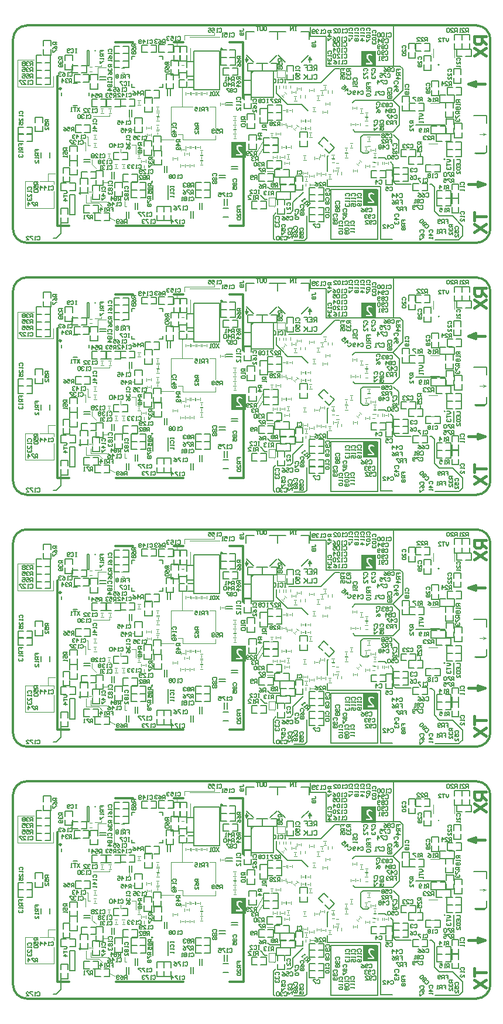
<source format=gbo>
G04 Layer_Color=32896*
%FSLAX44Y44*%
%MOMM*%
G71*
G01*
G75*
%ADD11C,0.3090*%
%ADD12C,0.2000*%
%ADD13C,0.3000*%
%ADD50C,0.4000*%
%ADD51C,0.1500*%
%ADD53C,0.1000*%
%ADD56C,0.2500*%
%ADD113C,0.1270*%
%ADD115C,0.0254*%
%ADD116C,0.2540*%
D11*
X69250Y222500D02*
G03*
X69250Y222500I-1000J0D01*
G01*
Y586200D02*
G03*
X69250Y586200I-1000J0D01*
G01*
Y949900D02*
G03*
X69250Y949900I-1000J0D01*
G01*
Y1313600D02*
G03*
X69250Y1313600I-1000J0D01*
G01*
D12*
X222309Y259350D02*
G03*
X222309Y259350I-559J0D01*
G01*
X417500Y261000D02*
X427500Y271000D01*
X383500Y271000D02*
X393500Y261000D01*
X382500Y305000D02*
X394500D01*
X382500Y294000D02*
Y305000D01*
X428500Y294000D02*
X428500Y305000D01*
X416500D02*
X428500D01*
X371500Y261000D02*
X381500Y271000D01*
X337500Y271000D02*
X347500Y261000D01*
X336500Y305000D02*
X348500D01*
X336500D02*
X336500Y294000D01*
X382500D02*
Y305000D01*
X370500D02*
X382500D01*
X107250Y277500D02*
X110250D01*
X107250Y255500D02*
X110250D01*
Y277500D01*
X107250Y255500D02*
Y277500D01*
X211750Y224600D02*
X216250D01*
Y229100D01*
X171750Y224600D02*
X176250D01*
X171750D02*
Y229100D01*
Y264600D02*
Y269100D01*
X176250D01*
X211750D02*
X216250D01*
Y264600D02*
Y269100D01*
X582000Y169750D02*
X624500D01*
X439250Y249197D02*
Y256195D01*
X435751D01*
X434585Y255029D01*
Y252696D01*
X435751Y251530D01*
X439250D01*
X436917D02*
X434585Y249197D01*
X427587Y256195D02*
X432252D01*
Y249197D01*
X427587D01*
X432252Y252696D02*
X429920D01*
X420589Y256195D02*
X425255D01*
Y252696D01*
X422922D01*
X425255D01*
Y249197D01*
X434585Y241831D02*
X435751Y242998D01*
X438084D01*
X439250Y241831D01*
Y237166D01*
X438084Y236000D01*
X435751D01*
X434585Y237166D01*
X432252Y242998D02*
Y236000D01*
X427587D01*
X425255Y242998D02*
Y236000D01*
Y238333D01*
X420589Y242998D01*
X424088Y239499D01*
X420589Y236000D01*
X222309Y623050D02*
G03*
X222309Y623050I-559J0D01*
G01*
X417500Y624700D02*
X427500Y634700D01*
X383500Y634700D02*
X393500Y624700D01*
X382500Y668700D02*
X394500D01*
X382500Y657700D02*
Y668700D01*
X428500Y657700D02*
X428500Y668700D01*
X416500D02*
X428500D01*
X371500Y624700D02*
X381500Y634700D01*
X337500Y634700D02*
X347500Y624700D01*
X336500Y668700D02*
X348500D01*
X336500D02*
X336500Y657700D01*
X382500D02*
Y668700D01*
X370500D02*
X382500D01*
X107250Y641200D02*
X110250D01*
X107250Y619200D02*
X110250D01*
Y641200D01*
X107250Y619200D02*
Y641200D01*
X211750Y588300D02*
X216250D01*
Y592800D01*
X171750Y588300D02*
X176250D01*
X171750D02*
Y592800D01*
Y628300D02*
Y632800D01*
X176250D01*
X211750D02*
X216250D01*
Y628300D02*
Y632800D01*
X582000Y533450D02*
X624500D01*
X439250Y612897D02*
Y619895D01*
X435751D01*
X434585Y618729D01*
Y616396D01*
X435751Y615230D01*
X439250D01*
X436917D02*
X434585Y612897D01*
X427587Y619895D02*
X432252D01*
Y612897D01*
X427587D01*
X432252Y616396D02*
X429920D01*
X420589Y619895D02*
X425255D01*
Y616396D01*
X422922D01*
X425255D01*
Y612897D01*
X434585Y605532D02*
X435751Y606698D01*
X438084D01*
X439250Y605532D01*
Y600866D01*
X438084Y599700D01*
X435751D01*
X434585Y600866D01*
X432252Y606698D02*
Y599700D01*
X427587D01*
X425255Y606698D02*
Y599700D01*
Y602033D01*
X420589Y606698D01*
X424088Y603199D01*
X420589Y599700D01*
X222309Y986750D02*
G03*
X222309Y986750I-559J0D01*
G01*
X417500Y988400D02*
X427500Y998400D01*
X383500Y998400D02*
X393500Y988400D01*
X382500Y1032400D02*
X394500D01*
X382500Y1021400D02*
Y1032400D01*
X428500Y1021400D02*
X428500Y1032400D01*
X416500D02*
X428500D01*
X371500Y988400D02*
X381500Y998400D01*
X337500Y998400D02*
X347500Y988400D01*
X336500Y1032400D02*
X348500D01*
X336500D02*
X336500Y1021400D01*
X382500D02*
Y1032400D01*
X370500D02*
X382500D01*
X107250Y1004900D02*
X110250D01*
X107250Y982900D02*
X110250D01*
Y1004900D01*
X107250Y982900D02*
Y1004900D01*
X211750Y952000D02*
X216250D01*
Y956500D01*
X171750Y952000D02*
X176250D01*
X171750D02*
Y956500D01*
Y992000D02*
Y996500D01*
X176250D01*
X211750D02*
X216250D01*
Y992000D02*
Y996500D01*
X582000Y897150D02*
X624500D01*
X439250Y976597D02*
Y983595D01*
X435751D01*
X434585Y982429D01*
Y980096D01*
X435751Y978930D01*
X439250D01*
X436917D02*
X434585Y976597D01*
X427587Y983595D02*
X432252D01*
Y976597D01*
X427587D01*
X432252Y980096D02*
X429920D01*
X420589Y983595D02*
X425255D01*
Y980096D01*
X422922D01*
X425255D01*
Y976597D01*
X434585Y969232D02*
X435751Y970398D01*
X438084D01*
X439250Y969232D01*
Y964566D01*
X438084Y963400D01*
X435751D01*
X434585Y964566D01*
X432252Y970398D02*
Y963400D01*
X427587D01*
X425255Y970398D02*
Y963400D01*
Y965733D01*
X420589Y970398D01*
X424088Y966899D01*
X420589Y963400D01*
X222309Y1350450D02*
G03*
X222309Y1350450I-559J0D01*
G01*
X417500Y1352100D02*
X427500Y1362100D01*
X383500Y1362100D02*
X393500Y1352100D01*
X382500Y1396100D02*
X394500D01*
X382500Y1385100D02*
Y1396100D01*
X428500Y1385100D02*
X428500Y1396100D01*
X416500D02*
X428500D01*
X371500Y1352100D02*
X381500Y1362100D01*
X337500Y1362100D02*
X347500Y1352100D01*
X336500Y1396100D02*
X348500D01*
X336500D02*
X336500Y1385100D01*
X382500D02*
Y1396100D01*
X370500D02*
X382500D01*
X107250Y1368600D02*
X110250D01*
X107250Y1346600D02*
X110250D01*
Y1368600D01*
X107250Y1346600D02*
Y1368600D01*
X211750Y1315700D02*
X216250D01*
Y1320200D01*
X171750Y1315700D02*
X176250D01*
X171750D02*
Y1320200D01*
Y1355700D02*
Y1360200D01*
X176250D01*
X211750D02*
X216250D01*
Y1355700D02*
Y1360200D01*
X582000Y1260850D02*
X624500D01*
X439250Y1340298D02*
Y1347295D01*
X435751D01*
X434585Y1346129D01*
Y1343796D01*
X435751Y1342630D01*
X439250D01*
X436917D02*
X434585Y1340298D01*
X427587Y1347295D02*
X432252D01*
Y1340298D01*
X427587D01*
X432252Y1343796D02*
X429920D01*
X420589Y1347295D02*
X425255D01*
Y1343796D01*
X422922D01*
X425255D01*
Y1340298D01*
X434585Y1332932D02*
X435751Y1334098D01*
X438084D01*
X439250Y1332932D01*
Y1328266D01*
X438084Y1327100D01*
X435751D01*
X434585Y1328266D01*
X432252Y1334098D02*
Y1327100D01*
X427587D01*
X425255Y1334098D02*
Y1327100D01*
Y1329433D01*
X420589Y1334098D01*
X424088Y1330599D01*
X420589Y1327100D01*
D13*
X690050Y293700D02*
G03*
X670050Y313700I-20000J0D01*
G01*
Y0D02*
G03*
X690050Y20000I0J20000D01*
G01*
X201000Y88000D02*
G03*
X201000Y88000I-250J0D01*
G01*
X0Y20000D02*
G03*
X20000Y0I20000J0D01*
G01*
Y313700D02*
G03*
X0Y293700I0J-20000D01*
G01*
X690000Y19950D02*
Y293750D01*
X148560Y24250D02*
X246230D01*
X148270Y289250D02*
X173000D01*
X233000D02*
X246230D01*
X332500Y209000D02*
Y289050D01*
X313270Y289250D02*
X332500D01*
X313270Y24250D02*
X332500D01*
X64000D02*
X81230D01*
X64000D02*
Y240000D01*
X333000Y24250D02*
Y124000D01*
X20000Y313700D02*
X670050D01*
X50Y19950D02*
Y293750D01*
X20000Y0D02*
X670050D01*
X690050Y657400D02*
G03*
X670050Y677400I-20000J0D01*
G01*
Y363700D02*
G03*
X690050Y383700I0J20000D01*
G01*
X201000Y451700D02*
G03*
X201000Y451700I-250J0D01*
G01*
X0Y383700D02*
G03*
X20000Y363700I20000J0D01*
G01*
Y677400D02*
G03*
X0Y657400I0J-20000D01*
G01*
X690000Y383650D02*
Y657450D01*
X148560Y387950D02*
X246230D01*
X148270Y652950D02*
X173000D01*
X233000D02*
X246230D01*
X332500Y572700D02*
Y652750D01*
X313270Y652950D02*
X332500D01*
X313270Y387950D02*
X332500D01*
X64000D02*
X81230D01*
X64000D02*
Y603700D01*
X333000Y387950D02*
Y487700D01*
X20000Y677400D02*
X670050D01*
X50Y383650D02*
Y657450D01*
X20000Y363700D02*
X670050D01*
X690050Y1021100D02*
G03*
X670050Y1041100I-20000J0D01*
G01*
Y727400D02*
G03*
X690050Y747400I0J20000D01*
G01*
X201000Y815400D02*
G03*
X201000Y815400I-250J0D01*
G01*
X0Y747400D02*
G03*
X20000Y727400I20000J0D01*
G01*
Y1041100D02*
G03*
X0Y1021100I0J-20000D01*
G01*
X690000Y747350D02*
Y1021151D01*
X148560Y751650D02*
X246230D01*
X148270Y1016650D02*
X173000D01*
X233000D02*
X246230D01*
X332500Y936400D02*
Y1016450D01*
X313270Y1016650D02*
X332500D01*
X313270Y751650D02*
X332500D01*
X64000D02*
X81230D01*
X64000D02*
Y967400D01*
X333000Y751650D02*
Y851400D01*
X20000Y1041100D02*
X670050D01*
X50Y747350D02*
Y1021151D01*
X20000Y727400D02*
X670050D01*
X690050Y1384800D02*
G03*
X670050Y1404800I-20000J0D01*
G01*
Y1091100D02*
G03*
X690050Y1111100I0J20000D01*
G01*
X201000Y1179100D02*
G03*
X201000Y1179100I-250J0D01*
G01*
X0Y1111100D02*
G03*
X20000Y1091100I20000J0D01*
G01*
Y1404800D02*
G03*
X0Y1384800I0J-20000D01*
G01*
X690000Y1111050D02*
Y1384851D01*
X148560Y1115350D02*
X246230D01*
X148270Y1380350D02*
X173000D01*
X233000D02*
X246230D01*
X332500Y1300100D02*
Y1380150D01*
X313270Y1380350D02*
X332500D01*
X313270Y1115350D02*
X332500D01*
X64000D02*
X81230D01*
X64000D02*
Y1331100D01*
X333000Y1115350D02*
Y1215100D01*
X20000Y1404800D02*
X670050D01*
X50Y1111050D02*
Y1384851D01*
X20000Y1091100D02*
X670050D01*
D50*
X658750Y84500D02*
X682250D01*
X672000Y81083D02*
X682250Y84500D01*
X672000Y87917D02*
X682250Y84500D01*
X672000Y81083D02*
Y87917D01*
X668750Y226033D02*
Y232867D01*
X658500Y229450D02*
X668750Y226033D01*
X658500Y229450D02*
X668750Y232867D01*
X658500Y229450D02*
X682000D01*
X683750Y298250D02*
X666756D01*
Y289753D01*
X669588Y286920D01*
X675253D01*
X678085Y289753D01*
Y298250D01*
Y292585D02*
X683750Y286920D01*
X666756Y281255D02*
X683750Y269926D01*
X666756D02*
X683750Y281255D01*
X666756Y43750D02*
Y32420D01*
Y38085D01*
X683750D01*
X666756Y26756D02*
X683750Y15426D01*
X666756D02*
X683750Y26756D01*
X658750Y448200D02*
X682250D01*
X672000Y444784D02*
X682250Y448200D01*
X672000Y451617D02*
X682250Y448200D01*
X672000Y444784D02*
Y451617D01*
X668750Y589733D02*
Y596567D01*
X658500Y593150D02*
X668750Y589733D01*
X658500Y593150D02*
X668750Y596567D01*
X658500Y593150D02*
X682000D01*
X683750Y661950D02*
X666756D01*
Y653453D01*
X669588Y650620D01*
X675253D01*
X678085Y653453D01*
Y661950D01*
Y656285D02*
X683750Y650620D01*
X666756Y644956D02*
X683750Y633626D01*
X666756D02*
X683750Y644956D01*
X666756Y407450D02*
Y396120D01*
Y401785D01*
X683750D01*
X666756Y390456D02*
X683750Y379126D01*
X666756D02*
X683750Y390456D01*
X658750Y811900D02*
X682250D01*
X672000Y808484D02*
X682250Y811900D01*
X672000Y815317D02*
X682250Y811900D01*
X672000Y808484D02*
Y815317D01*
X668750Y953433D02*
Y960267D01*
X658500Y956850D02*
X668750Y953433D01*
X658500Y956850D02*
X668750Y960267D01*
X658500Y956850D02*
X682000D01*
X683750Y1025650D02*
X666756D01*
Y1017153D01*
X669588Y1014320D01*
X675253D01*
X678085Y1017153D01*
Y1025650D01*
Y1019985D02*
X683750Y1014320D01*
X666756Y1008656D02*
X683750Y997326D01*
X666756D02*
X683750Y1008656D01*
X666756Y771150D02*
Y759821D01*
Y765485D01*
X683750D01*
X666756Y754156D02*
X683750Y742826D01*
X666756D02*
X683750Y754156D01*
X658750Y1175600D02*
X682250D01*
X672000Y1172184D02*
X682250Y1175600D01*
X672000Y1179017D02*
X682250Y1175600D01*
X672000Y1172184D02*
Y1179017D01*
X668750Y1317133D02*
Y1323967D01*
X658500Y1320550D02*
X668750Y1317133D01*
X658500Y1320550D02*
X668750Y1323967D01*
X658500Y1320550D02*
X682000D01*
X683750Y1389350D02*
X666756D01*
Y1380853D01*
X669588Y1378020D01*
X675253D01*
X678085Y1380853D01*
Y1389350D01*
Y1383685D02*
X683750Y1378020D01*
X666756Y1372356D02*
X683750Y1361026D01*
X666756D02*
X683750Y1372356D01*
X666756Y1134850D02*
Y1123521D01*
Y1129185D01*
X683750D01*
X666756Y1117856D02*
X683750Y1106526D01*
X666756D02*
X683750Y1117856D01*
D51*
X616125Y257125D02*
G03*
X616125Y257125I-750J0D01*
G01*
X624625Y120625D02*
G03*
X624625Y120625I-750J0D01*
G01*
X627375Y178875D02*
G03*
X627375Y178875I-750J0D01*
G01*
X549000Y205750D02*
X563500Y220250D01*
X337750Y260500D02*
Y268500D01*
X335625Y264750D02*
X337750Y260500D01*
X339875Y264750D01*
X335625D02*
X339875D01*
X337000Y263750D02*
X338750D01*
X428250Y265250D02*
X430000D01*
X427125Y264250D02*
X431375D01*
X427125D02*
X429250Y268500D01*
X431375Y264250D01*
X429250Y260500D02*
Y268500D01*
X445250Y231250D02*
X465500Y251500D01*
X550000Y255000D02*
X559750D01*
X545250Y313750D02*
X550000D01*
X58250Y6500D02*
X62750D01*
X69500Y13250D01*
Y28750D01*
X609250Y45500D02*
X616250Y38500D01*
X635250D01*
X649750Y24000D01*
X558000Y129750D02*
Y148250D01*
X550500Y155750D02*
X558000Y148250D01*
X528500Y122750D02*
X537500D01*
X539750Y120500D01*
X588750Y124750D02*
Y129500D01*
X491500Y163250D02*
X494500Y160250D01*
X512500Y129250D02*
X515250Y132000D01*
X511750Y129250D02*
X512500D01*
X506000D02*
X511750D01*
X503000Y132250D02*
X506000Y129250D01*
X503000Y132250D02*
Y152750D01*
X506000Y155750D01*
X530250D01*
X553500Y84500D02*
X569500D01*
X202250Y62750D02*
Y82750D01*
X224250Y62750D02*
Y82750D01*
X550000Y255000D02*
Y313750D01*
X429500Y297866D02*
Y311116D01*
Y297866D02*
X452500D01*
Y255000D02*
Y297866D01*
Y255000D02*
X550000D01*
X527250Y70000D02*
Y76716D01*
X459750D02*
X526654D01*
X459750Y5000D02*
Y76716D01*
Y5000D02*
X527250D01*
Y70000D01*
X344000Y248250D02*
X376250D01*
X344000Y210250D02*
Y248250D01*
Y210250D02*
X376250D01*
Y248250D01*
X344000Y244750D02*
X347500Y248250D01*
X87250Y230500D02*
X93250D01*
X70250Y212500D02*
Y216500D01*
X87250Y198500D02*
X93250D01*
X110250Y212500D02*
Y216500D01*
X261500Y220750D02*
Y276750D01*
Y220750D02*
X298500D01*
Y276750D01*
X261500D02*
X298500D01*
X494250Y205750D02*
X549000D01*
X490500Y202000D02*
X494250Y205750D01*
X549000D02*
X558500Y196250D01*
Y169750D02*
Y196250D01*
X549000Y160250D02*
X558500Y169750D01*
X494500Y160250D02*
X549000D01*
X465500Y251500D02*
X472000D01*
X398250Y231250D02*
X445250D01*
X380750Y216000D02*
Y227250D01*
Y216000D02*
X387500Y209250D01*
X397250Y199500D01*
X417500D01*
X563500Y220250D02*
Y251250D01*
X559750Y255000D02*
X563500Y251250D01*
X602750Y84250D02*
X605250D01*
X609250Y80250D01*
Y45500D02*
Y80250D01*
X649750Y9750D02*
Y24000D01*
X645750Y5750D02*
X649750Y9750D01*
X644500Y4500D02*
X645750Y5750D01*
X610500Y4500D02*
X644500D01*
X531750Y5250D02*
X548250D01*
X512000Y81250D02*
X531500D01*
X454250D02*
X512000D01*
X531500Y5500D02*
Y81250D01*
Y5500D02*
X531750Y5250D01*
X454250Y81250D02*
Y91500D01*
X569500Y84500D02*
X575500D01*
X549500Y88500D02*
X553500Y84500D01*
X549500Y88500D02*
Y112750D01*
X454500Y103500D02*
Y124250D01*
X456250Y126000D01*
X417500Y199500D02*
X426500Y190500D01*
X371250Y77500D02*
X386750D01*
X368250Y80500D02*
X371250Y77500D01*
X424500Y6500D02*
Y39000D01*
X376250Y39250D02*
X380000Y43000D01*
X376250Y6000D02*
Y39250D01*
X396250Y42500D02*
X400750D01*
X404500Y46250D01*
Y51750D01*
Y58000D01*
X419500Y73000D01*
X637250Y104250D02*
Y121000D01*
X545750Y116500D02*
X549500Y112750D01*
X376250Y6000D02*
X378250Y4000D01*
X421750Y3750D02*
X424500Y6500D01*
X406250Y3750D02*
X421750D01*
X364250Y62500D02*
X367500D01*
X358000Y68750D02*
X364250Y62500D01*
X598648Y25953D02*
X599944Y25953D01*
X601240Y24657D01*
X601240Y23361D01*
X598648Y20769D01*
X597352D01*
X596056Y22065D01*
Y23361D01*
X597352Y27249D02*
X597352Y28545D01*
X596056Y29841D01*
X594760Y29841D01*
X594112Y29193D01*
Y27897D01*
X592816Y27897D01*
X592168Y27249D01*
Y25953D01*
X593464Y24657D01*
X594760D01*
X595408Y25305D01*
Y26601D01*
X596704D01*
X597352Y27249D01*
X595408Y26601D02*
X594112Y27897D01*
X593464Y31137D02*
X593464Y32433D01*
X592168Y33729D01*
X590872Y33729D01*
X588280Y31137D01*
Y29841D01*
X589576Y28545D01*
X590872D01*
X593464Y31137D01*
X268250Y172500D02*
X262752D01*
Y169751D01*
X263668Y168835D01*
X265501D01*
X266417Y169751D01*
Y172500D01*
Y170667D02*
X268250Y168835D01*
X262752Y163336D02*
X263668Y165169D01*
X265501Y167002D01*
X267334D01*
X268250Y166085D01*
Y164253D01*
X267334Y163336D01*
X266417D01*
X265501Y164253D01*
Y167002D01*
X268250Y157838D02*
Y161504D01*
X264585Y157838D01*
X263668D01*
X262752Y158755D01*
Y160587D01*
X263668Y161504D01*
X302500Y158500D02*
Y163998D01*
X299751D01*
X298835Y163082D01*
Y161249D01*
X299751Y160333D01*
X302500D01*
X300667D02*
X298835Y158500D01*
X293336Y163998D02*
X297002D01*
Y161249D01*
X295169Y162166D01*
X294253D01*
X293336Y161249D01*
Y159416D01*
X294253Y158500D01*
X296085D01*
X297002Y159416D01*
X291504D02*
X290587Y158500D01*
X288755D01*
X287838Y159416D01*
Y163082D01*
X288755Y163998D01*
X290587D01*
X291504Y163082D01*
Y162166D01*
X290587Y161249D01*
X287838D01*
X328002Y305085D02*
Y306917D01*
Y306001D01*
X332584D01*
X333500Y306917D01*
Y307834D01*
X332584Y308750D01*
Y303252D02*
X333500Y302335D01*
Y300503D01*
X332584Y299586D01*
X328918D01*
X328002Y300503D01*
Y302335D01*
X328918Y303252D01*
X329835D01*
X330751Y302335D01*
Y299586D01*
X432252Y287835D02*
Y289667D01*
Y288751D01*
X436834D01*
X437750Y289667D01*
Y290584D01*
X436834Y291500D01*
X433168Y286002D02*
X432252Y285085D01*
Y283253D01*
X433168Y282336D01*
X434085D01*
X435001Y283253D01*
X435917Y282336D01*
X436834D01*
X437750Y283253D01*
Y285085D01*
X436834Y286002D01*
X435917D01*
X435001Y285085D01*
X434085Y286002D01*
X433168D01*
X435001Y285085D02*
Y283253D01*
X35750Y53000D02*
Y58498D01*
X33001D01*
X32085Y57582D01*
Y55749D01*
X33001Y54833D01*
X35750D01*
X33917D02*
X32085Y53000D01*
X30252Y58498D02*
X26586D01*
Y57582D01*
X30252Y53916D01*
Y53000D01*
X22004D02*
Y58498D01*
X24754Y55749D01*
X21088D01*
X658250Y304000D02*
Y309498D01*
X655501D01*
X654585Y308582D01*
Y306749D01*
X655501Y305833D01*
X658250D01*
X656417D02*
X654585Y304000D01*
X649086D02*
X652752D01*
X649086Y307666D01*
Y308582D01*
X650003Y309498D01*
X651835D01*
X652752Y308582D01*
X647254Y304000D02*
X645421D01*
X646337D01*
Y309498D01*
X647254Y308582D01*
X642000Y304000D02*
Y309498D01*
X639251D01*
X638335Y308582D01*
Y306749D01*
X639251Y305833D01*
X642000D01*
X640167D02*
X638335Y304000D01*
X632836D02*
X636502D01*
X632836Y307666D01*
Y308582D01*
X633753Y309498D01*
X635585D01*
X636502Y308582D01*
X631004D02*
X630087Y309498D01*
X628255D01*
X627338Y308582D01*
Y304916D01*
X628255Y304000D01*
X630087D01*
X631004Y304916D01*
Y308582D01*
X630750Y44750D02*
Y50248D01*
X628001D01*
X627085Y49332D01*
Y47499D01*
X628001Y46583D01*
X630750D01*
X628917D02*
X627085Y44750D01*
X625252D02*
X623419D01*
X624335D01*
Y50248D01*
X625252Y49332D01*
X617005Y50248D02*
X620670D01*
Y47499D01*
X618837Y48415D01*
X617921D01*
X617005Y47499D01*
Y45666D01*
X617921Y44750D01*
X619754D01*
X620670Y45666D01*
X630000Y77500D02*
Y82998D01*
X627251D01*
X626335Y82082D01*
Y80249D01*
X627251Y79333D01*
X630000D01*
X628167D02*
X626335Y77500D01*
X624502D02*
X622669D01*
X623585D01*
Y82998D01*
X624502Y82082D01*
X617171Y77500D02*
Y82998D01*
X619920Y80249D01*
X616255D01*
X629668Y246835D02*
X628752Y247751D01*
Y249584D01*
X629668Y250500D01*
X633334D01*
X634250Y249584D01*
Y247751D01*
X633334Y246835D01*
X634250Y241336D02*
Y245002D01*
X630584Y241336D01*
X629668D01*
X628752Y242253D01*
Y244085D01*
X629668Y245002D01*
X634250Y235838D02*
Y239504D01*
X630584Y235838D01*
X629668D01*
X628752Y236754D01*
Y238587D01*
X629668Y239504D01*
X642168Y263335D02*
X641252Y264251D01*
Y266084D01*
X642168Y267000D01*
X645834D01*
X646750Y266084D01*
Y264251D01*
X645834Y263335D01*
X646750Y257836D02*
Y261502D01*
X643084Y257836D01*
X642168D01*
X641252Y258753D01*
Y260585D01*
X642168Y261502D01*
X646750Y256004D02*
Y254171D01*
Y255087D01*
X641252D01*
X642168Y256004D01*
X647918Y41085D02*
X647002Y42001D01*
Y43834D01*
X647918Y44750D01*
X651584D01*
X652500Y43834D01*
Y42001D01*
X651584Y41085D01*
X652500Y39252D02*
Y37419D01*
Y38335D01*
X647002D01*
X647918Y39252D01*
X652500Y31005D02*
Y34670D01*
X648835Y31005D01*
X647918D01*
X647002Y31921D01*
Y33754D01*
X647918Y34670D01*
X647668Y83835D02*
X646752Y84751D01*
Y86584D01*
X647668Y87500D01*
X651334D01*
X652250Y86584D01*
Y84751D01*
X651334Y83835D01*
X652250Y82002D02*
Y80169D01*
Y81085D01*
X646752D01*
X647668Y82002D01*
X652250Y77420D02*
Y75587D01*
Y76504D01*
X646752D01*
X647668Y77420D01*
X439585Y26332D02*
X440501Y27248D01*
X442334D01*
X443250Y26332D01*
Y22666D01*
X442334Y21750D01*
X440501D01*
X439585Y22666D01*
X437752Y27248D02*
X434086D01*
Y26332D01*
X437752Y22666D01*
Y21750D01*
X452418Y61085D02*
X451502Y62001D01*
Y63834D01*
X452418Y64750D01*
X456084D01*
X457000Y63834D01*
Y62001D01*
X456084Y61085D01*
X452418Y59252D02*
X451502Y58335D01*
Y56503D01*
X452418Y55586D01*
X453335D01*
X454251Y56503D01*
X455167Y55586D01*
X456084D01*
X457000Y56503D01*
Y58335D01*
X456084Y59252D01*
X455167D01*
X454251Y58335D01*
X453335Y59252D01*
X452418D01*
X454251Y58335D02*
Y56503D01*
X544585Y79832D02*
X545501Y80748D01*
X547334D01*
X548250Y79832D01*
Y76166D01*
X547334Y75250D01*
X545501D01*
X544585Y76166D01*
X539086Y80748D02*
X542752D01*
Y77999D01*
X540919Y78916D01*
X540003D01*
X539086Y77999D01*
Y76166D01*
X540003Y75250D01*
X541835D01*
X542752Y76166D01*
X580335Y106582D02*
X581251Y107498D01*
X583084D01*
X584000Y106582D01*
Y102916D01*
X583084Y102000D01*
X581251D01*
X580335Y102916D01*
X578502Y106582D02*
X577585Y107498D01*
X575753D01*
X574836Y106582D01*
Y105666D01*
X575753Y104749D01*
X576669D01*
X575753D01*
X574836Y103833D01*
Y102916D01*
X575753Y102000D01*
X577585D01*
X578502Y102916D01*
X115250Y34500D02*
Y39998D01*
X112501D01*
X111585Y39082D01*
Y37249D01*
X112501Y36333D01*
X115250D01*
X113417D02*
X111585Y34500D01*
X109752Y39998D02*
X106086D01*
Y39082D01*
X109752Y35416D01*
Y34500D01*
X104254D02*
X102421D01*
X103337D01*
Y39998D01*
X104254Y39082D01*
X164500Y28000D02*
Y33498D01*
X161751D01*
X160835Y32582D01*
Y30749D01*
X161751Y29833D01*
X164500D01*
X162667D02*
X160835Y28000D01*
X155336Y33498D02*
X157169Y32582D01*
X159002Y30749D01*
Y28916D01*
X158085Y28000D01*
X156253D01*
X155336Y28916D01*
Y29833D01*
X156253Y30749D01*
X159002D01*
X153504Y28916D02*
X152587Y28000D01*
X150754D01*
X149838Y28916D01*
Y32582D01*
X150754Y33498D01*
X152587D01*
X153504Y32582D01*
Y31665D01*
X152587Y30749D01*
X149838D01*
X319585Y222082D02*
X320501Y222998D01*
X322334D01*
X323250Y222082D01*
Y218416D01*
X322334Y217500D01*
X320501D01*
X319585Y218416D01*
X317752Y222082D02*
X316835Y222998D01*
X315003D01*
X314086Y222082D01*
Y221166D01*
X315003Y220249D01*
X314086Y219333D01*
Y218416D01*
X315003Y217500D01*
X316835D01*
X317752Y218416D01*
Y219333D01*
X316835Y220249D01*
X317752Y221166D01*
Y222082D01*
X316835Y220249D02*
X315003D01*
X312254Y222998D02*
X308588D01*
Y222082D01*
X312254Y218416D01*
Y217500D01*
X73252Y75000D02*
X76917D01*
X78750Y73167D01*
X76917Y71335D01*
X73252D01*
Y69502D02*
Y65836D01*
Y67669D01*
X78750D01*
Y61255D02*
X73252D01*
X76001Y64004D01*
Y60338D01*
X319500Y233750D02*
Y239248D01*
X316751D01*
X315835Y238332D01*
Y236499D01*
X316751Y235583D01*
X319500D01*
X317667D02*
X315835Y233750D01*
X311253D02*
Y239248D01*
X314002Y236499D01*
X310336D01*
X308504Y233750D02*
X306671D01*
X307587D01*
Y239248D01*
X308504Y238332D01*
X319500Y225750D02*
Y231248D01*
X316751D01*
X315835Y230332D01*
Y228499D01*
X316751Y227583D01*
X319500D01*
X317667D02*
X315835Y225750D01*
X311253D02*
Y231248D01*
X314002Y228499D01*
X310336D01*
X308504Y230332D02*
X307587Y231248D01*
X305755D01*
X304838Y230332D01*
Y226666D01*
X305755Y225750D01*
X307587D01*
X308504Y226666D01*
Y230332D01*
X324002Y49834D02*
Y53500D01*
X326751D01*
Y51667D01*
Y53500D01*
X329500D01*
Y48002D02*
X324002D01*
Y45253D01*
X324918Y44336D01*
X326751D01*
X327667Y45253D01*
Y48002D01*
Y46169D02*
X329500Y44336D01*
Y38838D02*
Y42504D01*
X325835Y38838D01*
X324918D01*
X324002Y39755D01*
Y41587D01*
X324918Y42504D01*
Y37005D02*
X324002Y36089D01*
Y34256D01*
X324918Y33340D01*
X328584D01*
X329500Y34256D01*
Y36089D01*
X328584Y37005D01*
X324918D01*
X164335Y243248D02*
X168000D01*
Y240499D01*
X166167D01*
X168000D01*
Y237750D01*
X162502D02*
Y243248D01*
X159753D01*
X158836Y242332D01*
Y240499D01*
X159753Y239583D01*
X162502D01*
X160669D02*
X158836Y237750D01*
X157004D02*
X155171D01*
X156087D01*
Y243248D01*
X157004Y242332D01*
X152422D02*
X151505Y243248D01*
X149673D01*
X148756Y242332D01*
Y241416D01*
X149673Y240499D01*
X148756Y239583D01*
Y238666D01*
X149673Y237750D01*
X151505D01*
X152422Y238666D01*
Y239583D01*
X151505Y240499D01*
X152422Y241416D01*
Y242332D01*
X151505Y240499D02*
X149673D01*
X312835Y71332D02*
X313751Y72248D01*
X315584D01*
X316500Y71332D01*
Y67666D01*
X315584Y66750D01*
X313751D01*
X312835Y67666D01*
X311002Y66750D02*
X309169D01*
X310085D01*
Y72248D01*
X311002Y71332D01*
X306420Y72248D02*
X302754D01*
Y71332D01*
X306420Y67666D01*
Y66750D01*
X297256Y72248D02*
X300922D01*
Y69499D01*
X299089Y70416D01*
X298173D01*
X297256Y69499D01*
Y67666D01*
X298173Y66750D01*
X300005D01*
X300922Y67666D01*
X160585Y223082D02*
X161501Y223998D01*
X163334D01*
X164250Y223082D01*
Y219416D01*
X163334Y218500D01*
X161501D01*
X160585Y219416D01*
X158752Y218500D02*
X156919D01*
X157835D01*
Y223998D01*
X158752Y223082D01*
X150505Y223998D02*
X152337Y223082D01*
X154170Y221249D01*
Y219416D01*
X153254Y218500D01*
X151421D01*
X150505Y219416D01*
Y220333D01*
X151421Y221249D01*
X154170D01*
X145006Y223998D02*
X148672D01*
Y221249D01*
X146839Y222166D01*
X145923D01*
X145006Y221249D01*
Y219416D01*
X145923Y218500D01*
X147755D01*
X148672Y219416D01*
X538585Y293332D02*
X539501Y294248D01*
X541334D01*
X542250Y293332D01*
Y289666D01*
X541334Y288750D01*
X539501D01*
X538585Y289666D01*
X536752D02*
X535835Y288750D01*
X534003D01*
X533086Y289666D01*
Y293332D01*
X534003Y294248D01*
X535835D01*
X536752Y293332D01*
Y292416D01*
X535835Y291499D01*
X533086D01*
X528504Y288750D02*
Y294248D01*
X531254Y291499D01*
X527588D01*
X519335Y40082D02*
X520251Y40998D01*
X522084D01*
X523000Y40082D01*
Y36416D01*
X522084Y35500D01*
X520251D01*
X519335Y36416D01*
X517502D02*
X516586Y35500D01*
X514753D01*
X513836Y36416D01*
Y40082D01*
X514753Y40998D01*
X516586D01*
X517502Y40082D01*
Y39165D01*
X516586Y38249D01*
X513836D01*
X512004Y40082D02*
X511087Y40998D01*
X509254D01*
X508338Y40082D01*
Y39165D01*
X509254Y38249D01*
X510171D01*
X509254D01*
X508338Y37333D01*
Y36416D01*
X509254Y35500D01*
X511087D01*
X512004Y36416D01*
X520835Y31582D02*
X521751Y32498D01*
X523584D01*
X524500Y31582D01*
Y27916D01*
X523584Y27000D01*
X521751D01*
X520835Y27916D01*
X519002D02*
X518086Y27000D01*
X516253D01*
X515336Y27916D01*
Y31582D01*
X516253Y32498D01*
X518086D01*
X519002Y31582D01*
Y30666D01*
X518086Y29749D01*
X515336D01*
X509838Y27000D02*
X513504D01*
X509838Y30666D01*
Y31582D01*
X510755Y32498D01*
X512587D01*
X513504Y31582D01*
X538335Y268082D02*
X539251Y268998D01*
X541084D01*
X542000Y268082D01*
Y264416D01*
X541084Y263500D01*
X539251D01*
X538335Y264416D01*
X536502D02*
X535585Y263500D01*
X533753D01*
X532836Y264416D01*
Y268082D01*
X533753Y268998D01*
X535585D01*
X536502Y268082D01*
Y267166D01*
X535585Y266249D01*
X532836D01*
X531004Y263500D02*
X529171D01*
X530087D01*
Y268998D01*
X531004Y268082D01*
X538335Y276332D02*
X539251Y277248D01*
X541084D01*
X542000Y276332D01*
Y272666D01*
X541084Y271750D01*
X539251D01*
X538335Y272666D01*
X536502D02*
X535585Y271750D01*
X533753D01*
X532836Y272666D01*
Y276332D01*
X533753Y277248D01*
X535585D01*
X536502Y276332D01*
Y275415D01*
X535585Y274499D01*
X532836D01*
X531004Y276332D02*
X530087Y277248D01*
X528255D01*
X527338Y276332D01*
Y272666D01*
X528255Y271750D01*
X530087D01*
X531004Y272666D01*
Y276332D01*
X538335Y284832D02*
X539251Y285748D01*
X541084D01*
X542000Y284832D01*
Y281166D01*
X541084Y280250D01*
X539251D01*
X538335Y281166D01*
X536502Y284832D02*
X535585Y285748D01*
X533753D01*
X532836Y284832D01*
Y283916D01*
X533753Y282999D01*
X532836Y282083D01*
Y281166D01*
X533753Y280250D01*
X535585D01*
X536502Y281166D01*
Y282083D01*
X535585Y282999D01*
X536502Y283916D01*
Y284832D01*
X535585Y282999D02*
X533753D01*
X531004Y281166D02*
X530087Y280250D01*
X528255D01*
X527338Y281166D01*
Y284832D01*
X528255Y285748D01*
X530087D01*
X531004Y284832D01*
Y283916D01*
X530087Y282999D01*
X527338D01*
X289668Y96084D02*
X288752Y97001D01*
Y98834D01*
X289668Y99750D01*
X293334D01*
X294250Y98834D01*
Y97001D01*
X293334Y96084D01*
X289668Y94252D02*
X288752Y93335D01*
Y91503D01*
X289668Y90586D01*
X290585D01*
X291501Y91503D01*
X292417Y90586D01*
X293334D01*
X294250Y91503D01*
Y93335D01*
X293334Y94252D01*
X292417D01*
X291501Y93335D01*
X290585Y94252D01*
X289668D01*
X291501Y93335D02*
Y91503D01*
X289668Y88754D02*
X288752Y87837D01*
Y86004D01*
X289668Y85088D01*
X290585D01*
X291501Y86004D01*
X292417Y85088D01*
X293334D01*
X294250Y86004D01*
Y87837D01*
X293334Y88754D01*
X292417D01*
X291501Y87837D01*
X290585Y88754D01*
X289668D01*
X291501Y87837D02*
Y86004D01*
X51750Y178000D02*
X46252D01*
Y175251D01*
X47168Y174335D01*
X49001D01*
X49917Y175251D01*
Y178000D01*
Y176167D02*
X51750Y174335D01*
X46252Y168836D02*
Y172502D01*
X49001D01*
X48085Y170669D01*
Y169753D01*
X49001Y168836D01*
X50834D01*
X51750Y169753D01*
Y171585D01*
X50834Y172502D01*
X51750Y163338D02*
Y167004D01*
X48085Y163338D01*
X47168D01*
X46252Y164254D01*
Y166087D01*
X47168Y167004D01*
X24585Y233332D02*
X25501Y234248D01*
X27334D01*
X28250Y233332D01*
Y229666D01*
X27334Y228750D01*
X25501D01*
X24585Y229666D01*
X22752Y228750D02*
X20919D01*
X21835D01*
Y234248D01*
X22752Y233332D01*
X14504Y228750D02*
X18170D01*
X14504Y232416D01*
Y233332D01*
X15421Y234248D01*
X17254D01*
X18170Y233332D01*
X12672Y234248D02*
X9006D01*
Y233332D01*
X12672Y229666D01*
Y228750D01*
X241750Y149000D02*
X236252D01*
Y146251D01*
X237168Y145335D01*
X239001D01*
X239917Y146251D01*
Y149000D01*
Y147167D02*
X241750Y145335D01*
Y140753D02*
X236252D01*
X239001Y143502D01*
Y139836D01*
X240834Y138004D02*
X241750Y137087D01*
Y135254D01*
X240834Y134338D01*
X237168D01*
X236252Y135254D01*
Y137087D01*
X237168Y138004D01*
X238085D01*
X239001Y137087D01*
Y134338D01*
X186250Y144500D02*
X180752D01*
Y141751D01*
X181668Y140835D01*
X183501D01*
X184417Y141751D01*
Y144500D01*
Y142667D02*
X186250Y140835D01*
Y136253D02*
X180752D01*
X183501Y139002D01*
Y135336D01*
X181668Y133504D02*
X180752Y132587D01*
Y130754D01*
X181668Y129838D01*
X182584D01*
X183501Y130754D01*
X184417Y129838D01*
X185334D01*
X186250Y130754D01*
Y132587D01*
X185334Y133504D01*
X184417D01*
X183501Y132587D01*
X182584Y133504D01*
X181668D01*
X183501Y132587D02*
Y130754D01*
X460500Y306488D02*
X455002D01*
Y303739D01*
X455918Y302822D01*
X457751D01*
X458667Y303739D01*
Y306488D01*
Y304655D02*
X460500Y302822D01*
Y298241D02*
X455002D01*
X457751Y300990D01*
Y297324D01*
X455002Y295492D02*
Y291826D01*
X455918D01*
X459584Y295492D01*
X460500D01*
X188250Y213500D02*
Y218998D01*
X185501D01*
X184585Y218082D01*
Y216249D01*
X185501Y215333D01*
X188250D01*
X186417D02*
X184585Y213500D01*
X180003D02*
Y218998D01*
X182752Y216249D01*
X179086D01*
X173588Y218998D02*
X175421Y218082D01*
X177254Y216249D01*
Y214416D01*
X176337Y213500D01*
X174505D01*
X173588Y214416D01*
Y215333D01*
X174505Y216249D01*
X177254D01*
X170750Y159500D02*
Y164998D01*
X168001D01*
X167085Y164082D01*
Y162249D01*
X168001Y161333D01*
X170750D01*
X168917D02*
X167085Y159500D01*
X162503D02*
Y164998D01*
X165252Y162249D01*
X161586D01*
X156088Y164998D02*
X159754D01*
Y162249D01*
X157921Y163165D01*
X157004D01*
X156088Y162249D01*
Y160416D01*
X157004Y159500D01*
X158837D01*
X159754Y160416D01*
X201750Y123750D02*
X196252D01*
Y121001D01*
X197168Y120084D01*
X199001D01*
X199917Y121001D01*
Y123750D01*
Y121917D02*
X201750Y120084D01*
X197168Y118252D02*
X196252Y117335D01*
Y115503D01*
X197168Y114586D01*
X198085D01*
X199001Y115503D01*
Y116419D01*
Y115503D01*
X199917Y114586D01*
X200834D01*
X201750Y115503D01*
Y117335D01*
X200834Y118252D01*
X196252Y112754D02*
Y109088D01*
X197168D01*
X200834Y112754D01*
X201750D01*
X28250Y256000D02*
Y261498D01*
X25501D01*
X24585Y260582D01*
Y258749D01*
X25501Y257833D01*
X28250D01*
X26417D02*
X24585Y256000D01*
X22752Y260582D02*
X21835Y261498D01*
X20003D01*
X19086Y260582D01*
Y259666D01*
X20003Y258749D01*
X20919D01*
X20003D01*
X19086Y257833D01*
Y256916D01*
X20003Y256000D01*
X21835D01*
X22752Y256916D01*
X17254Y260582D02*
X16337Y261498D01*
X14504D01*
X13588Y260582D01*
Y259666D01*
X14504Y258749D01*
X13588Y257833D01*
Y256916D01*
X14504Y256000D01*
X16337D01*
X17254Y256916D01*
Y257833D01*
X16337Y258749D01*
X17254Y259666D01*
Y260582D01*
X16337Y258749D02*
X14504D01*
X28250Y247250D02*
Y252748D01*
X25501D01*
X24585Y251832D01*
Y249999D01*
X25501Y249083D01*
X28250D01*
X26417D02*
X24585Y247250D01*
X22752Y251832D02*
X21835Y252748D01*
X20003D01*
X19086Y251832D01*
Y250916D01*
X20003Y249999D01*
X20919D01*
X20003D01*
X19086Y249083D01*
Y248166D01*
X20003Y247250D01*
X21835D01*
X22752Y248166D01*
X13588Y252748D02*
X17254D01*
Y249999D01*
X15421Y250916D01*
X14504D01*
X13588Y249999D01*
Y248166D01*
X14504Y247250D01*
X16337D01*
X17254Y248166D01*
X335750Y181750D02*
X330252D01*
Y179001D01*
X331168Y178085D01*
X333001D01*
X333917Y179001D01*
Y181750D01*
Y179917D02*
X335750Y178085D01*
Y176252D02*
Y174419D01*
Y175335D01*
X330252D01*
X331168Y176252D01*
Y171670D02*
X330252Y170754D01*
Y168921D01*
X331168Y168004D01*
X334834D01*
X335750Y168921D01*
Y170754D01*
X334834Y171670D01*
X331168D01*
X360000Y158000D02*
X354502D01*
Y155251D01*
X355418Y154334D01*
X357251D01*
X358167Y155251D01*
Y158000D01*
Y156167D02*
X360000Y154334D01*
Y149753D02*
X354502D01*
X357251Y152502D01*
Y148836D01*
X366250Y170000D02*
X360752D01*
Y167251D01*
X361668Y166334D01*
X363501D01*
X364417Y167251D01*
Y170000D01*
Y168167D02*
X366250Y166334D01*
Y164502D02*
Y162669D01*
Y163585D01*
X360752D01*
X361668Y164502D01*
X354250Y118750D02*
Y124248D01*
X351501D01*
X350584Y123332D01*
Y121499D01*
X351501Y120583D01*
X354250D01*
X352417D02*
X350584Y118750D01*
X348752Y123332D02*
X347835Y124248D01*
X346003D01*
X345086Y123332D01*
Y122416D01*
X346003Y121499D01*
X346919D01*
X346003D01*
X345086Y120583D01*
Y119666D01*
X346003Y118750D01*
X347835D01*
X348752Y119666D01*
X9918Y186084D02*
X9002Y187001D01*
Y188834D01*
X9918Y189750D01*
X13584D01*
X14500Y188834D01*
Y187001D01*
X13584Y186084D01*
X14500Y184252D02*
Y182419D01*
Y183335D01*
X9002D01*
X9918Y184252D01*
X14500Y176005D02*
Y179670D01*
X10834Y176005D01*
X9918D01*
X9002Y176921D01*
Y178754D01*
X9918Y179670D01*
X9002Y170506D02*
Y174172D01*
X11751D01*
X10834Y172339D01*
Y171423D01*
X11751Y170506D01*
X13584D01*
X14500Y171423D01*
Y173255D01*
X13584Y174172D01*
X22168Y76835D02*
X21252Y77751D01*
Y79584D01*
X22168Y80500D01*
X25834D01*
X26750Y79584D01*
Y77751D01*
X25834Y76835D01*
X26750Y75002D02*
Y73169D01*
Y74085D01*
X21252D01*
X22168Y75002D01*
X26750Y66754D02*
Y70420D01*
X23085Y66754D01*
X22168D01*
X21252Y67671D01*
Y69504D01*
X22168Y70420D01*
Y64922D02*
X21252Y64005D01*
Y62173D01*
X22168Y61256D01*
X23085D01*
X24001Y62173D01*
Y63089D01*
Y62173D01*
X24917Y61256D01*
X25834D01*
X26750Y62173D01*
Y64005D01*
X25834Y64922D01*
X54584Y81082D02*
X55501Y81998D01*
X57334D01*
X58250Y81082D01*
Y77416D01*
X57334Y76500D01*
X55501D01*
X54584Y77416D01*
X52752Y76500D02*
X50919D01*
X51835D01*
Y81998D01*
X52752Y81082D01*
X45421Y76500D02*
Y81998D01*
X48170Y79249D01*
X44504D01*
X39923Y76500D02*
Y81998D01*
X42672Y79249D01*
X39006D01*
X522918Y173584D02*
X522002Y174501D01*
Y176334D01*
X522918Y177250D01*
X526584D01*
X527500Y176334D01*
Y174501D01*
X526584Y173584D01*
X522002Y171752D02*
Y168086D01*
X522918D01*
X526584Y171752D01*
X527500D01*
X522002Y166254D02*
Y162588D01*
X522918D01*
X526584Y166254D01*
X527500D01*
X551585Y183832D02*
X552501Y184748D01*
X554334D01*
X555250Y183832D01*
Y180166D01*
X554334Y179250D01*
X552501D01*
X551585Y180166D01*
X547003Y179250D02*
Y184748D01*
X549752Y181999D01*
X546086D01*
X544254Y184748D02*
X540588D01*
Y183832D01*
X544254Y180166D01*
Y179250D01*
X526168Y199084D02*
X525252Y200001D01*
Y201834D01*
X526168Y202750D01*
X529834D01*
X530750Y201834D01*
Y200001D01*
X529834Y199084D01*
X525252Y197252D02*
Y193586D01*
X526168D01*
X529834Y197252D01*
X530750D01*
X525252Y188088D02*
X526168Y189921D01*
X528001Y191754D01*
X529834D01*
X530750Y190837D01*
Y189004D01*
X529834Y188088D01*
X528917D01*
X528001Y189004D01*
Y191754D01*
X544585Y200582D02*
X545501Y201498D01*
X547334D01*
X548250Y200582D01*
Y196916D01*
X547334Y196000D01*
X545501D01*
X544585Y196916D01*
X542752Y200582D02*
X541835Y201498D01*
X540003D01*
X539086Y200582D01*
Y199666D01*
X540003Y198749D01*
X539086Y197833D01*
Y196916D01*
X540003Y196000D01*
X541835D01*
X542752Y196916D01*
Y197833D01*
X541835Y198749D01*
X542752Y199666D01*
Y200582D01*
X541835Y198749D02*
X540003D01*
X537254Y200582D02*
X536337Y201498D01*
X534505D01*
X533588Y200582D01*
Y199666D01*
X534505Y198749D01*
X535421D01*
X534505D01*
X533588Y197833D01*
Y196916D01*
X534505Y196000D01*
X536337D01*
X537254Y196916D01*
X531418Y173335D02*
X530502Y174251D01*
Y176084D01*
X531418Y177000D01*
X535084D01*
X536000Y176084D01*
Y174251D01*
X535084Y173335D01*
X531418Y171502D02*
X530502Y170585D01*
Y168753D01*
X531418Y167836D01*
X532335D01*
X533251Y168753D01*
X534167Y167836D01*
X535084D01*
X536000Y168753D01*
Y170585D01*
X535084Y171502D01*
X534167D01*
X533251Y170585D01*
X532335Y171502D01*
X531418D01*
X533251Y170585D02*
Y168753D01*
X530502Y162338D02*
Y166004D01*
X533251D01*
X532335Y164171D01*
Y163255D01*
X533251Y162338D01*
X535084D01*
X536000Y163255D01*
Y165087D01*
X535084Y166004D01*
X409668Y251334D02*
X408752Y252251D01*
Y254084D01*
X409668Y255000D01*
X413334D01*
X414250Y254084D01*
Y252251D01*
X413334Y251334D01*
X414250Y249502D02*
Y247669D01*
Y248585D01*
X408752D01*
X409668Y249502D01*
X408752Y241255D02*
Y244920D01*
X411501D01*
X410585Y243087D01*
Y242171D01*
X411501Y241255D01*
X413334D01*
X414250Y242171D01*
Y244004D01*
X413334Y244920D01*
X409668Y239422D02*
X408752Y238505D01*
Y236673D01*
X409668Y235756D01*
X413334D01*
X414250Y236673D01*
Y238505D01*
X413334Y239422D01*
X409668D01*
X550835Y176248D02*
X554500D01*
Y173499D01*
X552667D01*
X554500D01*
Y170750D01*
X549002D02*
Y176248D01*
X546253D01*
X545336Y175332D01*
Y173499D01*
X546253Y172583D01*
X549002D01*
X547169D02*
X545336Y170750D01*
X543504Y175332D02*
X542587Y176248D01*
X540755D01*
X539838Y175332D01*
Y174415D01*
X540755Y173499D01*
X541671D01*
X540755D01*
X539838Y172583D01*
Y171666D01*
X540755Y170750D01*
X542587D01*
X543504Y171666D01*
X368750Y207498D02*
X366917D01*
X367834D01*
Y202000D01*
X368750D01*
X366917D01*
X360503Y206582D02*
X361419Y207498D01*
X363252D01*
X364168Y206582D01*
Y202916D01*
X363252Y202000D01*
X361419D01*
X360503Y202916D01*
X358670Y206582D02*
X357754Y207498D01*
X355921D01*
X355005Y206582D01*
Y205665D01*
X355921Y204749D01*
X355005Y203833D01*
Y202916D01*
X355921Y202000D01*
X357754D01*
X358670Y202916D01*
Y203833D01*
X357754Y204749D01*
X358670Y205665D01*
Y206582D01*
X357754Y204749D02*
X355921D01*
X389000Y265500D02*
X383502D01*
Y262751D01*
X384418Y261835D01*
X386251D01*
X387167Y262751D01*
Y265500D01*
Y263667D02*
X389000Y261835D01*
X383502Y256336D02*
Y260002D01*
X386251D01*
X385335Y258169D01*
Y257253D01*
X386251Y256336D01*
X388084D01*
X389000Y257253D01*
Y259085D01*
X388084Y260002D01*
X384418Y254504D02*
X383502Y253587D01*
Y251754D01*
X384418Y250838D01*
X385335D01*
X386251Y251754D01*
X387167Y250838D01*
X388084D01*
X389000Y251754D01*
Y253587D01*
X388084Y254504D01*
X387167D01*
X386251Y253587D01*
X385335Y254504D01*
X384418D01*
X386251Y253587D02*
Y251754D01*
X328750Y239500D02*
X323252D01*
Y236751D01*
X324168Y235835D01*
X326001D01*
X326917Y236751D01*
Y239500D01*
Y237667D02*
X328750Y235835D01*
X323252Y230336D02*
X324168Y232169D01*
X326001Y234002D01*
X327834D01*
X328750Y233085D01*
Y231253D01*
X327834Y230336D01*
X326917D01*
X326001Y231253D01*
Y234002D01*
X328750Y225755D02*
X323252D01*
X326001Y228504D01*
Y224838D01*
X329250Y269250D02*
X323752D01*
Y266501D01*
X324668Y265585D01*
X326501D01*
X327417Y266501D01*
Y269250D01*
Y267417D02*
X329250Y265585D01*
X323752Y260086D02*
X324668Y261919D01*
X326501Y263752D01*
X328334D01*
X329250Y262835D01*
Y261003D01*
X328334Y260086D01*
X327417D01*
X326501Y261003D01*
Y263752D01*
X323752Y254588D02*
X324668Y256421D01*
X326501Y258254D01*
X328334D01*
X329250Y257337D01*
Y255504D01*
X328334Y254588D01*
X327417D01*
X326501Y255504D01*
Y258254D01*
X489092Y27919D02*
X488176Y28835D01*
Y30668D01*
X489092Y31584D01*
X492758D01*
X493674Y30668D01*
Y28835D01*
X492758Y27919D01*
X493674Y26086D02*
Y24253D01*
Y25169D01*
X488176D01*
X489092Y26086D01*
X493674Y21504D02*
Y19671D01*
Y20588D01*
X488176D01*
X489092Y21504D01*
X493674Y16922D02*
Y15089D01*
Y16006D01*
X488176D01*
X489092Y16922D01*
X31752Y131084D02*
Y134750D01*
X34501D01*
Y132917D01*
Y134750D01*
X37250D01*
Y129252D02*
X31752D01*
Y126503D01*
X32668Y125586D01*
X34501D01*
X35417Y126503D01*
Y129252D01*
Y127419D02*
X37250Y125586D01*
Y123754D02*
Y121921D01*
Y122837D01*
X31752D01*
X32668Y123754D01*
X37250Y115506D02*
Y119172D01*
X33584Y115506D01*
X32668D01*
X31752Y116423D01*
Y118255D01*
X32668Y119172D01*
X8502Y139334D02*
Y143000D01*
X11251D01*
Y141167D01*
Y143000D01*
X14000D01*
Y137502D02*
X8502D01*
Y134753D01*
X9418Y133836D01*
X11251D01*
X12167Y134753D01*
Y137502D01*
Y135669D02*
X14000Y133836D01*
Y132004D02*
Y130171D01*
Y131087D01*
X8502D01*
X9418Y132004D01*
Y127422D02*
X8502Y126505D01*
Y124673D01*
X9418Y123756D01*
X10335D01*
X11251Y124673D01*
Y125589D01*
Y124673D01*
X12167Y123756D01*
X13084D01*
X14000Y124673D01*
Y126505D01*
X13084Y127422D01*
X354250Y62750D02*
Y68248D01*
X351501D01*
X350584Y67332D01*
Y65499D01*
X351501Y64583D01*
X354250D01*
X352417D02*
X350584Y62750D01*
X348752D02*
X346919D01*
X347835D01*
Y68248D01*
X348752Y67332D01*
X340504Y62750D02*
X344170D01*
X340504Y66416D01*
Y67332D01*
X341421Y68248D01*
X343254D01*
X344170Y67332D01*
X376500Y69250D02*
Y74748D01*
X373751D01*
X372835Y73832D01*
Y71999D01*
X373751Y71083D01*
X376500D01*
X374667D02*
X372835Y69250D01*
X371002D02*
X369169D01*
X370085D01*
Y74748D01*
X371002Y73832D01*
X366420D02*
X365504Y74748D01*
X363671D01*
X362755Y73832D01*
Y72916D01*
X363671Y71999D01*
X364587D01*
X363671D01*
X362755Y71083D01*
Y70166D01*
X363671Y69250D01*
X365504D01*
X366420Y70166D01*
X396668Y53835D02*
X395752Y54751D01*
Y56584D01*
X396668Y57500D01*
X400334D01*
X401250Y56584D01*
Y54751D01*
X400334Y53835D01*
X401250Y48336D02*
Y52002D01*
X397584Y48336D01*
X396668D01*
X395752Y49253D01*
Y51085D01*
X396668Y52002D01*
X394500Y236248D02*
X392667D01*
X393584D01*
Y230750D01*
X394500D01*
X392667D01*
X386253Y235332D02*
X387169Y236248D01*
X389002D01*
X389918Y235332D01*
Y231666D01*
X389002Y230750D01*
X387169D01*
X386253Y231666D01*
X384420Y230750D02*
X382587D01*
X383504D01*
Y236248D01*
X384420Y235332D01*
X379838D02*
X378922Y236248D01*
X377089D01*
X376173Y235332D01*
Y231666D01*
X377089Y230750D01*
X378922D01*
X379838Y231666D01*
Y235332D01*
X356500Y76498D02*
X354667D01*
X355584D01*
Y71000D01*
X356500D01*
X354667D01*
X348253Y75582D02*
X349169Y76498D01*
X351002D01*
X351918Y75582D01*
Y71916D01*
X351002Y71000D01*
X349169D01*
X348253Y71916D01*
X342755Y71000D02*
X346420D01*
X342755Y74665D01*
Y75582D01*
X343671Y76498D01*
X345504D01*
X346420Y75582D01*
X128250Y209750D02*
Y215248D01*
X125501D01*
X124585Y214332D01*
Y212499D01*
X125501Y211583D01*
X128250D01*
X126417D02*
X124585Y209750D01*
X119086Y215248D02*
X122752D01*
Y212499D01*
X120919Y213416D01*
X120003D01*
X119086Y212499D01*
Y210666D01*
X120003Y209750D01*
X121835D01*
X122752Y210666D01*
X114504Y209750D02*
Y215248D01*
X117254Y212499D01*
X113588D01*
X148750Y210250D02*
Y215748D01*
X146001D01*
X145084Y214832D01*
Y212999D01*
X146001Y212083D01*
X148750D01*
X146917D02*
X145084Y210250D01*
X139586Y215748D02*
X143252D01*
Y212999D01*
X141419Y213916D01*
X140503D01*
X139586Y212999D01*
Y211166D01*
X140503Y210250D01*
X142335D01*
X143252Y211166D01*
X137754Y214832D02*
X136837Y215748D01*
X135005D01*
X134088Y214832D01*
Y213916D01*
X135005Y212999D01*
X135921D01*
X135005D01*
X134088Y212083D01*
Y211166D01*
X135005Y210250D01*
X136837D01*
X137754Y211166D01*
X28250Y238000D02*
Y243498D01*
X25501D01*
X24585Y242582D01*
Y240749D01*
X25501Y239833D01*
X28250D01*
X26417D02*
X24585Y238000D01*
X19086Y243498D02*
X22752D01*
Y240749D01*
X20919Y241665D01*
X20003D01*
X19086Y240749D01*
Y238916D01*
X20003Y238000D01*
X21835D01*
X22752Y238916D01*
X13588Y243498D02*
X17254D01*
Y240749D01*
X15421Y241665D01*
X14504D01*
X13588Y240749D01*
Y238916D01*
X14504Y238000D01*
X16337D01*
X17254Y238916D01*
X78500Y136750D02*
X73002D01*
Y134001D01*
X73918Y133084D01*
X75751D01*
X76667Y134001D01*
Y136750D01*
Y134917D02*
X78500Y133084D01*
X73002Y127586D02*
Y131252D01*
X75751D01*
X74834Y129419D01*
Y128503D01*
X75751Y127586D01*
X77584D01*
X78500Y128503D01*
Y130335D01*
X77584Y131252D01*
X78500Y125754D02*
Y123921D01*
Y124837D01*
X73002D01*
X73918Y125754D01*
X36000Y87750D02*
X30502D01*
Y85001D01*
X31418Y84085D01*
X33251D01*
X34167Y85001D01*
Y87750D01*
Y85917D02*
X36000Y84085D01*
X30502Y78586D02*
Y82252D01*
X33251D01*
X32335Y80419D01*
Y79503D01*
X33251Y78586D01*
X35084D01*
X36000Y79503D01*
Y81335D01*
X35084Y82252D01*
X31418Y76754D02*
X30502Y75837D01*
Y74005D01*
X31418Y73088D01*
X35084D01*
X36000Y74005D01*
Y75837D01*
X35084Y76754D01*
X31418D01*
X87750Y161250D02*
Y166748D01*
X85001D01*
X84085Y165832D01*
Y163999D01*
X85001Y163083D01*
X87750D01*
X85917D02*
X84085Y161250D01*
X78586Y166748D02*
X82252D01*
Y163999D01*
X80419Y164916D01*
X79503D01*
X78586Y163999D01*
Y162166D01*
X79503Y161250D01*
X81335D01*
X82252Y162166D01*
X73088Y166748D02*
X74921Y165832D01*
X76754Y163999D01*
Y162166D01*
X75837Y161250D01*
X74005D01*
X73088Y162166D01*
Y163083D01*
X74005Y163999D01*
X76754D01*
X143250Y257250D02*
X137752D01*
Y254501D01*
X138668Y253585D01*
X140501D01*
X141417Y254501D01*
Y257250D01*
Y255417D02*
X143250Y253585D01*
X138668Y251752D02*
X137752Y250835D01*
Y249003D01*
X138668Y248086D01*
X139585D01*
X140501Y249003D01*
Y249919D01*
Y249003D01*
X141417Y248086D01*
X142334D01*
X143250Y249003D01*
Y250835D01*
X142334Y251752D01*
X137752Y242588D02*
X138668Y244421D01*
X140501Y246254D01*
X142334D01*
X143250Y245337D01*
Y243505D01*
X142334Y242588D01*
X141417D01*
X140501Y243505D01*
Y246254D01*
X71750Y268500D02*
X66252D01*
Y265751D01*
X67168Y264834D01*
X69001D01*
X69917Y265751D01*
Y268500D01*
Y266667D02*
X71750Y264834D01*
X67168Y263002D02*
X66252Y262085D01*
Y260253D01*
X67168Y259336D01*
X68085D01*
X69001Y260253D01*
Y261169D01*
Y260253D01*
X69917Y259336D01*
X70834D01*
X71750Y260253D01*
Y262085D01*
X70834Y263002D01*
Y257504D02*
X71750Y256587D01*
Y254755D01*
X70834Y253838D01*
X67168D01*
X66252Y254755D01*
Y256587D01*
X67168Y257504D01*
X68085D01*
X69001Y256587D01*
Y253838D01*
X84750Y231250D02*
Y236748D01*
X82001D01*
X81084Y235832D01*
Y233999D01*
X82001Y233083D01*
X84750D01*
X82917D02*
X81084Y231250D01*
X79252Y235832D02*
X78335Y236748D01*
X76503D01*
X75586Y235832D01*
Y234916D01*
X76503Y233999D01*
X77419D01*
X76503D01*
X75586Y233083D01*
Y232166D01*
X76503Y231250D01*
X78335D01*
X79252Y232166D01*
X71005Y231250D02*
Y236748D01*
X73754Y233999D01*
X70088D01*
X297500Y217998D02*
X293834Y212500D01*
Y217998D02*
X297500Y212500D01*
X289253Y217998D02*
X291085D01*
X292002Y217082D01*
Y213416D01*
X291085Y212500D01*
X289253D01*
X288336Y213416D01*
Y217082D01*
X289253Y217998D01*
X286504Y212500D02*
X284671D01*
X285587D01*
Y217998D01*
X286504Y217082D01*
X96500Y195248D02*
X92835Y189750D01*
Y195248D02*
X96500Y189750D01*
X91002Y195248D02*
X87336D01*
X89169D01*
Y189750D01*
X85504D02*
X83671D01*
X84587D01*
Y195248D01*
X85504Y194332D01*
X92000Y279998D02*
X90167D01*
X91084D01*
Y274500D01*
X92000D01*
X90167D01*
X83753Y279082D02*
X84669Y279998D01*
X86502D01*
X87418Y279082D01*
Y275416D01*
X86502Y274500D01*
X84669D01*
X83753Y275416D01*
X81920D02*
X81004Y274500D01*
X79171D01*
X78254Y275416D01*
Y279082D01*
X79171Y279998D01*
X81004D01*
X81920Y279082D01*
Y278165D01*
X81004Y277249D01*
X78254D01*
X168500Y232498D02*
X166667D01*
X167584D01*
Y227000D01*
X168500D01*
X166667D01*
X160253Y231582D02*
X161169Y232498D01*
X163002D01*
X163918Y231582D01*
Y227916D01*
X163002Y227000D01*
X161169D01*
X160253Y227916D01*
X158420Y232498D02*
X154754D01*
Y231582D01*
X158420Y227916D01*
Y227000D01*
X125752Y274335D02*
Y278000D01*
X128501D01*
Y276167D01*
Y278000D01*
X131250D01*
Y272502D02*
X125752D01*
Y269753D01*
X126668Y268836D01*
X128501D01*
X129417Y269753D01*
Y272502D01*
Y270669D02*
X131250Y268836D01*
Y267004D02*
Y265171D01*
Y266087D01*
X125752D01*
X126668Y267004D01*
X125752Y262422D02*
Y258756D01*
X126668D01*
X130334Y262422D01*
X131250D01*
X81835Y245332D02*
X82751Y246248D01*
X84584D01*
X85500Y245332D01*
Y241666D01*
X84584Y240750D01*
X82751D01*
X81835Y241666D01*
X80002Y240750D02*
X78169D01*
X79085D01*
Y246248D01*
X80002Y245332D01*
X71754Y246248D02*
X73587Y245332D01*
X75420Y243499D01*
Y241666D01*
X74504Y240750D01*
X72671D01*
X71754Y241666D01*
Y242583D01*
X72671Y243499D01*
X75420D01*
X69922Y245332D02*
X69005Y246248D01*
X67173D01*
X66256Y245332D01*
Y244415D01*
X67173Y243499D01*
X68089D01*
X67173D01*
X66256Y242583D01*
Y241666D01*
X67173Y240750D01*
X69005D01*
X69922Y241666D01*
X129168Y77085D02*
X128252Y78001D01*
Y79834D01*
X129168Y80750D01*
X132834D01*
X133750Y79834D01*
Y78001D01*
X132834Y77085D01*
X133750Y75252D02*
Y73419D01*
Y74335D01*
X128252D01*
X129168Y75252D01*
X133750Y67921D02*
X128252D01*
X131001Y70670D01*
Y67004D01*
X128252Y65172D02*
Y61506D01*
X129168D01*
X132834Y65172D01*
X133750D01*
X452918Y74085D02*
X452002Y75001D01*
Y76834D01*
X452918Y77750D01*
X456584D01*
X457500Y76834D01*
Y75001D01*
X456584Y74085D01*
Y72252D02*
X457500Y71335D01*
Y69503D01*
X456584Y68586D01*
X452918D01*
X452002Y69503D01*
Y71335D01*
X452918Y72252D01*
X453835D01*
X454751Y71335D01*
Y68586D01*
X400584Y37332D02*
X401501Y38248D01*
X403334D01*
X404250Y37332D01*
Y33666D01*
X403334Y32750D01*
X401501D01*
X400584Y33666D01*
X395086Y38248D02*
X398752D01*
Y35499D01*
X396919Y36416D01*
X396003D01*
X395086Y35499D01*
Y33666D01*
X396003Y32750D01*
X397835D01*
X398752Y33666D01*
X389588Y38248D02*
X391421Y37332D01*
X393254Y35499D01*
Y33666D01*
X392337Y32750D01*
X390504D01*
X389588Y33666D01*
Y34583D01*
X390504Y35499D01*
X393254D01*
X352000Y126250D02*
Y131748D01*
X349251D01*
X348335Y130832D01*
Y128999D01*
X349251Y128083D01*
X352000D01*
X350167D02*
X348335Y126250D01*
X342836D02*
X346502D01*
X342836Y129916D01*
Y130832D01*
X343753Y131748D01*
X345585D01*
X346502Y130832D01*
X341004Y127166D02*
X340087Y126250D01*
X338255D01*
X337338Y127166D01*
Y130832D01*
X338255Y131748D01*
X340087D01*
X341004Y130832D01*
Y129916D01*
X340087Y128999D01*
X337338D01*
X387000Y202000D02*
Y207498D01*
X384251D01*
X383335Y206582D01*
Y204749D01*
X384251Y203833D01*
X387000D01*
X385167D02*
X383335Y202000D01*
X377836D02*
X381502D01*
X377836Y205665D01*
Y206582D01*
X378753Y207498D01*
X380585D01*
X381502Y206582D01*
X376004Y207498D02*
X372338D01*
Y206582D01*
X376004Y202916D01*
Y202000D01*
X385750Y169250D02*
Y174748D01*
X383001D01*
X382085Y173832D01*
Y171999D01*
X383001Y171083D01*
X385750D01*
X383917D02*
X382085Y169250D01*
X376586D02*
X380252D01*
X376586Y172915D01*
Y173832D01*
X377503Y174748D01*
X379335D01*
X380252Y173832D01*
X374754D02*
X373837Y174748D01*
X372005D01*
X371088Y173832D01*
Y172915D01*
X372005Y171999D01*
X371088Y171083D01*
Y170166D01*
X372005Y169250D01*
X373837D01*
X374754Y170166D01*
Y171083D01*
X373837Y171999D01*
X374754Y172915D01*
Y173832D01*
X373837Y171999D02*
X372005D01*
X488000Y251027D02*
X482502D01*
Y248278D01*
X483418Y247361D01*
X485251D01*
X486167Y248278D01*
Y251027D01*
Y249194D02*
X488000Y247361D01*
X483418Y245529D02*
X482502Y244612D01*
Y242780D01*
X483418Y241863D01*
X484335D01*
X485251Y242780D01*
Y243696D01*
Y242780D01*
X486167Y241863D01*
X487084D01*
X488000Y242780D01*
Y244612D01*
X487084Y245529D01*
X483418Y240030D02*
X482502Y239114D01*
Y237281D01*
X483418Y236365D01*
X484335D01*
X485251Y237281D01*
Y238198D01*
Y237281D01*
X486167Y236365D01*
X487084D01*
X488000Y237281D01*
Y239114D01*
X487084Y240030D01*
X474252Y247361D02*
Y251027D01*
X477001D01*
Y249194D01*
Y251027D01*
X479750D01*
Y245529D02*
X474252D01*
Y242780D01*
X475168Y241863D01*
X477001D01*
X477918Y242780D01*
Y245529D01*
Y243696D02*
X479750Y241863D01*
X474252Y236365D02*
Y240030D01*
X477001D01*
X476085Y238198D01*
Y237281D01*
X477001Y236365D01*
X478834D01*
X479750Y237281D01*
Y239114D01*
X478834Y240030D01*
X486398Y219109D02*
X487694Y219109D01*
X488990Y217813D01*
X488990Y216517D01*
X486398Y213925D01*
X485102D01*
X483806Y215221D01*
Y216517D01*
X479919Y219109D02*
X483806Y222996D01*
Y219109D01*
X481214Y221700D01*
X479271Y227532D02*
X481862Y224940D01*
X479919Y222996D01*
X479271Y224940D01*
X478623Y225588D01*
X477327D01*
X476031Y224292D01*
Y222996D01*
X477327Y221700D01*
X478623D01*
X502835Y218359D02*
X503751Y219275D01*
X505584D01*
X506500Y218359D01*
Y214693D01*
X505584Y213777D01*
X503751D01*
X502835Y214693D01*
X498253Y213777D02*
Y219275D01*
X501002Y216526D01*
X497337D01*
X495504Y214693D02*
X494587Y213777D01*
X492755D01*
X491838Y214693D01*
Y218359D01*
X492755Y219275D01*
X494587D01*
X495504Y218359D01*
Y217442D01*
X494587Y216526D01*
X491838D01*
X511252Y227111D02*
Y230777D01*
X514001D01*
Y228944D01*
Y230777D01*
X516750D01*
Y225279D02*
X511252D01*
Y222530D01*
X512168Y221613D01*
X514001D01*
X514917Y222530D01*
Y225279D01*
Y223446D02*
X516750Y221613D01*
Y219780D02*
Y217948D01*
Y218864D01*
X511252D01*
X512168Y219780D01*
Y215198D02*
X511252Y214282D01*
Y212449D01*
X512168Y211533D01*
X515834D01*
X516750Y212449D01*
Y214282D01*
X515834Y215198D01*
X512168D01*
X492918Y234361D02*
X492002Y235278D01*
Y237110D01*
X492918Y238027D01*
X496584D01*
X497500Y237110D01*
Y235278D01*
X496584Y234361D01*
X492002Y228863D02*
Y232529D01*
X494751D01*
X493835Y230696D01*
Y229779D01*
X494751Y228863D01*
X496584D01*
X497500Y229779D01*
Y231612D01*
X496584Y232529D01*
X497500Y227030D02*
Y225198D01*
Y226114D01*
X492002D01*
X492918Y227030D01*
X507918Y247611D02*
X507002Y248528D01*
Y250360D01*
X507918Y251277D01*
X511584D01*
X512500Y250360D01*
Y248528D01*
X511584Y247611D01*
X507002Y245779D02*
Y242113D01*
X507918D01*
X511584Y245779D01*
X512500D01*
Y236615D02*
Y240280D01*
X508835Y236615D01*
X507918D01*
X507002Y237531D01*
Y239364D01*
X507918Y240280D01*
X532584Y217832D02*
X533501Y218748D01*
X535334D01*
X536250Y217832D01*
Y214166D01*
X535334Y213250D01*
X533501D01*
X532584Y214166D01*
X530752Y218748D02*
X527086D01*
Y217832D01*
X530752Y214166D01*
Y213250D01*
X525254D02*
X523421D01*
X524337D01*
Y218748D01*
X525254Y217832D01*
X537335Y233832D02*
X538251Y234748D01*
X540084D01*
X541000Y233832D01*
Y230166D01*
X540084Y229250D01*
X538251D01*
X537335Y230166D01*
X535502Y234748D02*
X531836D01*
Y233832D01*
X535502Y230166D01*
Y229250D01*
X527254D02*
Y234748D01*
X530004Y231999D01*
X526338D01*
X552168Y229585D02*
X551252Y230501D01*
Y232334D01*
X552168Y233250D01*
X555834D01*
X556750Y232334D01*
Y230501D01*
X555834Y229585D01*
X556750Y225003D02*
X551252D01*
X554001Y227752D01*
Y224086D01*
X551252Y218588D02*
X552168Y220421D01*
X554001Y222254D01*
X555834D01*
X556750Y221337D01*
Y219505D01*
X555834Y218588D01*
X554917D01*
X554001Y219505D01*
Y222254D01*
X519668Y247834D02*
X518752Y248751D01*
Y250584D01*
X519668Y251500D01*
X523334D01*
X524250Y250584D01*
Y248751D01*
X523334Y247834D01*
X518752Y246002D02*
Y242336D01*
X519668D01*
X523334Y246002D01*
X524250D01*
X519668Y240504D02*
X518752Y239587D01*
Y237754D01*
X519668Y236838D01*
X520584D01*
X521501Y237754D01*
Y238671D01*
Y237754D01*
X522417Y236838D01*
X523334D01*
X524250Y237754D01*
Y239587D01*
X523334Y240504D01*
X542918Y219585D02*
X542002Y220501D01*
Y222334D01*
X542918Y223250D01*
X546584D01*
X547500Y222334D01*
Y220501D01*
X546584Y219585D01*
X542002Y214086D02*
Y217752D01*
X544751D01*
X543834Y215919D01*
Y215003D01*
X544751Y214086D01*
X546584D01*
X547500Y215003D01*
Y216835D01*
X546584Y217752D01*
Y212254D02*
X547500Y211337D01*
Y209505D01*
X546584Y208588D01*
X542918D01*
X542002Y209505D01*
Y211337D01*
X542918Y212254D01*
X543834D01*
X544751Y211337D01*
Y208588D01*
X554502Y247085D02*
Y250750D01*
X557251D01*
Y248917D01*
Y250750D01*
X560000D01*
Y245252D02*
X554502D01*
Y242503D01*
X555418Y241586D01*
X557251D01*
X558167Y242503D01*
Y245252D01*
Y243419D02*
X560000Y241586D01*
Y237005D02*
X554502D01*
X557251Y239754D01*
Y236088D01*
X547335Y251832D02*
X548251Y252748D01*
X550084D01*
X551000Y251832D01*
Y248166D01*
X550084Y247250D01*
X548251D01*
X547335Y248166D01*
X545502Y251832D02*
X544585Y252748D01*
X542753D01*
X541836Y251832D01*
Y250916D01*
X542753Y249999D01*
X541836Y249083D01*
Y248166D01*
X542753Y247250D01*
X544585D01*
X545502Y248166D01*
Y249083D01*
X544585Y249999D01*
X545502Y250916D01*
Y251832D01*
X544585Y249999D02*
X542753D01*
X536338Y252748D02*
X538171Y251832D01*
X540004Y249999D01*
Y248166D01*
X539087Y247250D01*
X537254D01*
X536338Y248166D01*
Y249083D01*
X537254Y249999D01*
X540004D01*
X541335Y243332D02*
X542251Y244248D01*
X544084D01*
X545000Y243332D01*
Y239666D01*
X544084Y238750D01*
X542251D01*
X541335Y239666D01*
X539502Y244248D02*
X535836D01*
Y243332D01*
X539502Y239666D01*
Y238750D01*
X530338Y244248D02*
X534004D01*
Y241499D01*
X532171Y242416D01*
X531255D01*
X530338Y241499D01*
Y239666D01*
X531255Y238750D01*
X533087D01*
X534004Y239666D01*
X597085Y70832D02*
X598001Y71748D01*
X599834D01*
X600750Y70832D01*
Y67166D01*
X599834Y66250D01*
X598001D01*
X597085Y67166D01*
X591586Y71748D02*
X593419Y70832D01*
X595252Y68999D01*
Y67166D01*
X594335Y66250D01*
X592503D01*
X591586Y67166D01*
Y68083D01*
X592503Y68999D01*
X595252D01*
X586088Y71748D02*
X587921Y70832D01*
X589754Y68999D01*
Y67166D01*
X588837Y66250D01*
X587005D01*
X586088Y67166D01*
Y68083D01*
X587005Y68999D01*
X589754D01*
X589334Y61759D02*
X590251Y62675D01*
X592084D01*
X593000Y61759D01*
Y58093D01*
X592084Y57177D01*
X590251D01*
X589334Y58093D01*
X587502Y61759D02*
X586585Y62675D01*
X584753D01*
X583836Y61759D01*
Y60842D01*
X584753Y59926D01*
X583836Y59009D01*
Y58093D01*
X584753Y57177D01*
X586585D01*
X587502Y58093D01*
Y59009D01*
X586585Y59926D01*
X587502Y60842D01*
Y61759D01*
X586585Y59926D02*
X584753D01*
X582004Y57177D02*
X580171D01*
X581087D01*
Y62675D01*
X582004Y61759D01*
X544085Y156332D02*
X545001Y157248D01*
X546834D01*
X547750Y156332D01*
Y152666D01*
X546834Y151750D01*
X545001D01*
X544085Y152666D01*
X538586Y157248D02*
X542252D01*
Y154499D01*
X540419Y155415D01*
X539503D01*
X538586Y154499D01*
Y152666D01*
X539503Y151750D01*
X541335D01*
X542252Y152666D01*
X536754Y156332D02*
X535837Y157248D01*
X534005D01*
X533088Y156332D01*
Y155415D01*
X534005Y154499D01*
X533088Y153583D01*
Y152666D01*
X534005Y151750D01*
X535837D01*
X536754Y152666D01*
Y153583D01*
X535837Y154499D01*
X536754Y155415D01*
Y156332D01*
X535837Y154499D02*
X534005D01*
X544085Y148998D02*
X547750D01*
Y146249D01*
X545917D01*
X547750D01*
Y143500D01*
X542252D02*
Y148998D01*
X539503D01*
X538586Y148082D01*
Y146249D01*
X539503Y145333D01*
X542252D01*
X540419D02*
X538586Y143500D01*
X533088D02*
X536754D01*
X533088Y147165D01*
Y148082D01*
X534005Y148998D01*
X535837D01*
X536754Y148082D01*
X539835Y140082D02*
X540751Y140998D01*
X542584D01*
X543500Y140082D01*
Y136416D01*
X542584Y135500D01*
X540751D01*
X539835Y136416D01*
X535253Y135500D02*
Y140998D01*
X538002Y138249D01*
X534336D01*
X532504Y140082D02*
X531587Y140998D01*
X529754D01*
X528838Y140082D01*
Y139165D01*
X529754Y138249D01*
X528838Y137333D01*
Y136416D01*
X529754Y135500D01*
X531587D01*
X532504Y136416D01*
Y137333D01*
X531587Y138249D01*
X532504Y139165D01*
Y140082D01*
X531587Y138249D02*
X529754D01*
X550418Y139334D02*
X549502Y140251D01*
Y142084D01*
X550418Y143000D01*
X554084D01*
X555000Y142084D01*
Y140251D01*
X554084Y139334D01*
X549502Y137502D02*
Y133836D01*
X550418D01*
X554084Y137502D01*
X555000D01*
X550418Y132004D02*
X549502Y131087D01*
Y129255D01*
X550418Y128338D01*
X551335D01*
X552251Y129255D01*
X553167Y128338D01*
X554084D01*
X555000Y129255D01*
Y131087D01*
X554084Y132004D01*
X553167D01*
X552251Y131087D01*
X551335Y132004D01*
X550418D01*
X552251Y131087D02*
Y129255D01*
X635750Y26427D02*
X630252D01*
Y23678D01*
X631168Y22761D01*
X633001D01*
X633917Y23678D01*
Y26427D01*
Y24594D02*
X635750Y22761D01*
X631168Y20929D02*
X630252Y20012D01*
Y18180D01*
X631168Y17263D01*
X632084D01*
X633001Y18180D01*
Y19096D01*
Y18180D01*
X633917Y17263D01*
X634833D01*
X635750Y18180D01*
Y20012D01*
X634833Y20929D01*
X635750Y11765D02*
Y15430D01*
X632084Y11765D01*
X631168D01*
X630252Y12681D01*
Y14514D01*
X631168Y15430D01*
X625334Y33675D02*
X629000D01*
Y30926D01*
X627167D01*
X629000D01*
Y28177D01*
X623502D02*
Y33675D01*
X620753D01*
X619836Y32759D01*
Y30926D01*
X620753Y30010D01*
X623502D01*
X621669D02*
X619836Y28177D01*
X618004Y29093D02*
X617087Y28177D01*
X615254D01*
X614338Y29093D01*
Y32759D01*
X615254Y33675D01*
X617087D01*
X618004Y32759D01*
Y31842D01*
X617087Y30926D01*
X614338D01*
X639918Y19585D02*
X639002Y20501D01*
Y22334D01*
X639918Y23250D01*
X643584D01*
X644500Y22334D01*
Y20501D01*
X643584Y19585D01*
X639002Y14086D02*
Y17752D01*
X641751D01*
X640835Y15919D01*
Y15003D01*
X641751Y14086D01*
X643584D01*
X644500Y15003D01*
Y16836D01*
X643584Y17752D01*
X644500Y8588D02*
Y12254D01*
X640835Y8588D01*
X639918D01*
X639002Y9505D01*
Y11337D01*
X639918Y12254D01*
X552835Y125332D02*
X553751Y126248D01*
X555584D01*
X556500Y125332D01*
Y121666D01*
X555584Y120750D01*
X553751D01*
X552835Y121666D01*
X547336Y126248D02*
X551002D01*
Y123499D01*
X549169Y124416D01*
X548253D01*
X547336Y123499D01*
Y121666D01*
X548253Y120750D01*
X550085D01*
X551002Y121666D01*
X545504Y125332D02*
X544587Y126248D01*
X542755D01*
X541838Y125332D01*
Y121666D01*
X542755Y120750D01*
X544587D01*
X545504Y121666D01*
Y125332D01*
X588835Y53082D02*
X589751Y53998D01*
X591584D01*
X592500Y53082D01*
Y49416D01*
X591584Y48500D01*
X589751D01*
X588835Y49416D01*
X587002Y53998D02*
X583336D01*
Y53082D01*
X587002Y49416D01*
Y48500D01*
X581504Y49416D02*
X580587Y48500D01*
X578755D01*
X577838Y49416D01*
Y53082D01*
X578755Y53998D01*
X580587D01*
X581504Y53082D01*
Y52165D01*
X580587Y51249D01*
X577838D01*
X408418Y44584D02*
X407502Y45501D01*
Y47334D01*
X408418Y48250D01*
X412084D01*
X413000Y47334D01*
Y45501D01*
X412084Y44584D01*
X407502Y42752D02*
Y39086D01*
X408418D01*
X412084Y42752D01*
X413000D01*
X408418Y37254D02*
X407502Y36337D01*
Y34504D01*
X408418Y33588D01*
X412084D01*
X413000Y34504D01*
Y36337D01*
X412084Y37254D01*
X408418D01*
X416418Y51085D02*
X415502Y52001D01*
Y53834D01*
X416418Y54750D01*
X420084D01*
X421000Y53834D01*
Y52001D01*
X420084Y51085D01*
X415502Y45586D02*
X416418Y47419D01*
X418251Y49252D01*
X420084D01*
X421000Y48335D01*
Y46503D01*
X420084Y45586D01*
X419167D01*
X418251Y46503D01*
Y49252D01*
X420084Y43754D02*
X421000Y42837D01*
Y41005D01*
X420084Y40088D01*
X416418D01*
X415502Y41005D01*
Y42837D01*
X416418Y43754D01*
X417335D01*
X418251Y42837D01*
Y40088D01*
X406668Y19584D02*
X405752Y20501D01*
Y22334D01*
X406668Y23250D01*
X410334D01*
X411250Y22334D01*
Y20501D01*
X410334Y19584D01*
X405752Y14086D02*
X406668Y15919D01*
X408501Y17752D01*
X410334D01*
X411250Y16835D01*
Y15003D01*
X410334Y14086D01*
X409417D01*
X408501Y15003D01*
Y17752D01*
X406668Y12254D02*
X405752Y11337D01*
Y9505D01*
X406668Y8588D01*
X407585D01*
X408501Y9505D01*
X409417Y8588D01*
X410334D01*
X411250Y9505D01*
Y11337D01*
X410334Y12254D01*
X409417D01*
X408501Y11337D01*
X407585Y12254D01*
X406668D01*
X408501Y11337D02*
Y9505D01*
X621834Y19175D02*
X625500D01*
Y16426D01*
X623667D01*
X625500D01*
Y13677D01*
X620002D02*
Y19175D01*
X617253D01*
X616336Y18259D01*
Y16426D01*
X617253Y15510D01*
X620002D01*
X618169D02*
X616336Y13677D01*
X614504D02*
X612671D01*
X613587D01*
Y19175D01*
X614504Y18259D01*
X602418Y15335D02*
X601502Y16251D01*
Y18084D01*
X602418Y19000D01*
X606084D01*
X607000Y18084D01*
Y16251D01*
X606084Y15335D01*
X607000Y10753D02*
X601502D01*
X604251Y13502D01*
Y9836D01*
X607000Y8004D02*
Y6171D01*
Y7087D01*
X601502D01*
X602418Y8004D01*
X392085Y8582D02*
X393001Y9498D01*
X394834D01*
X395750Y8582D01*
Y4916D01*
X394834Y4000D01*
X393001D01*
X392085Y4916D01*
X390252Y8582D02*
X389335Y9498D01*
X387503D01*
X386586Y8582D01*
Y7666D01*
X387503Y6749D01*
X388419D01*
X387503D01*
X386586Y5833D01*
Y4916D01*
X387503Y4000D01*
X389335D01*
X390252Y4916D01*
X384754Y8582D02*
X383837Y9498D01*
X382005D01*
X381088Y8582D01*
Y4916D01*
X382005Y4000D01*
X383837D01*
X384754Y4916D01*
Y8582D01*
X388918Y22585D02*
X388002Y23501D01*
Y25334D01*
X388918Y26250D01*
X392584D01*
X393500Y25334D01*
Y23501D01*
X392584Y22585D01*
X388002Y17086D02*
Y20752D01*
X390751D01*
X389835Y18919D01*
Y18003D01*
X390751Y17086D01*
X392584D01*
X393500Y18003D01*
Y19835D01*
X392584Y20752D01*
X388002Y15254D02*
Y11588D01*
X388918D01*
X392584Y15254D01*
X393500D01*
X380168Y34085D02*
X379252Y35001D01*
Y36834D01*
X380168Y37750D01*
X383834D01*
X384750Y36834D01*
Y35001D01*
X383834Y34085D01*
X380168Y32252D02*
X379252Y31335D01*
Y29503D01*
X380168Y28586D01*
X381085D01*
X382001Y29503D01*
Y30419D01*
Y29503D01*
X382917Y28586D01*
X383834D01*
X384750Y29503D01*
Y31335D01*
X383834Y32252D01*
X380168Y26754D02*
X379252Y25837D01*
Y24004D01*
X380168Y23088D01*
X381085D01*
X382001Y24004D01*
Y24921D01*
Y24004D01*
X382917Y23088D01*
X383834D01*
X384750Y24004D01*
Y25837D01*
X383834Y26754D01*
X415418Y17585D02*
X414502Y18501D01*
Y20334D01*
X415418Y21250D01*
X419084D01*
X420000Y20334D01*
Y18501D01*
X419084Y17585D01*
X414502Y12086D02*
Y15752D01*
X417251D01*
X416334Y13919D01*
Y13003D01*
X417251Y12086D01*
X419084D01*
X420000Y13003D01*
Y14835D01*
X419084Y15752D01*
X414502Y6588D02*
Y10254D01*
X417251D01*
X416334Y8421D01*
Y7505D01*
X417251Y6588D01*
X419084D01*
X420000Y7505D01*
Y9337D01*
X419084Y10254D01*
X546085Y25332D02*
X547001Y26248D01*
X548834D01*
X549750Y25332D01*
Y21666D01*
X548834Y20750D01*
X547001D01*
X546085Y21666D01*
X541503Y20750D02*
Y26248D01*
X544252Y23499D01*
X540586D01*
X535088Y20750D02*
X538754D01*
X535088Y24416D01*
Y25332D01*
X536004Y26248D01*
X537837D01*
X538754Y25332D01*
X589418Y14835D02*
X588502Y15751D01*
Y17584D01*
X589418Y18500D01*
X593084D01*
X594000Y17584D01*
Y15751D01*
X593084Y14835D01*
X588502Y9336D02*
X589418Y11169D01*
X591251Y13002D01*
X593084D01*
X594000Y12085D01*
Y10253D01*
X593084Y9336D01*
X592167D01*
X591251Y10253D01*
Y13002D01*
X588502Y7504D02*
Y3838D01*
X589418D01*
X593084Y7504D01*
X594000D01*
X451750Y82000D02*
Y87498D01*
X449001D01*
X448084Y86582D01*
Y84749D01*
X449001Y83833D01*
X451750D01*
X449917D02*
X448084Y82000D01*
X442586D02*
X446252D01*
X442586Y85666D01*
Y86582D01*
X443503Y87498D01*
X445335D01*
X446252Y86582D01*
X437088Y87498D02*
X438921Y86582D01*
X440754Y84749D01*
Y82916D01*
X439837Y82000D01*
X438004D01*
X437088Y82916D01*
Y83833D01*
X438004Y84749D01*
X440754D01*
X559085Y61498D02*
X562750D01*
Y58749D01*
X560917D01*
X562750D01*
Y56000D01*
X557252D02*
Y61498D01*
X554503D01*
X553586Y60582D01*
Y58749D01*
X554503Y57833D01*
X557252D01*
X555419D02*
X553586Y56000D01*
X548088Y61498D02*
X549921Y60582D01*
X551754Y58749D01*
Y56916D01*
X550837Y56000D01*
X549005D01*
X548088Y56916D01*
Y57833D01*
X549005Y58749D01*
X551754D01*
X398918Y17585D02*
X398002Y18501D01*
Y20334D01*
X398918Y21250D01*
X402584D01*
X403500Y20334D01*
Y18501D01*
X402584Y17585D01*
X398918Y15752D02*
X398002Y14835D01*
Y13003D01*
X398918Y12086D01*
X399835D01*
X400751Y13003D01*
X401667Y12086D01*
X402584D01*
X403500Y13003D01*
Y14835D01*
X402584Y15752D01*
X401667D01*
X400751Y14835D01*
X399835Y15752D01*
X398918D01*
X400751Y14835D02*
Y13003D01*
X403500Y6588D02*
Y10254D01*
X399835Y6588D01*
X398918D01*
X398002Y7505D01*
Y9337D01*
X398918Y10254D01*
X561752Y29335D02*
Y33000D01*
X564501D01*
Y31167D01*
Y33000D01*
X567250D01*
Y27502D02*
X561752D01*
Y24753D01*
X562668Y23836D01*
X564501D01*
X565417Y24753D01*
Y27502D01*
Y25669D02*
X567250Y23836D01*
X562668Y22004D02*
X561752Y21087D01*
Y19254D01*
X562668Y18338D01*
X563585D01*
X564501Y19254D01*
X565417Y18338D01*
X566334D01*
X567250Y19254D01*
Y21087D01*
X566334Y22004D01*
X565417D01*
X564501Y21087D01*
X563585Y22004D01*
X562668D01*
X564501Y21087D02*
Y19254D01*
X565085Y51998D02*
X568750D01*
Y49249D01*
X566917D01*
X568750D01*
Y46500D01*
X563252D02*
Y51998D01*
X560503D01*
X559586Y51082D01*
Y49249D01*
X560503Y48333D01*
X563252D01*
X561419D02*
X559586Y46500D01*
X557754Y51998D02*
X554088D01*
Y51082D01*
X557754Y47416D01*
Y46500D01*
X558835Y69832D02*
X559751Y70748D01*
X561584D01*
X562500Y69832D01*
Y66166D01*
X561584Y65250D01*
X559751D01*
X558835Y66166D01*
X554253Y65250D02*
Y70748D01*
X557002Y67999D01*
X553336D01*
X548755Y65250D02*
Y70748D01*
X551504Y67999D01*
X547838D01*
X552918Y38085D02*
X552002Y39001D01*
Y40834D01*
X552918Y41750D01*
X556584D01*
X557500Y40834D01*
Y39001D01*
X556584Y38085D01*
X557500Y33503D02*
X552002D01*
X554751Y36252D01*
Y32586D01*
X552918Y30754D02*
X552002Y29837D01*
Y28005D01*
X552918Y27088D01*
X553835D01*
X554751Y28005D01*
Y28921D01*
Y28005D01*
X555667Y27088D01*
X556584D01*
X557500Y28005D01*
Y29837D01*
X556584Y30754D01*
X426000Y52500D02*
X429888Y56388D01*
X427944Y58332D01*
X426648Y58332D01*
X425352Y57036D01*
X425352Y55740D01*
X427296Y53796D01*
X426000Y55092D02*
X423408D01*
X422112Y56388D02*
X420816Y57684D01*
X421464Y57036D01*
X425352Y60924D01*
X425352Y59628D01*
X418872D02*
X417576Y60924D01*
X418224Y60276D01*
X422112Y64163D01*
X422112Y62868D01*
X363250Y110750D02*
Y116248D01*
X360501D01*
X359585Y115332D01*
Y113499D01*
X360501Y112583D01*
X363250D01*
X361417D02*
X359585Y110750D01*
X357752Y115332D02*
X356835Y116248D01*
X355003D01*
X354086Y115332D01*
Y114416D01*
X355003Y113499D01*
X355919D01*
X355003D01*
X354086Y112583D01*
Y111666D01*
X355003Y110750D01*
X356835D01*
X357752Y111666D01*
X352254Y115332D02*
X351337Y116248D01*
X349505D01*
X348588Y115332D01*
Y111666D01*
X349505Y110750D01*
X351337D01*
X352254Y111666D01*
Y115332D01*
X352500Y91750D02*
Y97248D01*
X349751D01*
X348835Y96332D01*
Y94499D01*
X349751Y93583D01*
X352500D01*
X350667D02*
X348835Y91750D01*
X347002Y92666D02*
X346085Y91750D01*
X344253D01*
X343336Y92666D01*
Y96332D01*
X344253Y97248D01*
X346085D01*
X347002Y96332D01*
Y95415D01*
X346085Y94499D01*
X343336D01*
X382750Y80750D02*
Y86248D01*
X380001D01*
X379085Y85332D01*
Y83499D01*
X380001Y82583D01*
X382750D01*
X380917D02*
X379085Y80750D01*
X377252Y85332D02*
X376335Y86248D01*
X374503D01*
X373586Y85332D01*
Y84416D01*
X374503Y83499D01*
X373586Y82583D01*
Y81666D01*
X374503Y80750D01*
X376335D01*
X377252Y81666D01*
Y82583D01*
X376335Y83499D01*
X377252Y84416D01*
Y85332D01*
X376335Y83499D02*
X374503D01*
X364500Y102000D02*
Y107498D01*
X361751D01*
X360835Y106582D01*
Y104749D01*
X361751Y103833D01*
X364500D01*
X362667D02*
X360835Y102000D01*
X359002Y107498D02*
X355336D01*
Y106582D01*
X359002Y102916D01*
Y102000D01*
X365250Y79000D02*
Y84498D01*
X362501D01*
X361585Y83582D01*
Y81749D01*
X362501Y80833D01*
X365250D01*
X363417D02*
X361585Y79000D01*
X356086Y84498D02*
X357919Y83582D01*
X359752Y81749D01*
Y79916D01*
X358835Y79000D01*
X357003D01*
X356086Y79916D01*
Y80833D01*
X357003Y81749D01*
X359752D01*
X413835Y103582D02*
X414751Y104498D01*
X416584D01*
X417500Y103582D01*
Y99916D01*
X416584Y99000D01*
X414751D01*
X413835Y99916D01*
X412002Y99000D02*
X410169D01*
X411085D01*
Y104498D01*
X412002Y103582D01*
X189585Y153332D02*
X190501Y154248D01*
X192334D01*
X193250Y153332D01*
Y149666D01*
X192334Y148750D01*
X190501D01*
X189585Y149666D01*
X187752Y148750D02*
X185919D01*
X186835D01*
Y154248D01*
X187752Y153332D01*
X183170D02*
X182254Y154248D01*
X180421D01*
X179505Y153332D01*
Y152416D01*
X180421Y151499D01*
X181337D01*
X180421D01*
X179505Y150583D01*
Y149666D01*
X180421Y148750D01*
X182254D01*
X183170Y149666D01*
X174006Y154248D02*
X177672D01*
Y151499D01*
X175839Y152416D01*
X174923D01*
X174006Y151499D01*
Y149666D01*
X174923Y148750D01*
X176755D01*
X177672Y149666D01*
X181335Y111832D02*
X182251Y112748D01*
X184084D01*
X185000Y111832D01*
Y108166D01*
X184084Y107250D01*
X182251D01*
X181335Y108166D01*
X179502Y107250D02*
X177669D01*
X178585D01*
Y112748D01*
X179502Y111832D01*
X174920D02*
X174004Y112748D01*
X172171D01*
X171255Y111832D01*
Y110915D01*
X172171Y109999D01*
X173087D01*
X172171D01*
X171255Y109083D01*
Y108166D01*
X172171Y107250D01*
X174004D01*
X174920Y108166D01*
X169422Y111832D02*
X168505Y112748D01*
X166673D01*
X165756Y111832D01*
Y110915D01*
X166673Y109999D01*
X167589D01*
X166673D01*
X165756Y109083D01*
Y108166D01*
X166673Y107250D01*
X168505D01*
X169422Y108166D01*
X139334Y110582D02*
X140251Y111498D01*
X142084D01*
X143000Y110582D01*
Y106916D01*
X142084Y106000D01*
X140251D01*
X139334Y106916D01*
X137502Y106000D02*
X135669D01*
X136585D01*
Y111498D01*
X137502Y110582D01*
X132920D02*
X132004Y111498D01*
X130171D01*
X129255Y110582D01*
Y109665D01*
X130171Y108749D01*
X131087D01*
X130171D01*
X129255Y107833D01*
Y106916D01*
X130171Y106000D01*
X132004D01*
X132920Y106916D01*
X127422Y106000D02*
X125589D01*
X126505D01*
Y111498D01*
X127422Y110582D01*
X198584Y104832D02*
X199501Y105748D01*
X201334D01*
X202250Y104832D01*
Y101166D01*
X201334Y100250D01*
X199501D01*
X198584Y101166D01*
X196752Y100250D02*
X194919D01*
X195835D01*
Y105748D01*
X196752Y104832D01*
X188505Y100250D02*
X192170D01*
X188505Y103916D01*
Y104832D01*
X189421Y105748D01*
X191254D01*
X192170Y104832D01*
X186672Y101166D02*
X185755Y100250D01*
X183923D01*
X183006Y101166D01*
Y104832D01*
X183923Y105748D01*
X185755D01*
X186672Y104832D01*
Y103916D01*
X185755Y102999D01*
X183006D01*
X152835Y57832D02*
X153751Y58748D01*
X155584D01*
X156500Y57832D01*
Y54166D01*
X155584Y53250D01*
X153751D01*
X152835Y54166D01*
X151002Y53250D02*
X149169D01*
X150085D01*
Y58748D01*
X151002Y57832D01*
X143671Y53250D02*
Y58748D01*
X146420Y55999D01*
X142754D01*
X137256Y58748D02*
X139089Y57832D01*
X140922Y55999D01*
Y54166D01*
X140005Y53250D01*
X138173D01*
X137256Y54166D01*
Y55083D01*
X138173Y55999D01*
X140922D01*
X116418Y174585D02*
X115502Y175501D01*
Y177334D01*
X116418Y178250D01*
X120084D01*
X121000Y177334D01*
Y175501D01*
X120084Y174585D01*
X121000Y172752D02*
Y170919D01*
Y171835D01*
X115502D01*
X116418Y172752D01*
X121000Y165421D02*
X115502D01*
X118251Y168170D01*
Y164505D01*
X121000Y162672D02*
Y160839D01*
Y161755D01*
X115502D01*
X116418Y162672D01*
X448335Y306820D02*
X449251Y307736D01*
X451084D01*
X452000Y306820D01*
Y303154D01*
X451084Y302238D01*
X449251D01*
X448335Y303154D01*
X446502Y302238D02*
X444669D01*
X445585D01*
Y307736D01*
X446502Y306820D01*
X441920D02*
X441004Y307736D01*
X439171D01*
X438255Y306820D01*
Y305903D01*
X439171Y304987D01*
X440087D01*
X439171D01*
X438255Y304071D01*
Y303154D01*
X439171Y302238D01*
X441004D01*
X441920Y303154D01*
X436422D02*
X435505Y302238D01*
X433673D01*
X432756Y303154D01*
Y306820D01*
X433673Y307736D01*
X435505D01*
X436422Y306820D01*
Y305903D01*
X435505Y304987D01*
X432756D01*
X164918Y151334D02*
X164002Y152251D01*
Y154084D01*
X164918Y155000D01*
X168584D01*
X169500Y154084D01*
Y152251D01*
X168584Y151334D01*
X169500Y149502D02*
Y147669D01*
Y148585D01*
X164002D01*
X164918Y149502D01*
Y144920D02*
X164002Y144004D01*
Y142171D01*
X164918Y141255D01*
X165835D01*
X166751Y142171D01*
Y143087D01*
Y142171D01*
X167667Y141255D01*
X168584D01*
X169500Y142171D01*
Y144004D01*
X168584Y144920D01*
X164002Y135756D02*
X164918Y137589D01*
X166751Y139422D01*
X168584D01*
X169500Y138505D01*
Y136673D01*
X168584Y135756D01*
X167667D01*
X166751Y136673D01*
Y139422D01*
X456168Y272835D02*
X455252Y273751D01*
Y275584D01*
X456168Y276500D01*
X459834D01*
X460750Y275584D01*
Y273751D01*
X459834Y272835D01*
X460750Y271002D02*
Y269169D01*
Y270085D01*
X455252D01*
X456168Y271002D01*
Y266420D02*
X455252Y265504D01*
Y263671D01*
X456168Y262754D01*
X457085D01*
X458001Y263671D01*
Y264587D01*
Y263671D01*
X458917Y262754D01*
X459834D01*
X460750Y263671D01*
Y265504D01*
X459834Y266420D01*
X460750Y258173D02*
X455252D01*
X458001Y260922D01*
Y257256D01*
X118084Y192582D02*
X119001Y193498D01*
X120834D01*
X121750Y192582D01*
Y188916D01*
X120834Y188000D01*
X119001D01*
X118084Y188916D01*
X116252Y188000D02*
X114419D01*
X115335D01*
Y193498D01*
X116252Y192582D01*
X111670D02*
X110754Y193498D01*
X108921D01*
X108005Y192582D01*
Y191665D01*
X108921Y190749D01*
X109837D01*
X108921D01*
X108005Y189833D01*
Y188916D01*
X108921Y188000D01*
X110754D01*
X111670Y188916D01*
X102506Y188000D02*
X106172D01*
X102506Y191665D01*
Y192582D01*
X103423Y193498D01*
X105255D01*
X106172Y192582D01*
X109085Y184082D02*
X110001Y184998D01*
X111834D01*
X112750Y184082D01*
Y180416D01*
X111834Y179500D01*
X110001D01*
X109085Y180416D01*
X107252Y179500D02*
X105419D01*
X106335D01*
Y184998D01*
X107252Y184082D01*
X102670D02*
X101754Y184998D01*
X99921D01*
X99004Y184082D01*
Y183165D01*
X99921Y182249D01*
X100837D01*
X99921D01*
X99004Y181333D01*
Y180416D01*
X99921Y179500D01*
X101754D01*
X102670Y180416D01*
X97172Y184082D02*
X96255Y184998D01*
X94423D01*
X93506Y184082D01*
Y180416D01*
X94423Y179500D01*
X96255D01*
X97172Y180416D01*
Y184082D01*
X101334Y155082D02*
X102251Y155998D01*
X104084D01*
X105000Y155082D01*
Y151416D01*
X104084Y150500D01*
X102251D01*
X101334Y151416D01*
X99502Y150500D02*
X97669D01*
X98585D01*
Y155998D01*
X99502Y155082D01*
X92171Y150500D02*
Y155998D01*
X94920Y153249D01*
X91255D01*
X89422Y155082D02*
X88505Y155998D01*
X86673D01*
X85756Y155082D01*
Y154165D01*
X86673Y153249D01*
X87589D01*
X86673D01*
X85756Y152333D01*
Y151416D01*
X86673Y150500D01*
X88505D01*
X89422Y151416D01*
X472092Y27668D02*
X471176Y28585D01*
Y30418D01*
X472092Y31334D01*
X475758D01*
X476674Y30418D01*
Y28585D01*
X475758Y27668D01*
X476674Y25836D02*
Y24003D01*
Y24919D01*
X471176D01*
X472092Y25836D01*
X476674Y21254D02*
Y19421D01*
Y20338D01*
X471176D01*
X472092Y21254D01*
Y16672D02*
X471176Y15756D01*
Y13923D01*
X472092Y13007D01*
X475758D01*
X476674Y13923D01*
Y15756D01*
X475758Y16672D01*
X472092D01*
X480842Y27919D02*
X479926Y28835D01*
Y30668D01*
X480842Y31584D01*
X484508D01*
X485424Y30668D01*
Y28835D01*
X484508Y27919D01*
X485424Y26086D02*
Y24253D01*
Y25169D01*
X479926D01*
X480842Y26086D01*
Y21504D02*
X479926Y20588D01*
Y18755D01*
X480842Y17838D01*
X484508D01*
X485424Y18755D01*
Y20588D01*
X484508Y21504D01*
X480842D01*
X484508Y16006D02*
X485424Y15089D01*
Y13257D01*
X484508Y12340D01*
X480842D01*
X479926Y13257D01*
Y15089D01*
X480842Y16006D01*
X481758D01*
X482675Y15089D01*
Y12340D01*
X241085Y97332D02*
X242001Y98248D01*
X243834D01*
X244750Y97332D01*
Y93666D01*
X243834Y92750D01*
X242001D01*
X241085Y93666D01*
X239252Y92750D02*
X237419D01*
X238335D01*
Y98248D01*
X239252Y97332D01*
X234670D02*
X233754Y98248D01*
X231921D01*
X231005Y97332D01*
Y93666D01*
X231921Y92750D01*
X233754D01*
X234670Y93666D01*
Y97332D01*
X229172D02*
X228255Y98248D01*
X226423D01*
X225506Y97332D01*
Y96416D01*
X226423Y95499D01*
X225506Y94583D01*
Y93666D01*
X226423Y92750D01*
X228255D01*
X229172Y93666D01*
Y94583D01*
X228255Y95499D01*
X229172Y96416D01*
Y97332D01*
X228255Y95499D02*
X226423D01*
X478585Y271582D02*
X479501Y272498D01*
X481334D01*
X482250Y271582D01*
Y267916D01*
X481334Y267000D01*
X479501D01*
X478585Y267916D01*
X476752Y267000D02*
X474919D01*
X475835D01*
Y272498D01*
X476752Y271582D01*
X468504Y267000D02*
X472170D01*
X468504Y270665D01*
Y271582D01*
X469421Y272498D01*
X471254D01*
X472170Y271582D01*
X466672D02*
X465755Y272498D01*
X463923D01*
X463006Y271582D01*
Y267916D01*
X463923Y267000D01*
X465755D01*
X466672Y267916D01*
Y271582D01*
X498918Y67585D02*
X498002Y68501D01*
Y70334D01*
X498918Y71250D01*
X502584D01*
X503500Y70334D01*
Y68501D01*
X502584Y67585D01*
X503500Y65752D02*
Y63919D01*
Y64835D01*
X498002D01*
X498918Y65752D01*
X503500Y61170D02*
Y59337D01*
Y60254D01*
X498002D01*
X498918Y61170D01*
X502584Y56588D02*
X503500Y55672D01*
Y53839D01*
X502584Y52923D01*
X498918D01*
X498002Y53839D01*
Y55672D01*
X498918Y56588D01*
X499835D01*
X500751Y55672D01*
Y52923D01*
X494918Y306085D02*
X494002Y307001D01*
Y308834D01*
X494918Y309750D01*
X498584D01*
X499500Y308834D01*
Y307001D01*
X498584Y306085D01*
X499500Y304252D02*
Y302419D01*
Y303335D01*
X494002D01*
X494918Y304252D01*
X499500Y299670D02*
Y297837D01*
Y298754D01*
X494002D01*
X494918Y299670D01*
Y295088D02*
X494002Y294172D01*
Y292339D01*
X494918Y291423D01*
X495835D01*
X496751Y292339D01*
X497667Y291423D01*
X498584D01*
X499500Y292339D01*
Y294172D01*
X498584Y295088D01*
X497667D01*
X496751Y294172D01*
X495835Y295088D01*
X494918D01*
X496751Y294172D02*
Y292339D01*
X486592Y306157D02*
X485676Y307073D01*
Y308906D01*
X486592Y309822D01*
X490258D01*
X491174Y308906D01*
Y307073D01*
X490258Y306157D01*
X491174Y304324D02*
Y302491D01*
Y303407D01*
X485676D01*
X486592Y304324D01*
X491174Y299742D02*
Y297909D01*
Y298826D01*
X485676D01*
X486592Y299742D01*
X485676Y295160D02*
Y291495D01*
X486592D01*
X490258Y295160D01*
X491174D01*
X478835Y262582D02*
X479751Y263498D01*
X481584D01*
X482500Y262582D01*
Y258916D01*
X481584Y258000D01*
X479751D01*
X478835Y258916D01*
X477002Y258000D02*
X475169D01*
X476085D01*
Y263498D01*
X477002Y262582D01*
X472420Y258000D02*
X470587D01*
X471504D01*
Y263498D01*
X472420Y262582D01*
X464173Y263498D02*
X466005Y262582D01*
X467838Y260749D01*
Y258916D01*
X466922Y258000D01*
X465089D01*
X464173Y258916D01*
Y259833D01*
X465089Y260749D01*
X467838D01*
X490418Y67334D02*
X489502Y68251D01*
Y70084D01*
X490418Y71000D01*
X494084D01*
X495000Y70084D01*
Y68251D01*
X494084Y67334D01*
X495000Y65502D02*
Y63669D01*
Y64585D01*
X489502D01*
X490418Y65502D01*
X495000Y60920D02*
Y59087D01*
Y60004D01*
X489502D01*
X490418Y60920D01*
X489502Y52673D02*
Y56338D01*
X492251D01*
X491334Y54505D01*
Y53589D01*
X492251Y52673D01*
X494084D01*
X495000Y53589D01*
Y55422D01*
X494084Y56338D01*
X481918Y67334D02*
X481002Y68251D01*
Y70084D01*
X481918Y71000D01*
X485584D01*
X486500Y70084D01*
Y68251D01*
X485584Y67334D01*
X486500Y65502D02*
Y63669D01*
Y64585D01*
X481002D01*
X481918Y65502D01*
X486500Y60920D02*
Y59087D01*
Y60004D01*
X481002D01*
X481918Y60920D01*
Y56338D02*
X481002Y55422D01*
Y53589D01*
X481918Y52673D01*
X482835D01*
X483751Y53589D01*
Y54505D01*
Y53589D01*
X484667Y52673D01*
X485584D01*
X486500Y53589D01*
Y55422D01*
X485584Y56338D01*
X503418Y306085D02*
X502502Y307001D01*
Y308834D01*
X503418Y309750D01*
X507084D01*
X508000Y308834D01*
Y307001D01*
X507084Y306085D01*
X508000Y304252D02*
Y302419D01*
Y303335D01*
X502502D01*
X503418Y304252D01*
X508000Y299670D02*
Y297837D01*
Y298754D01*
X502502D01*
X503418Y299670D01*
X508000Y292339D02*
X502502D01*
X505251Y295088D01*
Y291423D01*
X479585Y307832D02*
X480501Y308748D01*
X482334D01*
X483250Y307832D01*
Y304166D01*
X482334Y303250D01*
X480501D01*
X479585Y304166D01*
X477752Y303250D02*
X475919D01*
X476835D01*
Y308748D01*
X477752Y307832D01*
X473170D02*
X472254Y308748D01*
X470421D01*
X469505Y307832D01*
Y304166D01*
X470421Y303250D01*
X472254D01*
X473170Y304166D01*
Y307832D01*
X464006Y303250D02*
X467672D01*
X464006Y306915D01*
Y307832D01*
X464923Y308748D01*
X466755D01*
X467672Y307832D01*
X542835Y301832D02*
X543751Y302748D01*
X545584D01*
X546500Y301832D01*
Y298166D01*
X545584Y297250D01*
X543751D01*
X542835Y298166D01*
X541002Y297250D02*
X539169D01*
X540085D01*
Y302748D01*
X541002Y301832D01*
X536420D02*
X535504Y302748D01*
X533671D01*
X532755Y301832D01*
Y298166D01*
X533671Y297250D01*
X535504D01*
X536420Y298166D01*
Y301832D01*
X530922D02*
X530005Y302748D01*
X528173D01*
X527256Y301832D01*
Y298166D01*
X528173Y297250D01*
X530005D01*
X530922Y298166D01*
Y301832D01*
X463918Y37834D02*
X463002Y38751D01*
Y40584D01*
X463918Y41500D01*
X467584D01*
X468500Y40584D01*
Y38751D01*
X467584Y37834D01*
Y36002D02*
X468500Y35085D01*
Y33253D01*
X467584Y32336D01*
X463918D01*
X463002Y33253D01*
Y35085D01*
X463918Y36002D01*
X464835D01*
X465751Y35085D01*
Y32336D01*
X467584Y30504D02*
X468500Y29587D01*
Y27754D01*
X467584Y26838D01*
X463918D01*
X463002Y27754D01*
Y29587D01*
X463918Y30504D01*
X464835D01*
X465751Y29587D01*
Y26838D01*
X478168Y45085D02*
X477252Y46001D01*
Y47834D01*
X478168Y48750D01*
X481834D01*
X482750Y47834D01*
Y46001D01*
X481834Y45085D01*
Y43252D02*
X482750Y42335D01*
Y40503D01*
X481834Y39586D01*
X478168D01*
X477252Y40503D01*
Y42335D01*
X478168Y43252D01*
X479085D01*
X480001Y42335D01*
Y39586D01*
X477252Y37754D02*
Y34088D01*
X478168D01*
X481834Y37754D01*
X482750D01*
X467342Y56168D02*
X466426Y57085D01*
Y58918D01*
X467342Y59834D01*
X471008D01*
X471924Y58918D01*
Y57085D01*
X471008Y56168D01*
Y54336D02*
X471924Y53419D01*
Y51587D01*
X471008Y50670D01*
X467342D01*
X466426Y51587D01*
Y53419D01*
X467342Y54336D01*
X468259D01*
X469175Y53419D01*
Y50670D01*
X467342Y48837D02*
X466426Y47921D01*
Y46089D01*
X467342Y45172D01*
X468259D01*
X469175Y46089D01*
X470091Y45172D01*
X471008D01*
X471924Y46089D01*
Y47921D01*
X471008Y48837D01*
X470091D01*
X469175Y47921D01*
X468259Y48837D01*
X467342D01*
X469175Y47921D02*
Y46089D01*
X324418Y206335D02*
X323502Y207251D01*
Y209084D01*
X324418Y210000D01*
X328084D01*
X329000Y209084D01*
Y207251D01*
X328084Y206335D01*
X329000Y204502D02*
Y202669D01*
Y203585D01*
X323502D01*
X324418Y204502D01*
X329000Y199920D02*
Y198087D01*
Y199004D01*
X323502D01*
X324418Y199920D01*
X329000Y191673D02*
Y195338D01*
X325335Y191673D01*
X324418D01*
X323502Y192589D01*
Y194422D01*
X324418Y195338D01*
X511918Y306085D02*
X511002Y307001D01*
Y308834D01*
X511918Y309750D01*
X515584D01*
X516500Y308834D01*
Y307001D01*
X515584Y306085D01*
X516500Y304252D02*
Y302419D01*
Y303335D01*
X511002D01*
X511918Y304252D01*
Y299670D02*
X511002Y298754D01*
Y296921D01*
X511918Y296005D01*
X515584D01*
X516500Y296921D01*
Y298754D01*
X515584Y299670D01*
X511918D01*
X511002Y294172D02*
Y290506D01*
X511918D01*
X515584Y294172D01*
X516500D01*
X478585Y296082D02*
X479501Y296998D01*
X481334D01*
X482250Y296082D01*
Y292416D01*
X481334Y291500D01*
X479501D01*
X478585Y292416D01*
X476752Y291500D02*
X474919D01*
X475835D01*
Y296998D01*
X476752Y296082D01*
X472170D02*
X471254Y296998D01*
X469421D01*
X468504Y296082D01*
Y292416D01*
X469421Y291500D01*
X471254D01*
X472170Y292416D01*
Y296082D01*
X463006Y296998D02*
X464839Y296082D01*
X466672Y294249D01*
Y292416D01*
X465755Y291500D01*
X463923D01*
X463006Y292416D01*
Y293333D01*
X463923Y294249D01*
X466672D01*
X478585Y280082D02*
X479501Y280998D01*
X481334D01*
X482250Y280082D01*
Y276416D01*
X481334Y275500D01*
X479501D01*
X478585Y276416D01*
X476752Y275500D02*
X474919D01*
X475835D01*
Y280998D01*
X476752Y280082D01*
X472170D02*
X471254Y280998D01*
X469421D01*
X468504Y280082D01*
Y276416D01*
X469421Y275500D01*
X471254D01*
X472170Y276416D01*
Y280082D01*
X463923Y275500D02*
Y280998D01*
X466672Y278249D01*
X463006D01*
X478335Y288448D02*
X479251Y289364D01*
X481084D01*
X482000Y288448D01*
Y284782D01*
X481084Y283866D01*
X479251D01*
X478335Y284782D01*
X476502Y283866D02*
X474669D01*
X475585D01*
Y289364D01*
X476502Y288448D01*
X471920D02*
X471004Y289364D01*
X469171D01*
X468255Y288448D01*
Y284782D01*
X469171Y283866D01*
X471004D01*
X471920Y284782D01*
Y288448D01*
X462756Y289364D02*
X466422D01*
Y286615D01*
X464589Y287532D01*
X463673D01*
X462756Y286615D01*
Y284782D01*
X463673Y283866D01*
X465505D01*
X466422Y284782D01*
X97335Y146832D02*
X98251Y147748D01*
X100084D01*
X101000Y146832D01*
Y143166D01*
X100084Y142250D01*
X98251D01*
X97335Y143166D01*
X95502Y142250D02*
X93669D01*
X94585D01*
Y147748D01*
X95502Y146832D01*
X90920D02*
X90004Y147748D01*
X88171D01*
X87254Y146832D01*
Y145915D01*
X88171Y144999D01*
X89087D01*
X88171D01*
X87254Y144083D01*
Y143166D01*
X88171Y142250D01*
X90004D01*
X90920Y143166D01*
X85422Y147748D02*
X81756D01*
Y146832D01*
X85422Y143166D01*
Y142250D01*
X155335Y142332D02*
X156251Y143248D01*
X158084D01*
X159000Y142332D01*
Y138666D01*
X158084Y137750D01*
X156251D01*
X155335Y138666D01*
X153502Y137750D02*
X151669D01*
X152585D01*
Y143248D01*
X153502Y142332D01*
X146171Y137750D02*
Y143248D01*
X148920Y140499D01*
X145254D01*
X143422Y142332D02*
X142505Y143248D01*
X140673D01*
X139756Y142332D01*
Y138666D01*
X140673Y137750D01*
X142505D01*
X143422Y138666D01*
Y142332D01*
X167085Y215082D02*
X168001Y215998D01*
X169834D01*
X170750Y215082D01*
Y211416D01*
X169834Y210500D01*
X168001D01*
X167085Y211416D01*
X165252Y210500D02*
X163419D01*
X164335D01*
Y215998D01*
X165252Y215082D01*
X157921Y210500D02*
Y215998D01*
X160670Y213249D01*
X157004D01*
X151506Y210500D02*
X155172D01*
X151506Y214165D01*
Y215082D01*
X152423Y215998D01*
X154255D01*
X155172Y215082D01*
X34835Y8582D02*
X35751Y9498D01*
X37584D01*
X38500Y8582D01*
Y4916D01*
X37584Y4000D01*
X35751D01*
X34835Y4916D01*
X33002Y4000D02*
X31169D01*
X32085D01*
Y9498D01*
X33002Y8582D01*
X28420Y9498D02*
X24755D01*
Y8582D01*
X28420Y4916D01*
Y4000D01*
X19256D02*
X22922D01*
X19256Y7666D01*
Y8582D01*
X20173Y9498D01*
X22005D01*
X22922Y8582D01*
X139085Y118832D02*
X140001Y119748D01*
X141834D01*
X142750Y118832D01*
Y115166D01*
X141834Y114250D01*
X140001D01*
X139085Y115166D01*
X137252Y114250D02*
X135419D01*
X136335D01*
Y119748D01*
X137252Y118832D01*
X132670D02*
X131754Y119748D01*
X129921D01*
X129004Y118832D01*
Y117915D01*
X129921Y116999D01*
X130837D01*
X129921D01*
X129004Y116083D01*
Y115166D01*
X129921Y114250D01*
X131754D01*
X132670Y115166D01*
X127172Y118832D02*
X126255Y119748D01*
X124423D01*
X123506Y118832D01*
Y117915D01*
X124423Y116999D01*
X123506Y116083D01*
Y115166D01*
X124423Y114250D01*
X126255D01*
X127172Y115166D01*
Y116083D01*
X126255Y116999D01*
X127172Y117915D01*
Y118832D01*
X126255Y116999D02*
X124423D01*
X514835Y49082D02*
X515751Y49998D01*
X517584D01*
X518500Y49082D01*
Y45416D01*
X517584Y44500D01*
X515751D01*
X514835Y45416D01*
X513002D02*
X512085Y44500D01*
X510253D01*
X509336Y45416D01*
Y49082D01*
X510253Y49998D01*
X512085D01*
X513002Y49082D01*
Y48165D01*
X512085Y47249D01*
X509336D01*
X503838Y49998D02*
X505671Y49082D01*
X507504Y47249D01*
Y45416D01*
X506587Y44500D01*
X504754D01*
X503838Y45416D01*
Y46333D01*
X504754Y47249D01*
X507504D01*
X520168Y302834D02*
X519252Y303751D01*
Y305584D01*
X520168Y306500D01*
X523834D01*
X524750Y305584D01*
Y303751D01*
X523834Y302834D01*
X524750Y301002D02*
Y299169D01*
Y300085D01*
X519252D01*
X520168Y301002D01*
Y296420D02*
X519252Y295504D01*
Y293671D01*
X520168Y292754D01*
X523834D01*
X524750Y293671D01*
Y295504D01*
X523834Y296420D01*
X520168D01*
Y290922D02*
X519252Y290005D01*
Y288173D01*
X520168Y287256D01*
X521085D01*
X522001Y288173D01*
Y289089D01*
Y288173D01*
X522917Y287256D01*
X523834D01*
X524750Y288173D01*
Y290005D01*
X523834Y290922D01*
X141085Y50998D02*
X144750D01*
Y48249D01*
X142917D01*
X144750D01*
Y45500D01*
X139252D02*
Y50998D01*
X136503D01*
X135586Y50082D01*
Y48249D01*
X136503Y47333D01*
X139252D01*
X137419D02*
X135586Y45500D01*
X133754D02*
X131921D01*
X132837D01*
Y50998D01*
X133754Y50082D01*
X126423Y45500D02*
Y50998D01*
X129172Y48249D01*
X125506D01*
X278335Y195748D02*
X282000D01*
Y192999D01*
X280167D01*
X282000D01*
Y190250D01*
X276502D02*
Y195748D01*
X273753D01*
X272836Y194832D01*
Y192999D01*
X273753Y192083D01*
X276502D01*
X274669D02*
X272836Y190250D01*
X271004D02*
X269171D01*
X270087D01*
Y195748D01*
X271004Y194832D01*
X262756Y195748D02*
X266422D01*
Y192999D01*
X264589Y193916D01*
X263673D01*
X262756Y192999D01*
Y191166D01*
X263673Y190250D01*
X265505D01*
X266422Y191166D01*
X609835Y98832D02*
X610751Y99748D01*
X612584D01*
X613500Y98832D01*
Y95166D01*
X612584Y94250D01*
X610751D01*
X609835Y95166D01*
X608002Y94250D02*
X606169D01*
X607085D01*
Y99748D01*
X608002Y98832D01*
X603420D02*
X602504Y99748D01*
X600671D01*
X599754Y98832D01*
Y97915D01*
X600671Y96999D01*
X599754Y96083D01*
Y95166D01*
X600671Y94250D01*
X602504D01*
X603420Y95166D01*
Y96083D01*
X602504Y96999D01*
X603420Y97915D01*
Y98832D01*
X602504Y96999D02*
X600671D01*
X231418Y169084D02*
X230502Y170001D01*
Y171834D01*
X231418Y172750D01*
X235084D01*
X236000Y171834D01*
Y170001D01*
X235084Y169084D01*
X236000Y167252D02*
Y165419D01*
Y166335D01*
X230502D01*
X231418Y167252D01*
X236000Y159921D02*
X230502D01*
X233251Y162670D01*
Y159004D01*
X231418Y157172D02*
X230502Y156255D01*
Y154423D01*
X231418Y153506D01*
X232335D01*
X233251Y154423D01*
X234167Y153506D01*
X235084D01*
X236000Y154423D01*
Y156255D01*
X235084Y157172D01*
X234167D01*
X233251Y156255D01*
X232335Y157172D01*
X231418D01*
X233251Y156255D02*
Y154423D01*
X197584Y292332D02*
X198501Y293248D01*
X200334D01*
X201250Y292332D01*
Y288666D01*
X200334Y287750D01*
X198501D01*
X197584Y288666D01*
X195752Y287750D02*
X193919D01*
X194835D01*
Y293248D01*
X195752Y292332D01*
X188421Y287750D02*
Y293248D01*
X191170Y290499D01*
X187505D01*
X185672Y288666D02*
X184755Y287750D01*
X182923D01*
X182006Y288666D01*
Y292332D01*
X182923Y293248D01*
X184755D01*
X185672Y292332D01*
Y291416D01*
X184755Y290499D01*
X182006D01*
X219750Y288000D02*
Y293498D01*
X217001D01*
X216085Y292582D01*
Y290749D01*
X217001Y289833D01*
X219750D01*
X217917D02*
X216085Y288000D01*
X210586Y293498D02*
X212419Y292582D01*
X214252Y290749D01*
Y288916D01*
X213335Y288000D01*
X211503D01*
X210586Y288916D01*
Y289833D01*
X211503Y290749D01*
X214252D01*
X208754Y292582D02*
X207837Y293498D01*
X206005D01*
X205088Y292582D01*
Y291665D01*
X206005Y290749D01*
X206921D01*
X206005D01*
X205088Y289833D01*
Y288916D01*
X206005Y288000D01*
X207837D01*
X208754Y288916D01*
X197250Y91500D02*
Y96998D01*
X194501D01*
X193585Y96082D01*
Y94249D01*
X194501Y93333D01*
X197250D01*
X195417D02*
X193585Y91500D01*
X191752Y96082D02*
X190835Y96998D01*
X189003D01*
X188086Y96082D01*
Y95166D01*
X189003Y94249D01*
X188086Y93333D01*
Y92416D01*
X189003Y91500D01*
X190835D01*
X191752Y92416D01*
Y93333D01*
X190835Y94249D01*
X191752Y95166D01*
Y96082D01*
X190835Y94249D02*
X189003D01*
X182588Y91500D02*
X186254D01*
X182588Y95166D01*
Y96082D01*
X183505Y96998D01*
X185337D01*
X186254Y96082D01*
X155500Y61000D02*
Y66498D01*
X152751D01*
X151834Y65582D01*
Y63749D01*
X152751Y62833D01*
X155500D01*
X153667D02*
X151834Y61000D01*
X150002Y65582D02*
X149085Y66498D01*
X147253D01*
X146336Y65582D01*
Y64665D01*
X147253Y63749D01*
X146336Y62833D01*
Y61916D01*
X147253Y61000D01*
X149085D01*
X150002Y61916D01*
Y62833D01*
X149085Y63749D01*
X150002Y64665D01*
Y65582D01*
X149085Y63749D02*
X147253D01*
X141755Y61000D02*
Y66498D01*
X144504Y63749D01*
X140838D01*
X200750Y85500D02*
X195252D01*
Y82751D01*
X196168Y81835D01*
X198001D01*
X198917Y82751D01*
Y85500D01*
Y83667D02*
X200750Y81835D01*
X196168Y80002D02*
X195252Y79085D01*
Y77253D01*
X196168Y76336D01*
X197085D01*
X198001Y77253D01*
X198917Y76336D01*
X199834D01*
X200750Y77253D01*
Y79085D01*
X199834Y80002D01*
X198917D01*
X198001Y79085D01*
X197085Y80002D01*
X196168D01*
X198001Y79085D02*
Y77253D01*
X195252Y70838D02*
Y74504D01*
X198001D01*
X197085Y72671D01*
Y71754D01*
X198001Y70838D01*
X199834D01*
X200750Y71754D01*
Y73587D01*
X199834Y74504D01*
X261000Y80500D02*
Y85998D01*
X258251D01*
X257335Y85082D01*
Y83249D01*
X258251Y82333D01*
X261000D01*
X259167D02*
X257335Y80500D01*
X255502Y85082D02*
X254585Y85998D01*
X252753D01*
X251836Y85082D01*
Y84165D01*
X252753Y83249D01*
X251836Y82333D01*
Y81416D01*
X252753Y80500D01*
X254585D01*
X255502Y81416D01*
Y82333D01*
X254585Y83249D01*
X255502Y84165D01*
Y85082D01*
X254585Y83249D02*
X252753D01*
X250004Y85082D02*
X249087Y85998D01*
X247255D01*
X246338Y85082D01*
Y84165D01*
X247255Y83249D01*
X248171D01*
X247255D01*
X246338Y82333D01*
Y81416D01*
X247255Y80500D01*
X249087D01*
X250004Y81416D01*
X200000Y67000D02*
X194502D01*
Y64251D01*
X195418Y63334D01*
X197251D01*
X198167Y64251D01*
Y67000D01*
Y65167D02*
X200000Y63334D01*
X194502Y61502D02*
Y57836D01*
X195418D01*
X199084Y61502D01*
X200000D01*
X195418Y56004D02*
X194502Y55087D01*
Y53254D01*
X195418Y52338D01*
X196335D01*
X197251Y53254D01*
X198167Y52338D01*
X199084D01*
X200000Y53254D01*
Y55087D01*
X199084Y56004D01*
X198167D01*
X197251Y55087D01*
X196335Y56004D01*
X195418D01*
X197251Y55087D02*
Y53254D01*
X260750Y70250D02*
Y75748D01*
X258001D01*
X257085Y74832D01*
Y72999D01*
X258001Y72083D01*
X260750D01*
X258917D02*
X257085Y70250D01*
X255252Y75748D02*
X251586D01*
Y74832D01*
X255252Y71166D01*
Y70250D01*
X246088Y75748D02*
X247921Y74832D01*
X249754Y72999D01*
Y71166D01*
X248837Y70250D01*
X247005D01*
X246088Y71166D01*
Y72083D01*
X247005Y72999D01*
X249754D01*
X162418Y77585D02*
X161502Y78501D01*
Y80334D01*
X162418Y81250D01*
X166084D01*
X167000Y80334D01*
Y78501D01*
X166084Y77585D01*
X167000Y75752D02*
Y73919D01*
Y74835D01*
X161502D01*
X162418Y75752D01*
Y71170D02*
X161502Y70254D01*
Y68421D01*
X162418Y67505D01*
X163335D01*
X164251Y68421D01*
X165167Y67505D01*
X166084D01*
X167000Y68421D01*
Y70254D01*
X166084Y71170D01*
X165167D01*
X164251Y70254D01*
X163335Y71170D01*
X162418D01*
X164251Y70254D02*
Y68421D01*
X167000Y62006D02*
Y65672D01*
X163335Y62006D01*
X162418D01*
X161502Y62923D01*
Y64755D01*
X162418Y65672D01*
X248584Y52082D02*
X249501Y52998D01*
X251334D01*
X252250Y52082D01*
Y48416D01*
X251334Y47500D01*
X249501D01*
X248584Y48416D01*
X246752Y47500D02*
X244919D01*
X245835D01*
Y52998D01*
X246752Y52082D01*
X242170Y52998D02*
X238505D01*
Y52082D01*
X242170Y48416D01*
Y47500D01*
X233006Y52998D02*
X234839Y52082D01*
X236672Y50249D01*
Y48416D01*
X235755Y47500D01*
X233923D01*
X233006Y48416D01*
Y49333D01*
X233923Y50249D01*
X236672D01*
X196835Y42832D02*
X197751Y43748D01*
X199584D01*
X200500Y42832D01*
Y39166D01*
X199584Y38250D01*
X197751D01*
X196835Y39166D01*
X195002Y38250D02*
X193169D01*
X194085D01*
Y43748D01*
X195002Y42832D01*
X190420Y43748D02*
X186754D01*
Y42832D01*
X190420Y39166D01*
Y38250D01*
X184922Y43748D02*
X181256D01*
Y42832D01*
X184922Y39166D01*
Y38250D01*
X347668Y204085D02*
X346752Y205001D01*
Y206834D01*
X347668Y207750D01*
X351334D01*
X352250Y206834D01*
Y205001D01*
X351334Y204085D01*
X352250Y202252D02*
Y200419D01*
Y201335D01*
X346752D01*
X347668Y202252D01*
X346752Y194004D02*
X347668Y195837D01*
X349501Y197670D01*
X351334D01*
X352250Y196754D01*
Y194921D01*
X351334Y194004D01*
X350417D01*
X349501Y194921D01*
Y197670D01*
X352250Y188506D02*
Y192172D01*
X348585Y188506D01*
X347668D01*
X346752Y189423D01*
Y191255D01*
X347668Y192172D01*
X257335Y65082D02*
X258251Y65998D01*
X260084D01*
X261000Y65082D01*
Y61416D01*
X260084Y60500D01*
X258251D01*
X257335Y61416D01*
X255502Y60500D02*
X253669D01*
X254585D01*
Y65998D01*
X255502Y65082D01*
X250920D02*
X250004Y65998D01*
X248171D01*
X247255Y65082D01*
Y64166D01*
X248171Y63249D01*
X247255Y62333D01*
Y61416D01*
X248171Y60500D01*
X250004D01*
X250920Y61416D01*
Y62333D01*
X250004Y63249D01*
X250920Y64166D01*
Y65082D01*
X250004Y63249D02*
X248171D01*
X245422Y60500D02*
X243589D01*
X244505D01*
Y65998D01*
X245422Y65082D01*
X166585Y175332D02*
X167501Y176248D01*
X169334D01*
X170250Y175332D01*
Y171666D01*
X169334Y170750D01*
X167501D01*
X166585Y171666D01*
X164752Y170750D02*
X162919D01*
X163835D01*
Y176248D01*
X164752Y175332D01*
X157421Y170750D02*
Y176248D01*
X160170Y173499D01*
X156504D01*
X151006Y176248D02*
X154672D01*
Y173499D01*
X152839Y174415D01*
X151923D01*
X151006Y173499D01*
Y171666D01*
X151923Y170750D01*
X153755D01*
X154672Y171666D01*
X129085Y127332D02*
X130001Y128248D01*
X131834D01*
X132750Y127332D01*
Y123666D01*
X131834Y122750D01*
X130001D01*
X129085Y123666D01*
X127252Y122750D02*
X125419D01*
X126335D01*
Y128248D01*
X127252Y127332D01*
X119004Y122750D02*
X122670D01*
X119004Y126416D01*
Y127332D01*
X119921Y128248D01*
X121754D01*
X122670Y127332D01*
X117172D02*
X116255Y128248D01*
X114423D01*
X113506Y127332D01*
Y126416D01*
X114423Y125499D01*
X113506Y124583D01*
Y123666D01*
X114423Y122750D01*
X116255D01*
X117172Y123666D01*
Y124583D01*
X116255Y125499D01*
X117172Y126416D01*
Y127332D01*
X116255Y125499D02*
X114423D01*
X579835Y96332D02*
X580751Y97248D01*
X582584D01*
X583500Y96332D01*
Y92666D01*
X582584Y91750D01*
X580751D01*
X579835Y92666D01*
X574336Y97248D02*
X576169Y96332D01*
X578002Y94499D01*
Y92666D01*
X577085Y91750D01*
X575253D01*
X574336Y92666D01*
Y93583D01*
X575253Y94499D01*
X578002D01*
X529335Y89582D02*
X530251Y90498D01*
X532084D01*
X533000Y89582D01*
Y85916D01*
X532084Y85000D01*
X530251D01*
X529335Y85916D01*
X524753Y85000D02*
Y90498D01*
X527502Y87749D01*
X523836D01*
X452668Y46835D02*
X451752Y47751D01*
Y49584D01*
X452668Y50500D01*
X456334D01*
X457250Y49584D01*
Y47751D01*
X456334Y46835D01*
X457250Y45002D02*
Y43169D01*
Y44085D01*
X451752D01*
X452668Y45002D01*
Y40420D02*
X451752Y39504D01*
Y37671D01*
X452668Y36755D01*
X456334D01*
X457250Y37671D01*
Y39504D01*
X456334Y40420D01*
X452668D01*
X549085Y192082D02*
X550001Y192998D01*
X551834D01*
X552750Y192082D01*
Y188416D01*
X551834Y187500D01*
X550001D01*
X549085Y188416D01*
X547252Y192082D02*
X546335Y192998D01*
X544503D01*
X543586Y192082D01*
Y191166D01*
X544503Y190249D01*
X543586Y189333D01*
Y188416D01*
X544503Y187500D01*
X546335D01*
X547252Y188416D01*
Y189333D01*
X546335Y190249D01*
X547252Y191166D01*
Y192082D01*
X546335Y190249D02*
X544503D01*
X539005Y187500D02*
Y192998D01*
X541754Y190249D01*
X538088D01*
X318668Y88335D02*
X317752Y89251D01*
Y91084D01*
X318668Y92000D01*
X322334D01*
X323250Y91084D01*
Y89251D01*
X322334Y88335D01*
Y86502D02*
X323250Y85585D01*
Y83753D01*
X322334Y82836D01*
X318668D01*
X317752Y83753D01*
Y85585D01*
X318668Y86502D01*
X319585D01*
X320501Y85585D01*
Y82836D01*
X317752Y77338D02*
Y81004D01*
X320501D01*
X319585Y79171D01*
Y78254D01*
X320501Y77338D01*
X322334D01*
X323250Y78254D01*
Y80087D01*
X322334Y81004D01*
X641502Y120000D02*
X647000D01*
Y116334D01*
X641502Y110836D02*
Y114502D01*
X647000D01*
Y110836D01*
X644251Y114502D02*
Y112669D01*
X641502Y109004D02*
X647000D01*
Y106255D01*
X646084Y105338D01*
X642418D01*
X641502Y106255D01*
Y109004D01*
X647000Y99840D02*
Y103505D01*
X643335Y99840D01*
X642418D01*
X641502Y100756D01*
Y102589D01*
X642418Y103505D01*
X637500Y87000D02*
Y92498D01*
X634751D01*
X633834Y91582D01*
Y89749D01*
X634751Y88833D01*
X637500D01*
X635667D02*
X633834Y87000D01*
X632002Y92498D02*
X628336D01*
Y91582D01*
X632002Y87916D01*
Y87000D01*
X622838Y92498D02*
X626504D01*
Y89749D01*
X624671Y90666D01*
X623755D01*
X622838Y89749D01*
Y87916D01*
X623755Y87000D01*
X625587D01*
X626504Y87916D01*
X645750Y189500D02*
X640252D01*
Y186751D01*
X641168Y185835D01*
X643001D01*
X643917Y186751D01*
Y189500D01*
Y187667D02*
X645750Y185835D01*
X640252Y184002D02*
Y180336D01*
X641168D01*
X644834Y184002D01*
X645750D01*
X641168Y178504D02*
X640252Y177587D01*
Y175755D01*
X641168Y174838D01*
X642085D01*
X643001Y175755D01*
Y176671D01*
Y175755D01*
X643917Y174838D01*
X644834D01*
X645750Y175755D01*
Y177587D01*
X644834Y178504D01*
X138168Y235084D02*
X137252Y236001D01*
Y237834D01*
X138168Y238750D01*
X141834D01*
X142750Y237834D01*
Y236001D01*
X141834Y235084D01*
X142750Y233252D02*
Y231419D01*
Y232335D01*
X137252D01*
X138168Y233252D01*
Y228670D02*
X137252Y227754D01*
Y225921D01*
X138168Y225005D01*
X139085D01*
X140001Y225921D01*
X140917Y225005D01*
X141834D01*
X142750Y225921D01*
Y227754D01*
X141834Y228670D01*
X140917D01*
X140001Y227754D01*
X139085Y228670D01*
X138168D01*
X140001Y227754D02*
Y225921D01*
X142750Y220423D02*
X137252D01*
X140001Y223172D01*
Y219506D01*
X202085Y32582D02*
X203001Y33498D01*
X204834D01*
X205750Y32582D01*
Y28916D01*
X204834Y28000D01*
X203001D01*
X202085Y28916D01*
X200252Y28000D02*
X198419D01*
X199335D01*
Y33498D01*
X200252Y32582D01*
X195670Y33498D02*
X192005D01*
Y32582D01*
X195670Y28916D01*
Y28000D01*
X190172Y32582D02*
X189255Y33498D01*
X187423D01*
X186506Y32582D01*
Y31665D01*
X187423Y30749D01*
X188339D01*
X187423D01*
X186506Y29833D01*
Y28916D01*
X187423Y28000D01*
X189255D01*
X190172Y28916D01*
X244085Y32082D02*
X245001Y32998D01*
X246834D01*
X247750Y32082D01*
Y28416D01*
X246834Y27500D01*
X245001D01*
X244085Y28416D01*
X242252Y27500D02*
X240419D01*
X241335D01*
Y32998D01*
X242252Y32082D01*
X237670Y32998D02*
X234004D01*
Y32082D01*
X237670Y28416D01*
Y27500D01*
X229423D02*
Y32998D01*
X232172Y30249D01*
X228506D01*
X637750Y95750D02*
Y101248D01*
X635001D01*
X634085Y100332D01*
Y98499D01*
X635001Y97583D01*
X637750D01*
X635917D02*
X634085Y95750D01*
X632252Y101248D02*
X628586D01*
Y100332D01*
X632252Y96666D01*
Y95750D01*
X626754Y100332D02*
X625837Y101248D01*
X624005D01*
X623088Y100332D01*
Y96666D01*
X624005Y95750D01*
X625837D01*
X626754Y96666D01*
Y100332D01*
X579250Y176000D02*
X573752D01*
Y173251D01*
X574668Y172335D01*
X576501D01*
X577417Y173251D01*
Y176000D01*
Y174167D02*
X579250Y172335D01*
X573752Y170502D02*
Y166836D01*
X574668D01*
X578334Y170502D01*
X579250D01*
Y161338D02*
Y165004D01*
X575584Y161338D01*
X574668D01*
X573752Y162255D01*
Y164087D01*
X574668Y165004D01*
X238085Y296832D02*
X239001Y297748D01*
X240834D01*
X241750Y296832D01*
Y293166D01*
X240834Y292250D01*
X239001D01*
X238085Y293166D01*
X236252Y292250D02*
X234419D01*
X235335D01*
Y297748D01*
X236252Y296832D01*
X228004Y297748D02*
X231670D01*
Y294999D01*
X229837Y295916D01*
X228921D01*
X228004Y294999D01*
Y293166D01*
X228921Y292250D01*
X230754D01*
X231670Y293166D01*
X226172Y296832D02*
X225255Y297748D01*
X223423D01*
X222506Y296832D01*
Y295916D01*
X223423Y294999D01*
X224339D01*
X223423D01*
X222506Y294083D01*
Y293166D01*
X223423Y292250D01*
X225255D01*
X226172Y293166D01*
X297835Y308582D02*
X298751Y309498D01*
X300584D01*
X301500Y308582D01*
Y304916D01*
X300584Y304000D01*
X298751D01*
X297835Y304916D01*
X296002Y304000D02*
X294169D01*
X295085D01*
Y309498D01*
X296002Y308582D01*
X287754Y309498D02*
X291420D01*
Y306749D01*
X289587Y307666D01*
X288671D01*
X287754Y306749D01*
Y304916D01*
X288671Y304000D01*
X290504D01*
X291420Y304916D01*
X282256Y309498D02*
X285922D01*
Y306749D01*
X284089Y307666D01*
X283173D01*
X282256Y306749D01*
Y304916D01*
X283173Y304000D01*
X285005D01*
X285922Y304916D01*
X315835Y302082D02*
X316751Y302998D01*
X318584D01*
X319500Y302082D01*
Y298416D01*
X318584Y297500D01*
X316751D01*
X315835Y298416D01*
X314002Y297500D02*
X312169D01*
X313085D01*
Y302998D01*
X314002Y302082D01*
X305755Y302998D02*
X309420D01*
Y300249D01*
X307587Y301166D01*
X306671D01*
X305755Y300249D01*
Y298416D01*
X306671Y297500D01*
X308504D01*
X309420Y298416D01*
X303922Y297500D02*
X302089D01*
X303005D01*
Y302998D01*
X303922Y302082D01*
X225500Y261000D02*
X220002D01*
Y258251D01*
X220918Y257335D01*
X222751D01*
X223667Y258251D01*
Y261000D01*
Y259167D02*
X225500Y257335D01*
X220002Y251836D02*
X220918Y253669D01*
X222751Y255502D01*
X224584D01*
X225500Y254585D01*
Y252753D01*
X224584Y251836D01*
X223667D01*
X222751Y252753D01*
Y255502D01*
X220918Y250004D02*
X220002Y249087D01*
Y247255D01*
X220918Y246338D01*
X224584D01*
X225500Y247255D01*
Y249087D01*
X224584Y250004D01*
X220918D01*
X598168Y226585D02*
X597252Y227501D01*
Y229334D01*
X598168Y230250D01*
X601834D01*
X602750Y229334D01*
Y227501D01*
X601834Y226585D01*
X602750Y221086D02*
Y224752D01*
X599085Y221086D01*
X598168D01*
X597252Y222003D01*
Y223835D01*
X598168Y224752D01*
Y219254D02*
X597252Y218337D01*
Y216504D01*
X598168Y215588D01*
X599085D01*
X600001Y216504D01*
X600917Y215588D01*
X601834D01*
X602750Y216504D01*
Y218337D01*
X601834Y219254D01*
X600917D01*
X600001Y218337D01*
X599085Y219254D01*
X598168D01*
X600001Y218337D02*
Y216504D01*
X586418Y264585D02*
X585502Y265501D01*
Y267334D01*
X586418Y268250D01*
X590084D01*
X591000Y267334D01*
Y265501D01*
X590084Y264585D01*
X591000Y259086D02*
Y262752D01*
X587335Y259086D01*
X586418D01*
X585502Y260003D01*
Y261835D01*
X586418Y262752D01*
X590084Y257254D02*
X591000Y256337D01*
Y254505D01*
X590084Y253588D01*
X586418D01*
X585502Y254505D01*
Y256337D01*
X586418Y257254D01*
X587335D01*
X588251Y256337D01*
Y253588D01*
X563668Y280835D02*
X562752Y281751D01*
Y283584D01*
X563668Y284500D01*
X567334D01*
X568250Y283584D01*
Y281751D01*
X567334Y280835D01*
X568250Y275336D02*
Y279002D01*
X564585Y275336D01*
X563668D01*
X562752Y276253D01*
Y278085D01*
X563668Y279002D01*
Y273504D02*
X562752Y272587D01*
Y270755D01*
X563668Y269838D01*
X567334D01*
X568250Y270755D01*
Y272587D01*
X567334Y273504D01*
X563668D01*
X601250Y159750D02*
Y165248D01*
X598501D01*
X597585Y164332D01*
Y162499D01*
X598501Y161583D01*
X601250D01*
X599417D02*
X597585Y159750D01*
X595752D02*
X593919D01*
X594835D01*
Y165248D01*
X595752Y164332D01*
X591170Y160666D02*
X590254Y159750D01*
X588421D01*
X587505Y160666D01*
Y164332D01*
X588421Y165248D01*
X590254D01*
X591170Y164332D01*
Y163416D01*
X590254Y162499D01*
X587505D01*
X599000Y291000D02*
Y296498D01*
X596251D01*
X595335Y295582D01*
Y293749D01*
X596251Y292833D01*
X599000D01*
X597167D02*
X595335Y291000D01*
X589836D02*
X593502D01*
X589836Y294666D01*
Y295582D01*
X590753Y296498D01*
X592585D01*
X593502Y295582D01*
X584338Y291000D02*
X588004D01*
X584338Y294666D01*
Y295582D01*
X585255Y296498D01*
X587087D01*
X588004Y295582D01*
X614250Y204000D02*
Y209498D01*
X611501D01*
X610585Y208582D01*
Y206749D01*
X611501Y205833D01*
X614250D01*
X612417D02*
X610585Y204000D01*
X608752D02*
X606919D01*
X607835D01*
Y209498D01*
X608752Y208582D01*
X600504Y209498D02*
X602337Y208582D01*
X604170Y206749D01*
Y204916D01*
X603254Y204000D01*
X601421D01*
X600504Y204916D01*
Y205833D01*
X601421Y206749D01*
X604170D01*
X646250Y206250D02*
X640752D01*
Y203501D01*
X641668Y202585D01*
X643501D01*
X644417Y203501D01*
Y206250D01*
Y204417D02*
X646250Y202585D01*
Y200752D02*
Y198919D01*
Y199835D01*
X640752D01*
X641668Y200752D01*
Y196170D02*
X640752Y195254D01*
Y193421D01*
X641668Y192505D01*
X642585D01*
X643501Y193421D01*
X644417Y192505D01*
X645334D01*
X646250Y193421D01*
Y195254D01*
X645334Y196170D01*
X644417D01*
X643501Y195254D01*
X642585Y196170D01*
X641668D01*
X643501Y195254D02*
Y193421D01*
X608250Y148750D02*
Y154248D01*
X605501D01*
X604585Y153332D01*
Y151499D01*
X605501Y150583D01*
X608250D01*
X606417D02*
X604585Y148750D01*
X599086D02*
X602752D01*
X599086Y152416D01*
Y153332D01*
X600003Y154248D01*
X601835D01*
X602752Y153332D01*
X597254D02*
X596337Y154248D01*
X594505D01*
X593588Y153332D01*
Y152416D01*
X594505Y151499D01*
X595421D01*
X594505D01*
X593588Y150583D01*
Y149666D01*
X594505Y148750D01*
X596337D01*
X597254Y149666D01*
X634000Y227000D02*
Y232498D01*
X631251D01*
X630335Y231582D01*
Y229749D01*
X631251Y228833D01*
X634000D01*
X632167D02*
X630335Y227000D01*
X624836D02*
X628502D01*
X624836Y230665D01*
Y231582D01*
X625753Y232498D01*
X627585D01*
X628502Y231582D01*
X620255Y227000D02*
Y232498D01*
X623004Y229749D01*
X619338D01*
X567918Y224585D02*
X567002Y225501D01*
Y227334D01*
X567918Y228250D01*
X571584D01*
X572500Y227334D01*
Y225501D01*
X571584Y224585D01*
X572500Y222752D02*
Y220919D01*
Y221835D01*
X567002D01*
X567918Y222752D01*
X571584Y218170D02*
X572500Y217254D01*
Y215421D01*
X571584Y214505D01*
X567918D01*
X567002Y215421D01*
Y217254D01*
X567918Y218170D01*
X568834D01*
X569751Y217254D01*
Y214505D01*
X574585Y141582D02*
X575501Y142498D01*
X577334D01*
X578250Y141582D01*
Y137916D01*
X577334Y137000D01*
X575501D01*
X574585Y137916D01*
X569086Y137000D02*
X572752D01*
X569086Y140666D01*
Y141582D01*
X570003Y142498D01*
X571835D01*
X572752Y141582D01*
X567254D02*
X566337Y142498D01*
X564505D01*
X563588Y141582D01*
Y140666D01*
X564505Y139749D01*
X565421D01*
X564505D01*
X563588Y138833D01*
Y137916D01*
X564505Y137000D01*
X566337D01*
X567254Y137916D01*
X592000Y204500D02*
Y209998D01*
X589251D01*
X588335Y209082D01*
Y207249D01*
X589251Y206333D01*
X592000D01*
X590167D02*
X588335Y204500D01*
X586502D02*
X584669D01*
X585585D01*
Y209998D01*
X586502Y209082D01*
X581920Y209998D02*
X578255D01*
Y209082D01*
X581920Y205416D01*
Y204500D01*
X590500Y145750D02*
X585002D01*
Y143001D01*
X585918Y142085D01*
X587751D01*
X588667Y143001D01*
Y145750D01*
Y143917D02*
X590500Y142085D01*
Y136586D02*
Y140252D01*
X586834Y136586D01*
X585918D01*
X585002Y137503D01*
Y139335D01*
X585918Y140252D01*
X585002Y131088D02*
Y134754D01*
X587751D01*
X586834Y132921D01*
Y132004D01*
X587751Y131088D01*
X589584D01*
X590500Y132004D01*
Y133837D01*
X589584Y134754D01*
X587502Y186500D02*
X591167D01*
X593000Y184667D01*
X591167Y182835D01*
X587502D01*
Y181002D02*
Y177336D01*
Y179169D01*
X593000D01*
Y175504D02*
Y173671D01*
Y174587D01*
X587502D01*
X588418Y175504D01*
X627252Y120250D02*
X630917D01*
X632750Y118417D01*
X630917Y116585D01*
X627252D01*
Y114752D02*
Y111086D01*
Y112919D01*
X632750D01*
X628168Y109254D02*
X627252Y108337D01*
Y106504D01*
X628168Y105588D01*
X629085D01*
X630001Y106504D01*
Y107421D01*
Y106504D01*
X630917Y105588D01*
X631834D01*
X632750Y106504D01*
Y108337D01*
X631834Y109254D01*
X629750Y295498D02*
Y291833D01*
X627917Y290000D01*
X626085Y291833D01*
Y295498D01*
X624252D02*
X620586D01*
X622419D01*
Y290000D01*
X615088D02*
X618754D01*
X615088Y293666D01*
Y294582D01*
X616004Y295498D01*
X617837D01*
X618754Y294582D01*
X138668Y276085D02*
X137752Y277001D01*
Y278834D01*
X138668Y279750D01*
X142334D01*
X143250Y278834D01*
Y277001D01*
X142334Y276085D01*
X143250Y274252D02*
Y272419D01*
Y273335D01*
X137752D01*
X138668Y274252D01*
X137752Y266005D02*
X138668Y267837D01*
X140501Y269670D01*
X142334D01*
X143250Y268754D01*
Y266921D01*
X142334Y266005D01*
X141417D01*
X140501Y266921D01*
Y269670D01*
X143250Y264172D02*
Y262339D01*
Y263255D01*
X137752D01*
X138668Y264172D01*
X227502Y82500D02*
Y80667D01*
Y81584D01*
X233000D01*
Y82500D01*
Y80667D01*
X228418Y74253D02*
X227502Y75169D01*
Y77002D01*
X228418Y77918D01*
X232084D01*
X233000Y77002D01*
Y75169D01*
X232084Y74253D01*
X233000Y72420D02*
Y70587D01*
Y71504D01*
X227502D01*
X228418Y72420D01*
X233000Y67838D02*
Y66005D01*
Y66922D01*
X227502D01*
X228418Y67838D01*
X63250Y289500D02*
X57752D01*
Y286751D01*
X58668Y285835D01*
X60501D01*
X61417Y286751D01*
Y289500D01*
Y287667D02*
X63250Y285835D01*
X57752Y280336D02*
X58668Y282169D01*
X60501Y284002D01*
X62334D01*
X63250Y283085D01*
Y281253D01*
X62334Y280336D01*
X61417D01*
X60501Y281253D01*
Y284002D01*
X57752Y278504D02*
Y274838D01*
X58668D01*
X62334Y278504D01*
X63250D01*
X177250Y287250D02*
X171752D01*
Y284501D01*
X172668Y283584D01*
X174501D01*
X175417Y284501D01*
Y287250D01*
Y285417D02*
X177250Y283584D01*
X171752Y278086D02*
X172668Y279919D01*
X174501Y281752D01*
X176334D01*
X177250Y280835D01*
Y279003D01*
X176334Y278086D01*
X175417D01*
X174501Y279003D01*
Y281752D01*
X172668Y276254D02*
X171752Y275337D01*
Y273505D01*
X172668Y272588D01*
X173584D01*
X174501Y273505D01*
X175417Y272588D01*
X176334D01*
X177250Y273505D01*
Y275337D01*
X176334Y276254D01*
X175417D01*
X174501Y275337D01*
X173584Y276254D01*
X172668D01*
X174501Y275337D02*
Y273505D01*
X595835Y92082D02*
X596751Y92998D01*
X598584D01*
X599500Y92082D01*
Y88416D01*
X598584Y87500D01*
X596751D01*
X595835Y88416D01*
X594002Y87500D02*
X592169D01*
X593085D01*
Y92998D01*
X594002Y92082D01*
X589420Y92998D02*
X585755D01*
Y92082D01*
X589420Y88416D01*
Y87500D01*
X138918Y85585D02*
X138002Y86501D01*
Y88334D01*
X138918Y89250D01*
X142584D01*
X143500Y88334D01*
Y86501D01*
X142584Y85585D01*
X143500Y83752D02*
Y81919D01*
Y82835D01*
X138002D01*
X138918Y83752D01*
Y79170D02*
X138002Y78254D01*
Y76421D01*
X138918Y75504D01*
X139834D01*
X140751Y76421D01*
X141667Y75504D01*
X142584D01*
X143500Y76421D01*
Y78254D01*
X142584Y79170D01*
X141667D01*
X140751Y78254D01*
X139834Y79170D01*
X138918D01*
X140751Y78254D02*
Y76421D01*
X138918Y73672D02*
X138002Y72755D01*
Y70923D01*
X138918Y70006D01*
X139834D01*
X140751Y70923D01*
Y71839D01*
Y70923D01*
X141667Y70006D01*
X142584D01*
X143500Y70923D01*
Y72755D01*
X142584Y73672D01*
X363751Y311998D02*
X365584D01*
X366500Y311082D01*
Y307416D01*
X365584Y306500D01*
X363751D01*
X362835Y307416D01*
Y311082D01*
X363751Y311998D01*
X361002D02*
Y307416D01*
X360085Y306500D01*
X358253D01*
X357336Y307416D01*
Y311998D01*
X355504D02*
X351838D01*
X353671D01*
Y306500D01*
X409750Y311998D02*
X407917D01*
X408834D01*
Y306500D01*
X409750D01*
X407917D01*
X405168D02*
Y311998D01*
X401503Y306500D01*
Y311998D01*
X616125Y620825D02*
G03*
X616125Y620825I-750J0D01*
G01*
X624625Y484325D02*
G03*
X624625Y484325I-750J0D01*
G01*
X627375Y542575D02*
G03*
X627375Y542575I-750J0D01*
G01*
X549000Y569450D02*
X563500Y583950D01*
X337750Y624200D02*
Y632200D01*
X335625Y628450D02*
X337750Y624200D01*
X339875Y628450D01*
X335625D02*
X339875D01*
X337000Y627450D02*
X338750D01*
X428250Y628950D02*
X430000D01*
X427125Y627950D02*
X431375D01*
X427125D02*
X429250Y632200D01*
X431375Y627950D01*
X429250Y624200D02*
Y632200D01*
X445250Y594950D02*
X465500Y615200D01*
X550000Y618700D02*
X559750D01*
X545250Y677450D02*
X550000D01*
X58250Y370200D02*
X62750D01*
X69500Y376950D01*
Y392450D01*
X609250Y409200D02*
X616250Y402200D01*
X635250D01*
X649750Y387700D01*
X558000Y493450D02*
Y511950D01*
X550500Y519450D02*
X558000Y511950D01*
X528500Y486450D02*
X537500D01*
X539750Y484200D01*
X588750Y488450D02*
Y493200D01*
X491500Y526950D02*
X494500Y523950D01*
X512500Y492950D02*
X515250Y495700D01*
X511750Y492950D02*
X512500D01*
X506000D02*
X511750D01*
X503000Y495950D02*
X506000Y492950D01*
X503000Y495950D02*
Y516450D01*
X506000Y519450D01*
X530250D01*
X553500Y448200D02*
X569500D01*
X202250Y426450D02*
Y446450D01*
X224250Y426450D02*
Y446450D01*
X550000Y618700D02*
Y677450D01*
X429500Y661566D02*
Y674816D01*
Y661566D02*
X452500D01*
Y618700D02*
Y661566D01*
Y618700D02*
X550000D01*
X527250Y433700D02*
Y440416D01*
X459750D02*
X526654D01*
X459750Y368700D02*
Y440416D01*
Y368700D02*
X527250D01*
Y433700D01*
X344000Y611950D02*
X376250D01*
X344000Y573950D02*
Y611950D01*
Y573950D02*
X376250D01*
Y611950D01*
X344000Y608450D02*
X347500Y611950D01*
X87250Y594200D02*
X93250D01*
X70250Y576200D02*
Y580200D01*
X87250Y562200D02*
X93250D01*
X110250Y576200D02*
Y580200D01*
X261500Y584450D02*
Y640450D01*
Y584450D02*
X298500D01*
Y640450D01*
X261500D02*
X298500D01*
X494250Y569450D02*
X549000D01*
X490500Y565700D02*
X494250Y569450D01*
X549000D02*
X558500Y559950D01*
Y533450D02*
Y559950D01*
X549000Y523950D02*
X558500Y533450D01*
X494500Y523950D02*
X549000D01*
X465500Y615200D02*
X472000D01*
X398250Y594950D02*
X445250D01*
X380750Y579700D02*
Y590950D01*
Y579700D02*
X387500Y572950D01*
X397250Y563200D01*
X417500D01*
X563500Y583950D02*
Y614950D01*
X559750Y618700D02*
X563500Y614950D01*
X602750Y447950D02*
X605250D01*
X609250Y443950D01*
Y409200D02*
Y443950D01*
X649750Y373450D02*
Y387700D01*
X645750Y369450D02*
X649750Y373450D01*
X644500Y368200D02*
X645750Y369450D01*
X610500Y368200D02*
X644500D01*
X531750Y368950D02*
X548250D01*
X512000Y444950D02*
X531500D01*
X454250D02*
X512000D01*
X531500Y369200D02*
Y444950D01*
Y369200D02*
X531750Y368950D01*
X454250Y444950D02*
Y455200D01*
X569500Y448200D02*
X575500D01*
X549500Y452200D02*
X553500Y448200D01*
X549500Y452200D02*
Y476450D01*
X454500Y467200D02*
Y487950D01*
X456250Y489700D01*
X417500Y563200D02*
X426500Y554200D01*
X371250Y441200D02*
X386750D01*
X368250Y444200D02*
X371250Y441200D01*
X424500Y370200D02*
Y402700D01*
X376250Y402950D02*
X380000Y406700D01*
X376250Y369700D02*
Y402950D01*
X396250Y406200D02*
X400750D01*
X404500Y409950D01*
Y415450D01*
Y421700D01*
X419500Y436700D01*
X637250Y467950D02*
Y484700D01*
X545750Y480200D02*
X549500Y476450D01*
X376250Y369700D02*
X378250Y367700D01*
X421750Y367450D02*
X424500Y370200D01*
X406250Y367450D02*
X421750D01*
X364250Y426200D02*
X367500D01*
X358000Y432450D02*
X364250Y426200D01*
X598648Y389653D02*
X599944Y389653D01*
X601240Y388357D01*
X601240Y387061D01*
X598648Y384469D01*
X597352D01*
X596056Y385765D01*
Y387061D01*
X597352Y390949D02*
X597352Y392245D01*
X596056Y393541D01*
X594760Y393541D01*
X594112Y392893D01*
Y391597D01*
X592816Y391597D01*
X592168Y390949D01*
Y389653D01*
X593464Y388357D01*
X594760D01*
X595408Y389005D01*
Y390301D01*
X596704D01*
X597352Y390949D01*
X595408Y390301D02*
X594112Y391597D01*
X593464Y394837D02*
X593464Y396133D01*
X592168Y397429D01*
X590872Y397429D01*
X588280Y394837D01*
Y393541D01*
X589576Y392245D01*
X590872D01*
X593464Y394837D01*
X268250Y536200D02*
X262752D01*
Y533451D01*
X263668Y532535D01*
X265501D01*
X266417Y533451D01*
Y536200D01*
Y534367D02*
X268250Y532535D01*
X262752Y527036D02*
X263668Y528869D01*
X265501Y530702D01*
X267334D01*
X268250Y529785D01*
Y527953D01*
X267334Y527036D01*
X266417D01*
X265501Y527953D01*
Y530702D01*
X268250Y521538D02*
Y525204D01*
X264585Y521538D01*
X263668D01*
X262752Y522455D01*
Y524287D01*
X263668Y525204D01*
X302500Y522200D02*
Y527698D01*
X299751D01*
X298835Y526782D01*
Y524949D01*
X299751Y524033D01*
X302500D01*
X300667D02*
X298835Y522200D01*
X293336Y527698D02*
X297002D01*
Y524949D01*
X295169Y525866D01*
X294253D01*
X293336Y524949D01*
Y523116D01*
X294253Y522200D01*
X296085D01*
X297002Y523116D01*
X291504D02*
X290587Y522200D01*
X288755D01*
X287838Y523116D01*
Y526782D01*
X288755Y527698D01*
X290587D01*
X291504Y526782D01*
Y525866D01*
X290587Y524949D01*
X287838D01*
X328002Y668785D02*
Y670617D01*
Y669701D01*
X332584D01*
X333500Y670617D01*
Y671534D01*
X332584Y672450D01*
Y666952D02*
X333500Y666036D01*
Y664203D01*
X332584Y663286D01*
X328918D01*
X328002Y664203D01*
Y666036D01*
X328918Y666952D01*
X329835D01*
X330751Y666036D01*
Y663286D01*
X432252Y651535D02*
Y653367D01*
Y652451D01*
X436834D01*
X437750Y653367D01*
Y654284D01*
X436834Y655200D01*
X433168Y649702D02*
X432252Y648785D01*
Y646953D01*
X433168Y646036D01*
X434085D01*
X435001Y646953D01*
X435917Y646036D01*
X436834D01*
X437750Y646953D01*
Y648785D01*
X436834Y649702D01*
X435917D01*
X435001Y648785D01*
X434085Y649702D01*
X433168D01*
X435001Y648785D02*
Y646953D01*
X35750Y416700D02*
Y422198D01*
X33001D01*
X32085Y421282D01*
Y419449D01*
X33001Y418533D01*
X35750D01*
X33917D02*
X32085Y416700D01*
X30252Y422198D02*
X26586D01*
Y421282D01*
X30252Y417617D01*
Y416700D01*
X22004D02*
Y422198D01*
X24754Y419449D01*
X21088D01*
X658250Y667700D02*
Y673198D01*
X655501D01*
X654585Y672282D01*
Y670449D01*
X655501Y669533D01*
X658250D01*
X656417D02*
X654585Y667700D01*
X649086D02*
X652752D01*
X649086Y671366D01*
Y672282D01*
X650003Y673198D01*
X651835D01*
X652752Y672282D01*
X647254Y667700D02*
X645421D01*
X646337D01*
Y673198D01*
X647254Y672282D01*
X642000Y667700D02*
Y673198D01*
X639251D01*
X638335Y672282D01*
Y670449D01*
X639251Y669533D01*
X642000D01*
X640167D02*
X638335Y667700D01*
X632836D02*
X636502D01*
X632836Y671366D01*
Y672282D01*
X633753Y673198D01*
X635585D01*
X636502Y672282D01*
X631004D02*
X630087Y673198D01*
X628255D01*
X627338Y672282D01*
Y668616D01*
X628255Y667700D01*
X630087D01*
X631004Y668616D01*
Y672282D01*
X630750Y408450D02*
Y413948D01*
X628001D01*
X627085Y413032D01*
Y411199D01*
X628001Y410283D01*
X630750D01*
X628917D02*
X627085Y408450D01*
X625252D02*
X623419D01*
X624335D01*
Y413948D01*
X625252Y413032D01*
X617005Y413948D02*
X620670D01*
Y411199D01*
X618837Y412116D01*
X617921D01*
X617005Y411199D01*
Y409366D01*
X617921Y408450D01*
X619754D01*
X620670Y409366D01*
X630000Y441200D02*
Y446698D01*
X627251D01*
X626335Y445782D01*
Y443949D01*
X627251Y443033D01*
X630000D01*
X628167D02*
X626335Y441200D01*
X624502D02*
X622669D01*
X623585D01*
Y446698D01*
X624502Y445782D01*
X617171Y441200D02*
Y446698D01*
X619920Y443949D01*
X616255D01*
X629668Y610535D02*
X628752Y611451D01*
Y613284D01*
X629668Y614200D01*
X633334D01*
X634250Y613284D01*
Y611451D01*
X633334Y610535D01*
X634250Y605036D02*
Y608702D01*
X630584Y605036D01*
X629668D01*
X628752Y605953D01*
Y607785D01*
X629668Y608702D01*
X634250Y599538D02*
Y603204D01*
X630584Y599538D01*
X629668D01*
X628752Y600455D01*
Y602287D01*
X629668Y603204D01*
X642168Y627035D02*
X641252Y627951D01*
Y629784D01*
X642168Y630700D01*
X645834D01*
X646750Y629784D01*
Y627951D01*
X645834Y627035D01*
X646750Y621536D02*
Y625202D01*
X643084Y621536D01*
X642168D01*
X641252Y622453D01*
Y624286D01*
X642168Y625202D01*
X646750Y619704D02*
Y617871D01*
Y618787D01*
X641252D01*
X642168Y619704D01*
X647918Y404785D02*
X647002Y405701D01*
Y407534D01*
X647918Y408450D01*
X651584D01*
X652500Y407534D01*
Y405701D01*
X651584Y404785D01*
X652500Y402952D02*
Y401119D01*
Y402035D01*
X647002D01*
X647918Y402952D01*
X652500Y394705D02*
Y398370D01*
X648835Y394705D01*
X647918D01*
X647002Y395621D01*
Y397454D01*
X647918Y398370D01*
X647668Y447535D02*
X646752Y448451D01*
Y450284D01*
X647668Y451200D01*
X651334D01*
X652250Y450284D01*
Y448451D01*
X651334Y447535D01*
X652250Y445702D02*
Y443869D01*
Y444785D01*
X646752D01*
X647668Y445702D01*
X652250Y441120D02*
Y439287D01*
Y440204D01*
X646752D01*
X647668Y441120D01*
X439585Y390032D02*
X440501Y390948D01*
X442334D01*
X443250Y390032D01*
Y386367D01*
X442334Y385450D01*
X440501D01*
X439585Y386367D01*
X437752Y390948D02*
X434086D01*
Y390032D01*
X437752Y386367D01*
Y385450D01*
X452418Y424785D02*
X451502Y425701D01*
Y427534D01*
X452418Y428450D01*
X456084D01*
X457000Y427534D01*
Y425701D01*
X456084Y424785D01*
X452418Y422952D02*
X451502Y422035D01*
Y420203D01*
X452418Y419286D01*
X453335D01*
X454251Y420203D01*
X455167Y419286D01*
X456084D01*
X457000Y420203D01*
Y422035D01*
X456084Y422952D01*
X455167D01*
X454251Y422035D01*
X453335Y422952D01*
X452418D01*
X454251Y422035D02*
Y420203D01*
X544585Y443532D02*
X545501Y444448D01*
X547334D01*
X548250Y443532D01*
Y439866D01*
X547334Y438950D01*
X545501D01*
X544585Y439866D01*
X539086Y444448D02*
X542752D01*
Y441699D01*
X540919Y442616D01*
X540003D01*
X539086Y441699D01*
Y439866D01*
X540003Y438950D01*
X541835D01*
X542752Y439866D01*
X580335Y470282D02*
X581251Y471198D01*
X583084D01*
X584000Y470282D01*
Y466617D01*
X583084Y465700D01*
X581251D01*
X580335Y466617D01*
X578502Y470282D02*
X577585Y471198D01*
X575753D01*
X574836Y470282D01*
Y469366D01*
X575753Y468449D01*
X576669D01*
X575753D01*
X574836Y467533D01*
Y466617D01*
X575753Y465700D01*
X577585D01*
X578502Y466617D01*
X115250Y398200D02*
Y403698D01*
X112501D01*
X111585Y402782D01*
Y400949D01*
X112501Y400033D01*
X115250D01*
X113417D02*
X111585Y398200D01*
X109752Y403698D02*
X106086D01*
Y402782D01*
X109752Y399117D01*
Y398200D01*
X104254D02*
X102421D01*
X103337D01*
Y403698D01*
X104254Y402782D01*
X164500Y391700D02*
Y397198D01*
X161751D01*
X160835Y396282D01*
Y394449D01*
X161751Y393533D01*
X164500D01*
X162667D02*
X160835Y391700D01*
X155336Y397198D02*
X157169Y396282D01*
X159002Y394449D01*
Y392617D01*
X158085Y391700D01*
X156253D01*
X155336Y392617D01*
Y393533D01*
X156253Y394449D01*
X159002D01*
X153504Y392617D02*
X152587Y391700D01*
X150754D01*
X149838Y392617D01*
Y396282D01*
X150754Y397198D01*
X152587D01*
X153504Y396282D01*
Y395366D01*
X152587Y394449D01*
X149838D01*
X319585Y585782D02*
X320501Y586698D01*
X322334D01*
X323250Y585782D01*
Y582117D01*
X322334Y581200D01*
X320501D01*
X319585Y582117D01*
X317752Y585782D02*
X316835Y586698D01*
X315003D01*
X314086Y585782D01*
Y584866D01*
X315003Y583949D01*
X314086Y583033D01*
Y582117D01*
X315003Y581200D01*
X316835D01*
X317752Y582117D01*
Y583033D01*
X316835Y583949D01*
X317752Y584866D01*
Y585782D01*
X316835Y583949D02*
X315003D01*
X312254Y586698D02*
X308588D01*
Y585782D01*
X312254Y582117D01*
Y581200D01*
X73252Y438700D02*
X76917D01*
X78750Y436867D01*
X76917Y435035D01*
X73252D01*
Y433202D02*
Y429537D01*
Y431369D01*
X78750D01*
Y424955D02*
X73252D01*
X76001Y427704D01*
Y424038D01*
X319500Y597450D02*
Y602948D01*
X316751D01*
X315835Y602032D01*
Y600199D01*
X316751Y599283D01*
X319500D01*
X317667D02*
X315835Y597450D01*
X311253D02*
Y602948D01*
X314002Y600199D01*
X310336D01*
X308504Y597450D02*
X306671D01*
X307587D01*
Y602948D01*
X308504Y602032D01*
X319500Y589450D02*
Y594948D01*
X316751D01*
X315835Y594032D01*
Y592199D01*
X316751Y591283D01*
X319500D01*
X317667D02*
X315835Y589450D01*
X311253D02*
Y594948D01*
X314002Y592199D01*
X310336D01*
X308504Y594032D02*
X307587Y594948D01*
X305755D01*
X304838Y594032D01*
Y590367D01*
X305755Y589450D01*
X307587D01*
X308504Y590367D01*
Y594032D01*
X324002Y413535D02*
Y417200D01*
X326751D01*
Y415367D01*
Y417200D01*
X329500D01*
Y411702D02*
X324002D01*
Y408953D01*
X324918Y408036D01*
X326751D01*
X327667Y408953D01*
Y411702D01*
Y409869D02*
X329500Y408036D01*
Y402538D02*
Y406204D01*
X325835Y402538D01*
X324918D01*
X324002Y403455D01*
Y405287D01*
X324918Y406204D01*
Y400705D02*
X324002Y399789D01*
Y397956D01*
X324918Y397040D01*
X328584D01*
X329500Y397956D01*
Y399789D01*
X328584Y400705D01*
X324918D01*
X164335Y606948D02*
X168000D01*
Y604199D01*
X166167D01*
X168000D01*
Y601450D01*
X162502D02*
Y606948D01*
X159753D01*
X158836Y606032D01*
Y604199D01*
X159753Y603283D01*
X162502D01*
X160669D02*
X158836Y601450D01*
X157004D02*
X155171D01*
X156087D01*
Y606948D01*
X157004Y606032D01*
X152422D02*
X151505Y606948D01*
X149673D01*
X148756Y606032D01*
Y605116D01*
X149673Y604199D01*
X148756Y603283D01*
Y602366D01*
X149673Y601450D01*
X151505D01*
X152422Y602366D01*
Y603283D01*
X151505Y604199D01*
X152422Y605116D01*
Y606032D01*
X151505Y604199D02*
X149673D01*
X312835Y435032D02*
X313751Y435948D01*
X315584D01*
X316500Y435032D01*
Y431367D01*
X315584Y430450D01*
X313751D01*
X312835Y431367D01*
X311002Y430450D02*
X309169D01*
X310085D01*
Y435948D01*
X311002Y435032D01*
X306420Y435948D02*
X302754D01*
Y435032D01*
X306420Y431367D01*
Y430450D01*
X297256Y435948D02*
X300922D01*
Y433199D01*
X299089Y434116D01*
X298173D01*
X297256Y433199D01*
Y431367D01*
X298173Y430450D01*
X300005D01*
X300922Y431367D01*
X160585Y586782D02*
X161501Y587698D01*
X163334D01*
X164250Y586782D01*
Y583116D01*
X163334Y582200D01*
X161501D01*
X160585Y583116D01*
X158752Y582200D02*
X156919D01*
X157835D01*
Y587698D01*
X158752Y586782D01*
X150505Y587698D02*
X152337Y586782D01*
X154170Y584949D01*
Y583116D01*
X153254Y582200D01*
X151421D01*
X150505Y583116D01*
Y584033D01*
X151421Y584949D01*
X154170D01*
X145006Y587698D02*
X148672D01*
Y584949D01*
X146839Y585866D01*
X145923D01*
X145006Y584949D01*
Y583116D01*
X145923Y582200D01*
X147755D01*
X148672Y583116D01*
X538585Y657032D02*
X539501Y657948D01*
X541334D01*
X542250Y657032D01*
Y653366D01*
X541334Y652450D01*
X539501D01*
X538585Y653366D01*
X536752D02*
X535835Y652450D01*
X534003D01*
X533086Y653366D01*
Y657032D01*
X534003Y657948D01*
X535835D01*
X536752Y657032D01*
Y656116D01*
X535835Y655199D01*
X533086D01*
X528504Y652450D02*
Y657948D01*
X531254Y655199D01*
X527588D01*
X519335Y403782D02*
X520251Y404698D01*
X522084D01*
X523000Y403782D01*
Y400116D01*
X522084Y399200D01*
X520251D01*
X519335Y400116D01*
X517502D02*
X516586Y399200D01*
X514753D01*
X513836Y400116D01*
Y403782D01*
X514753Y404698D01*
X516586D01*
X517502Y403782D01*
Y402865D01*
X516586Y401949D01*
X513836D01*
X512004Y403782D02*
X511087Y404698D01*
X509254D01*
X508338Y403782D01*
Y402865D01*
X509254Y401949D01*
X510171D01*
X509254D01*
X508338Y401033D01*
Y400116D01*
X509254Y399200D01*
X511087D01*
X512004Y400116D01*
X520835Y395282D02*
X521751Y396198D01*
X523584D01*
X524500Y395282D01*
Y391617D01*
X523584Y390700D01*
X521751D01*
X520835Y391617D01*
X519002D02*
X518086Y390700D01*
X516253D01*
X515336Y391617D01*
Y395282D01*
X516253Y396198D01*
X518086D01*
X519002Y395282D01*
Y394366D01*
X518086Y393449D01*
X515336D01*
X509838Y390700D02*
X513504D01*
X509838Y394366D01*
Y395282D01*
X510755Y396198D01*
X512587D01*
X513504Y395282D01*
X538335Y631782D02*
X539251Y632698D01*
X541084D01*
X542000Y631782D01*
Y628116D01*
X541084Y627200D01*
X539251D01*
X538335Y628116D01*
X536502D02*
X535585Y627200D01*
X533753D01*
X532836Y628116D01*
Y631782D01*
X533753Y632698D01*
X535585D01*
X536502Y631782D01*
Y630866D01*
X535585Y629949D01*
X532836D01*
X531004Y627200D02*
X529171D01*
X530087D01*
Y632698D01*
X531004Y631782D01*
X538335Y640032D02*
X539251Y640948D01*
X541084D01*
X542000Y640032D01*
Y636367D01*
X541084Y635450D01*
X539251D01*
X538335Y636367D01*
X536502D02*
X535585Y635450D01*
X533753D01*
X532836Y636367D01*
Y640032D01*
X533753Y640948D01*
X535585D01*
X536502Y640032D01*
Y639116D01*
X535585Y638199D01*
X532836D01*
X531004Y640032D02*
X530087Y640948D01*
X528255D01*
X527338Y640032D01*
Y636367D01*
X528255Y635450D01*
X530087D01*
X531004Y636367D01*
Y640032D01*
X538335Y648532D02*
X539251Y649448D01*
X541084D01*
X542000Y648532D01*
Y644866D01*
X541084Y643950D01*
X539251D01*
X538335Y644866D01*
X536502Y648532D02*
X535585Y649448D01*
X533753D01*
X532836Y648532D01*
Y647616D01*
X533753Y646699D01*
X532836Y645783D01*
Y644866D01*
X533753Y643950D01*
X535585D01*
X536502Y644866D01*
Y645783D01*
X535585Y646699D01*
X536502Y647616D01*
Y648532D01*
X535585Y646699D02*
X533753D01*
X531004Y644866D02*
X530087Y643950D01*
X528255D01*
X527338Y644866D01*
Y648532D01*
X528255Y649448D01*
X530087D01*
X531004Y648532D01*
Y647616D01*
X530087Y646699D01*
X527338D01*
X289668Y459785D02*
X288752Y460701D01*
Y462534D01*
X289668Y463450D01*
X293334D01*
X294250Y462534D01*
Y460701D01*
X293334Y459785D01*
X289668Y457952D02*
X288752Y457035D01*
Y455203D01*
X289668Y454286D01*
X290585D01*
X291501Y455203D01*
X292417Y454286D01*
X293334D01*
X294250Y455203D01*
Y457035D01*
X293334Y457952D01*
X292417D01*
X291501Y457035D01*
X290585Y457952D01*
X289668D01*
X291501Y457035D02*
Y455203D01*
X289668Y452454D02*
X288752Y451537D01*
Y449705D01*
X289668Y448788D01*
X290585D01*
X291501Y449705D01*
X292417Y448788D01*
X293334D01*
X294250Y449705D01*
Y451537D01*
X293334Y452454D01*
X292417D01*
X291501Y451537D01*
X290585Y452454D01*
X289668D01*
X291501Y451537D02*
Y449705D01*
X51750Y541700D02*
X46252D01*
Y538951D01*
X47168Y538035D01*
X49001D01*
X49917Y538951D01*
Y541700D01*
Y539867D02*
X51750Y538035D01*
X46252Y532536D02*
Y536202D01*
X49001D01*
X48085Y534369D01*
Y533453D01*
X49001Y532536D01*
X50834D01*
X51750Y533453D01*
Y535285D01*
X50834Y536202D01*
X51750Y527038D02*
Y530704D01*
X48085Y527038D01*
X47168D01*
X46252Y527955D01*
Y529787D01*
X47168Y530704D01*
X24585Y597032D02*
X25501Y597948D01*
X27334D01*
X28250Y597032D01*
Y593367D01*
X27334Y592450D01*
X25501D01*
X24585Y593367D01*
X22752Y592450D02*
X20919D01*
X21835D01*
Y597948D01*
X22752Y597032D01*
X14504Y592450D02*
X18170D01*
X14504Y596115D01*
Y597032D01*
X15421Y597948D01*
X17254D01*
X18170Y597032D01*
X12672Y597948D02*
X9006D01*
Y597032D01*
X12672Y593367D01*
Y592450D01*
X241750Y512700D02*
X236252D01*
Y509951D01*
X237168Y509035D01*
X239001D01*
X239917Y509951D01*
Y512700D01*
Y510867D02*
X241750Y509035D01*
Y504453D02*
X236252D01*
X239001Y507202D01*
Y503536D01*
X240834Y501704D02*
X241750Y500787D01*
Y498955D01*
X240834Y498038D01*
X237168D01*
X236252Y498955D01*
Y500787D01*
X237168Y501704D01*
X238085D01*
X239001Y500787D01*
Y498038D01*
X186250Y508200D02*
X180752D01*
Y505451D01*
X181668Y504535D01*
X183501D01*
X184417Y505451D01*
Y508200D01*
Y506367D02*
X186250Y504535D01*
Y499953D02*
X180752D01*
X183501Y502702D01*
Y499036D01*
X181668Y497204D02*
X180752Y496287D01*
Y494454D01*
X181668Y493538D01*
X182584D01*
X183501Y494454D01*
X184417Y493538D01*
X185334D01*
X186250Y494454D01*
Y496287D01*
X185334Y497204D01*
X184417D01*
X183501Y496287D01*
X182584Y497204D01*
X181668D01*
X183501Y496287D02*
Y494454D01*
X460500Y670188D02*
X455002D01*
Y667439D01*
X455918Y666523D01*
X457751D01*
X458667Y667439D01*
Y670188D01*
Y668355D02*
X460500Y666523D01*
Y661941D02*
X455002D01*
X457751Y664690D01*
Y661024D01*
X455002Y659192D02*
Y655526D01*
X455918D01*
X459584Y659192D01*
X460500D01*
X188250Y577200D02*
Y582698D01*
X185501D01*
X184585Y581782D01*
Y579949D01*
X185501Y579033D01*
X188250D01*
X186417D02*
X184585Y577200D01*
X180003D02*
Y582698D01*
X182752Y579949D01*
X179086D01*
X173588Y582698D02*
X175421Y581782D01*
X177254Y579949D01*
Y578116D01*
X176337Y577200D01*
X174505D01*
X173588Y578116D01*
Y579033D01*
X174505Y579949D01*
X177254D01*
X170750Y523200D02*
Y528698D01*
X168001D01*
X167085Y527782D01*
Y525949D01*
X168001Y525033D01*
X170750D01*
X168917D02*
X167085Y523200D01*
X162503D02*
Y528698D01*
X165252Y525949D01*
X161586D01*
X156088Y528698D02*
X159754D01*
Y525949D01*
X157921Y526866D01*
X157004D01*
X156088Y525949D01*
Y524117D01*
X157004Y523200D01*
X158837D01*
X159754Y524117D01*
X201750Y487450D02*
X196252D01*
Y484701D01*
X197168Y483785D01*
X199001D01*
X199917Y484701D01*
Y487450D01*
Y485617D02*
X201750Y483785D01*
X197168Y481952D02*
X196252Y481035D01*
Y479203D01*
X197168Y478286D01*
X198085D01*
X199001Y479203D01*
Y480119D01*
Y479203D01*
X199917Y478286D01*
X200834D01*
X201750Y479203D01*
Y481035D01*
X200834Y481952D01*
X196252Y476454D02*
Y472788D01*
X197168D01*
X200834Y476454D01*
X201750D01*
X28250Y619700D02*
Y625198D01*
X25501D01*
X24585Y624282D01*
Y622449D01*
X25501Y621533D01*
X28250D01*
X26417D02*
X24585Y619700D01*
X22752Y624282D02*
X21835Y625198D01*
X20003D01*
X19086Y624282D01*
Y623366D01*
X20003Y622449D01*
X20919D01*
X20003D01*
X19086Y621533D01*
Y620616D01*
X20003Y619700D01*
X21835D01*
X22752Y620616D01*
X17254Y624282D02*
X16337Y625198D01*
X14504D01*
X13588Y624282D01*
Y623366D01*
X14504Y622449D01*
X13588Y621533D01*
Y620616D01*
X14504Y619700D01*
X16337D01*
X17254Y620616D01*
Y621533D01*
X16337Y622449D01*
X17254Y623366D01*
Y624282D01*
X16337Y622449D02*
X14504D01*
X28250Y610950D02*
Y616448D01*
X25501D01*
X24585Y615532D01*
Y613699D01*
X25501Y612783D01*
X28250D01*
X26417D02*
X24585Y610950D01*
X22752Y615532D02*
X21835Y616448D01*
X20003D01*
X19086Y615532D01*
Y614616D01*
X20003Y613699D01*
X20919D01*
X20003D01*
X19086Y612783D01*
Y611866D01*
X20003Y610950D01*
X21835D01*
X22752Y611866D01*
X13588Y616448D02*
X17254D01*
Y613699D01*
X15421Y614616D01*
X14504D01*
X13588Y613699D01*
Y611866D01*
X14504Y610950D01*
X16337D01*
X17254Y611866D01*
X335750Y545450D02*
X330252D01*
Y542701D01*
X331168Y541785D01*
X333001D01*
X333917Y542701D01*
Y545450D01*
Y543617D02*
X335750Y541785D01*
Y539952D02*
Y538119D01*
Y539035D01*
X330252D01*
X331168Y539952D01*
Y535370D02*
X330252Y534454D01*
Y532621D01*
X331168Y531704D01*
X334834D01*
X335750Y532621D01*
Y534454D01*
X334834Y535370D01*
X331168D01*
X360000Y521700D02*
X354502D01*
Y518951D01*
X355418Y518035D01*
X357251D01*
X358167Y518951D01*
Y521700D01*
Y519867D02*
X360000Y518035D01*
Y513453D02*
X354502D01*
X357251Y516202D01*
Y512536D01*
X366250Y533700D02*
X360752D01*
Y530951D01*
X361668Y530035D01*
X363501D01*
X364417Y530951D01*
Y533700D01*
Y531867D02*
X366250Y530035D01*
Y528202D02*
Y526369D01*
Y527285D01*
X360752D01*
X361668Y528202D01*
X354250Y482450D02*
Y487948D01*
X351501D01*
X350584Y487032D01*
Y485199D01*
X351501Y484283D01*
X354250D01*
X352417D02*
X350584Y482450D01*
X348752Y487032D02*
X347835Y487948D01*
X346003D01*
X345086Y487032D01*
Y486116D01*
X346003Y485199D01*
X346919D01*
X346003D01*
X345086Y484283D01*
Y483367D01*
X346003Y482450D01*
X347835D01*
X348752Y483367D01*
X9918Y549785D02*
X9002Y550701D01*
Y552534D01*
X9918Y553450D01*
X13584D01*
X14500Y552534D01*
Y550701D01*
X13584Y549785D01*
X14500Y547952D02*
Y546119D01*
Y547035D01*
X9002D01*
X9918Y547952D01*
X14500Y539705D02*
Y543370D01*
X10834Y539705D01*
X9918D01*
X9002Y540621D01*
Y542454D01*
X9918Y543370D01*
X9002Y534206D02*
Y537872D01*
X11751D01*
X10834Y536039D01*
Y535123D01*
X11751Y534206D01*
X13584D01*
X14500Y535123D01*
Y536955D01*
X13584Y537872D01*
X22168Y440535D02*
X21252Y441451D01*
Y443284D01*
X22168Y444200D01*
X25834D01*
X26750Y443284D01*
Y441451D01*
X25834Y440535D01*
X26750Y438702D02*
Y436869D01*
Y437785D01*
X21252D01*
X22168Y438702D01*
X26750Y430454D02*
Y434120D01*
X23085Y430454D01*
X22168D01*
X21252Y431371D01*
Y433204D01*
X22168Y434120D01*
Y428622D02*
X21252Y427705D01*
Y425873D01*
X22168Y424956D01*
X23085D01*
X24001Y425873D01*
Y426789D01*
Y425873D01*
X24917Y424956D01*
X25834D01*
X26750Y425873D01*
Y427705D01*
X25834Y428622D01*
X54584Y444782D02*
X55501Y445698D01*
X57334D01*
X58250Y444782D01*
Y441116D01*
X57334Y440200D01*
X55501D01*
X54584Y441116D01*
X52752Y440200D02*
X50919D01*
X51835D01*
Y445698D01*
X52752Y444782D01*
X45421Y440200D02*
Y445698D01*
X48170Y442949D01*
X44504D01*
X39923Y440200D02*
Y445698D01*
X42672Y442949D01*
X39006D01*
X522918Y537285D02*
X522002Y538201D01*
Y540034D01*
X522918Y540950D01*
X526584D01*
X527500Y540034D01*
Y538201D01*
X526584Y537285D01*
X522002Y535452D02*
Y531786D01*
X522918D01*
X526584Y535452D01*
X527500D01*
X522002Y529954D02*
Y526288D01*
X522918D01*
X526584Y529954D01*
X527500D01*
X551585Y547532D02*
X552501Y548448D01*
X554334D01*
X555250Y547532D01*
Y543867D01*
X554334Y542950D01*
X552501D01*
X551585Y543867D01*
X547003Y542950D02*
Y548448D01*
X549752Y545699D01*
X546086D01*
X544254Y548448D02*
X540588D01*
Y547532D01*
X544254Y543867D01*
Y542950D01*
X526168Y562785D02*
X525252Y563701D01*
Y565534D01*
X526168Y566450D01*
X529834D01*
X530750Y565534D01*
Y563701D01*
X529834Y562785D01*
X525252Y560952D02*
Y557286D01*
X526168D01*
X529834Y560952D01*
X530750D01*
X525252Y551788D02*
X526168Y553621D01*
X528001Y555454D01*
X529834D01*
X530750Y554537D01*
Y552705D01*
X529834Y551788D01*
X528917D01*
X528001Y552705D01*
Y555454D01*
X544585Y564282D02*
X545501Y565198D01*
X547334D01*
X548250Y564282D01*
Y560616D01*
X547334Y559700D01*
X545501D01*
X544585Y560616D01*
X542752Y564282D02*
X541835Y565198D01*
X540003D01*
X539086Y564282D01*
Y563366D01*
X540003Y562449D01*
X539086Y561533D01*
Y560616D01*
X540003Y559700D01*
X541835D01*
X542752Y560616D01*
Y561533D01*
X541835Y562449D01*
X542752Y563366D01*
Y564282D01*
X541835Y562449D02*
X540003D01*
X537254Y564282D02*
X536337Y565198D01*
X534505D01*
X533588Y564282D01*
Y563366D01*
X534505Y562449D01*
X535421D01*
X534505D01*
X533588Y561533D01*
Y560616D01*
X534505Y559700D01*
X536337D01*
X537254Y560616D01*
X531418Y537035D02*
X530502Y537951D01*
Y539784D01*
X531418Y540700D01*
X535084D01*
X536000Y539784D01*
Y537951D01*
X535084Y537035D01*
X531418Y535202D02*
X530502Y534286D01*
Y532453D01*
X531418Y531536D01*
X532335D01*
X533251Y532453D01*
X534167Y531536D01*
X535084D01*
X536000Y532453D01*
Y534286D01*
X535084Y535202D01*
X534167D01*
X533251Y534286D01*
X532335Y535202D01*
X531418D01*
X533251Y534286D02*
Y532453D01*
X530502Y526038D02*
Y529704D01*
X533251D01*
X532335Y527871D01*
Y526955D01*
X533251Y526038D01*
X535084D01*
X536000Y526955D01*
Y528787D01*
X535084Y529704D01*
X409668Y615035D02*
X408752Y615951D01*
Y617784D01*
X409668Y618700D01*
X413334D01*
X414250Y617784D01*
Y615951D01*
X413334Y615035D01*
X414250Y613202D02*
Y611369D01*
Y612285D01*
X408752D01*
X409668Y613202D01*
X408752Y604954D02*
Y608620D01*
X411501D01*
X410585Y606787D01*
Y605871D01*
X411501Y604954D01*
X413334D01*
X414250Y605871D01*
Y607704D01*
X413334Y608620D01*
X409668Y603122D02*
X408752Y602205D01*
Y600373D01*
X409668Y599456D01*
X413334D01*
X414250Y600373D01*
Y602205D01*
X413334Y603122D01*
X409668D01*
X550835Y539948D02*
X554500D01*
Y537199D01*
X552667D01*
X554500D01*
Y534450D01*
X549002D02*
Y539948D01*
X546253D01*
X545336Y539032D01*
Y537199D01*
X546253Y536283D01*
X549002D01*
X547169D02*
X545336Y534450D01*
X543504Y539032D02*
X542587Y539948D01*
X540755D01*
X539838Y539032D01*
Y538116D01*
X540755Y537199D01*
X541671D01*
X540755D01*
X539838Y536283D01*
Y535367D01*
X540755Y534450D01*
X542587D01*
X543504Y535367D01*
X368750Y571198D02*
X366917D01*
X367834D01*
Y565700D01*
X368750D01*
X366917D01*
X360503Y570282D02*
X361419Y571198D01*
X363252D01*
X364168Y570282D01*
Y566617D01*
X363252Y565700D01*
X361419D01*
X360503Y566617D01*
X358670Y570282D02*
X357754Y571198D01*
X355921D01*
X355005Y570282D01*
Y569366D01*
X355921Y568449D01*
X355005Y567533D01*
Y566617D01*
X355921Y565700D01*
X357754D01*
X358670Y566617D01*
Y567533D01*
X357754Y568449D01*
X358670Y569366D01*
Y570282D01*
X357754Y568449D02*
X355921D01*
X389000Y629200D02*
X383502D01*
Y626451D01*
X384418Y625535D01*
X386251D01*
X387167Y626451D01*
Y629200D01*
Y627367D02*
X389000Y625535D01*
X383502Y620036D02*
Y623702D01*
X386251D01*
X385335Y621869D01*
Y620953D01*
X386251Y620036D01*
X388084D01*
X389000Y620953D01*
Y622785D01*
X388084Y623702D01*
X384418Y618204D02*
X383502Y617287D01*
Y615455D01*
X384418Y614538D01*
X385335D01*
X386251Y615455D01*
X387167Y614538D01*
X388084D01*
X389000Y615455D01*
Y617287D01*
X388084Y618204D01*
X387167D01*
X386251Y617287D01*
X385335Y618204D01*
X384418D01*
X386251Y617287D02*
Y615455D01*
X328750Y603200D02*
X323252D01*
Y600451D01*
X324168Y599535D01*
X326001D01*
X326917Y600451D01*
Y603200D01*
Y601367D02*
X328750Y599535D01*
X323252Y594036D02*
X324168Y595869D01*
X326001Y597702D01*
X327834D01*
X328750Y596786D01*
Y594953D01*
X327834Y594036D01*
X326917D01*
X326001Y594953D01*
Y597702D01*
X328750Y589455D02*
X323252D01*
X326001Y592204D01*
Y588538D01*
X329250Y632950D02*
X323752D01*
Y630201D01*
X324668Y629285D01*
X326501D01*
X327417Y630201D01*
Y632950D01*
Y631117D02*
X329250Y629285D01*
X323752Y623786D02*
X324668Y625619D01*
X326501Y627452D01*
X328334D01*
X329250Y626535D01*
Y624703D01*
X328334Y623786D01*
X327417D01*
X326501Y624703D01*
Y627452D01*
X323752Y618288D02*
X324668Y620121D01*
X326501Y621954D01*
X328334D01*
X329250Y621037D01*
Y619205D01*
X328334Y618288D01*
X327417D01*
X326501Y619205D01*
Y621954D01*
X489092Y391619D02*
X488176Y392535D01*
Y394368D01*
X489092Y395284D01*
X492758D01*
X493674Y394368D01*
Y392535D01*
X492758Y391619D01*
X493674Y389786D02*
Y387953D01*
Y388870D01*
X488176D01*
X489092Y389786D01*
X493674Y385204D02*
Y383371D01*
Y384288D01*
X488176D01*
X489092Y385204D01*
X493674Y380622D02*
Y378789D01*
Y379706D01*
X488176D01*
X489092Y380622D01*
X31752Y494785D02*
Y498450D01*
X34501D01*
Y496617D01*
Y498450D01*
X37250D01*
Y492952D02*
X31752D01*
Y490203D01*
X32668Y489286D01*
X34501D01*
X35417Y490203D01*
Y492952D01*
Y491119D02*
X37250Y489286D01*
Y487454D02*
Y485621D01*
Y486537D01*
X31752D01*
X32668Y487454D01*
X37250Y479206D02*
Y482872D01*
X33584Y479206D01*
X32668D01*
X31752Y480123D01*
Y481955D01*
X32668Y482872D01*
X8502Y503035D02*
Y506700D01*
X11251D01*
Y504867D01*
Y506700D01*
X14000D01*
Y501202D02*
X8502D01*
Y498453D01*
X9418Y497536D01*
X11251D01*
X12167Y498453D01*
Y501202D01*
Y499369D02*
X14000Y497536D01*
Y495704D02*
Y493871D01*
Y494787D01*
X8502D01*
X9418Y495704D01*
Y491122D02*
X8502Y490205D01*
Y488373D01*
X9418Y487456D01*
X10335D01*
X11251Y488373D01*
Y489289D01*
Y488373D01*
X12167Y487456D01*
X13084D01*
X14000Y488373D01*
Y490205D01*
X13084Y491122D01*
X354250Y426450D02*
Y431948D01*
X351501D01*
X350584Y431032D01*
Y429199D01*
X351501Y428283D01*
X354250D01*
X352417D02*
X350584Y426450D01*
X348752D02*
X346919D01*
X347835D01*
Y431948D01*
X348752Y431032D01*
X340504Y426450D02*
X344170D01*
X340504Y430116D01*
Y431032D01*
X341421Y431948D01*
X343254D01*
X344170Y431032D01*
X376500Y432950D02*
Y438448D01*
X373751D01*
X372835Y437532D01*
Y435699D01*
X373751Y434783D01*
X376500D01*
X374667D02*
X372835Y432950D01*
X371002D02*
X369169D01*
X370085D01*
Y438448D01*
X371002Y437532D01*
X366420D02*
X365504Y438448D01*
X363671D01*
X362755Y437532D01*
Y436616D01*
X363671Y435699D01*
X364587D01*
X363671D01*
X362755Y434783D01*
Y433867D01*
X363671Y432950D01*
X365504D01*
X366420Y433867D01*
X396668Y417535D02*
X395752Y418451D01*
Y420284D01*
X396668Y421200D01*
X400334D01*
X401250Y420284D01*
Y418451D01*
X400334Y417535D01*
X401250Y412036D02*
Y415702D01*
X397584Y412036D01*
X396668D01*
X395752Y412953D01*
Y414785D01*
X396668Y415702D01*
X394500Y599948D02*
X392667D01*
X393584D01*
Y594450D01*
X394500D01*
X392667D01*
X386253Y599032D02*
X387169Y599948D01*
X389002D01*
X389918Y599032D01*
Y595367D01*
X389002Y594450D01*
X387169D01*
X386253Y595367D01*
X384420Y594450D02*
X382587D01*
X383504D01*
Y599948D01*
X384420Y599032D01*
X379838D02*
X378922Y599948D01*
X377089D01*
X376173Y599032D01*
Y595367D01*
X377089Y594450D01*
X378922D01*
X379838Y595367D01*
Y599032D01*
X356500Y440198D02*
X354667D01*
X355584D01*
Y434700D01*
X356500D01*
X354667D01*
X348253Y439282D02*
X349169Y440198D01*
X351002D01*
X351918Y439282D01*
Y435616D01*
X351002Y434700D01*
X349169D01*
X348253Y435616D01*
X342755Y434700D02*
X346420D01*
X342755Y438366D01*
Y439282D01*
X343671Y440198D01*
X345504D01*
X346420Y439282D01*
X128250Y573450D02*
Y578948D01*
X125501D01*
X124585Y578032D01*
Y576199D01*
X125501Y575283D01*
X128250D01*
X126417D02*
X124585Y573450D01*
X119086Y578948D02*
X122752D01*
Y576199D01*
X120919Y577116D01*
X120003D01*
X119086Y576199D01*
Y574366D01*
X120003Y573450D01*
X121835D01*
X122752Y574366D01*
X114504Y573450D02*
Y578948D01*
X117254Y576199D01*
X113588D01*
X148750Y573950D02*
Y579448D01*
X146001D01*
X145084Y578532D01*
Y576699D01*
X146001Y575783D01*
X148750D01*
X146917D02*
X145084Y573950D01*
X139586Y579448D02*
X143252D01*
Y576699D01*
X141419Y577616D01*
X140503D01*
X139586Y576699D01*
Y574866D01*
X140503Y573950D01*
X142335D01*
X143252Y574866D01*
X137754Y578532D02*
X136837Y579448D01*
X135005D01*
X134088Y578532D01*
Y577616D01*
X135005Y576699D01*
X135921D01*
X135005D01*
X134088Y575783D01*
Y574866D01*
X135005Y573950D01*
X136837D01*
X137754Y574866D01*
X28250Y601700D02*
Y607198D01*
X25501D01*
X24585Y606282D01*
Y604449D01*
X25501Y603533D01*
X28250D01*
X26417D02*
X24585Y601700D01*
X19086Y607198D02*
X22752D01*
Y604449D01*
X20919Y605365D01*
X20003D01*
X19086Y604449D01*
Y602616D01*
X20003Y601700D01*
X21835D01*
X22752Y602616D01*
X13588Y607198D02*
X17254D01*
Y604449D01*
X15421Y605365D01*
X14504D01*
X13588Y604449D01*
Y602616D01*
X14504Y601700D01*
X16337D01*
X17254Y602616D01*
X78500Y500450D02*
X73002D01*
Y497701D01*
X73918Y496785D01*
X75751D01*
X76667Y497701D01*
Y500450D01*
Y498617D02*
X78500Y496785D01*
X73002Y491286D02*
Y494952D01*
X75751D01*
X74834Y493119D01*
Y492203D01*
X75751Y491286D01*
X77584D01*
X78500Y492203D01*
Y494035D01*
X77584Y494952D01*
X78500Y489454D02*
Y487621D01*
Y488537D01*
X73002D01*
X73918Y489454D01*
X36000Y451450D02*
X30502D01*
Y448701D01*
X31418Y447785D01*
X33251D01*
X34167Y448701D01*
Y451450D01*
Y449617D02*
X36000Y447785D01*
X30502Y442286D02*
Y445952D01*
X33251D01*
X32335Y444119D01*
Y443203D01*
X33251Y442286D01*
X35084D01*
X36000Y443203D01*
Y445036D01*
X35084Y445952D01*
X31418Y440454D02*
X30502Y439537D01*
Y437705D01*
X31418Y436788D01*
X35084D01*
X36000Y437705D01*
Y439537D01*
X35084Y440454D01*
X31418D01*
X87750Y524950D02*
Y530448D01*
X85001D01*
X84085Y529532D01*
Y527699D01*
X85001Y526783D01*
X87750D01*
X85917D02*
X84085Y524950D01*
X78586Y530448D02*
X82252D01*
Y527699D01*
X80419Y528616D01*
X79503D01*
X78586Y527699D01*
Y525867D01*
X79503Y524950D01*
X81335D01*
X82252Y525867D01*
X73088Y530448D02*
X74921Y529532D01*
X76754Y527699D01*
Y525867D01*
X75837Y524950D01*
X74005D01*
X73088Y525867D01*
Y526783D01*
X74005Y527699D01*
X76754D01*
X143250Y620950D02*
X137752D01*
Y618201D01*
X138668Y617285D01*
X140501D01*
X141417Y618201D01*
Y620950D01*
Y619117D02*
X143250Y617285D01*
X138668Y615452D02*
X137752Y614535D01*
Y612703D01*
X138668Y611786D01*
X139585D01*
X140501Y612703D01*
Y613619D01*
Y612703D01*
X141417Y611786D01*
X142334D01*
X143250Y612703D01*
Y614535D01*
X142334Y615452D01*
X137752Y606288D02*
X138668Y608121D01*
X140501Y609954D01*
X142334D01*
X143250Y609037D01*
Y607205D01*
X142334Y606288D01*
X141417D01*
X140501Y607205D01*
Y609954D01*
X71750Y632200D02*
X66252D01*
Y629451D01*
X67168Y628535D01*
X69001D01*
X69917Y629451D01*
Y632200D01*
Y630367D02*
X71750Y628535D01*
X67168Y626702D02*
X66252Y625785D01*
Y623953D01*
X67168Y623036D01*
X68085D01*
X69001Y623953D01*
Y624869D01*
Y623953D01*
X69917Y623036D01*
X70834D01*
X71750Y623953D01*
Y625785D01*
X70834Y626702D01*
Y621204D02*
X71750Y620287D01*
Y618455D01*
X70834Y617538D01*
X67168D01*
X66252Y618455D01*
Y620287D01*
X67168Y621204D01*
X68085D01*
X69001Y620287D01*
Y617538D01*
X84750Y594950D02*
Y600448D01*
X82001D01*
X81084Y599532D01*
Y597699D01*
X82001Y596783D01*
X84750D01*
X82917D02*
X81084Y594950D01*
X79252Y599532D02*
X78335Y600448D01*
X76503D01*
X75586Y599532D01*
Y598616D01*
X76503Y597699D01*
X77419D01*
X76503D01*
X75586Y596783D01*
Y595867D01*
X76503Y594950D01*
X78335D01*
X79252Y595867D01*
X71005Y594950D02*
Y600448D01*
X73754Y597699D01*
X70088D01*
X297500Y581698D02*
X293834Y576200D01*
Y581698D02*
X297500Y576200D01*
X289253Y581698D02*
X291085D01*
X292002Y580782D01*
Y577117D01*
X291085Y576200D01*
X289253D01*
X288336Y577117D01*
Y580782D01*
X289253Y581698D01*
X286504Y576200D02*
X284671D01*
X285587D01*
Y581698D01*
X286504Y580782D01*
X96500Y558948D02*
X92835Y553450D01*
Y558948D02*
X96500Y553450D01*
X91002Y558948D02*
X87336D01*
X89169D01*
Y553450D01*
X85504D02*
X83671D01*
X84587D01*
Y558948D01*
X85504Y558032D01*
X92000Y643698D02*
X90167D01*
X91084D01*
Y638200D01*
X92000D01*
X90167D01*
X83753Y642782D02*
X84669Y643698D01*
X86502D01*
X87418Y642782D01*
Y639117D01*
X86502Y638200D01*
X84669D01*
X83753Y639117D01*
X81920D02*
X81004Y638200D01*
X79171D01*
X78254Y639117D01*
Y642782D01*
X79171Y643698D01*
X81004D01*
X81920Y642782D01*
Y641866D01*
X81004Y640949D01*
X78254D01*
X168500Y596198D02*
X166667D01*
X167584D01*
Y590700D01*
X168500D01*
X166667D01*
X160253Y595282D02*
X161169Y596198D01*
X163002D01*
X163918Y595282D01*
Y591617D01*
X163002Y590700D01*
X161169D01*
X160253Y591617D01*
X158420Y596198D02*
X154754D01*
Y595282D01*
X158420Y591617D01*
Y590700D01*
X125752Y638035D02*
Y641700D01*
X128501D01*
Y639867D01*
Y641700D01*
X131250D01*
Y636202D02*
X125752D01*
Y633453D01*
X126668Y632536D01*
X128501D01*
X129417Y633453D01*
Y636202D01*
Y634369D02*
X131250Y632536D01*
Y630704D02*
Y628871D01*
Y629787D01*
X125752D01*
X126668Y630704D01*
X125752Y626122D02*
Y622456D01*
X126668D01*
X130334Y626122D01*
X131250D01*
X81835Y609032D02*
X82751Y609948D01*
X84584D01*
X85500Y609032D01*
Y605367D01*
X84584Y604450D01*
X82751D01*
X81835Y605367D01*
X80002Y604450D02*
X78169D01*
X79085D01*
Y609948D01*
X80002Y609032D01*
X71754Y609948D02*
X73587Y609032D01*
X75420Y607199D01*
Y605367D01*
X74504Y604450D01*
X72671D01*
X71754Y605367D01*
Y606283D01*
X72671Y607199D01*
X75420D01*
X69922Y609032D02*
X69005Y609948D01*
X67173D01*
X66256Y609032D01*
Y608116D01*
X67173Y607199D01*
X68089D01*
X67173D01*
X66256Y606283D01*
Y605367D01*
X67173Y604450D01*
X69005D01*
X69922Y605367D01*
X129168Y440785D02*
X128252Y441701D01*
Y443534D01*
X129168Y444450D01*
X132834D01*
X133750Y443534D01*
Y441701D01*
X132834Y440785D01*
X133750Y438952D02*
Y437119D01*
Y438036D01*
X128252D01*
X129168Y438952D01*
X133750Y431621D02*
X128252D01*
X131001Y434370D01*
Y430704D01*
X128252Y428872D02*
Y425206D01*
X129168D01*
X132834Y428872D01*
X133750D01*
X452918Y437785D02*
X452002Y438701D01*
Y440534D01*
X452918Y441450D01*
X456584D01*
X457500Y440534D01*
Y438701D01*
X456584Y437785D01*
Y435952D02*
X457500Y435036D01*
Y433203D01*
X456584Y432286D01*
X452918D01*
X452002Y433203D01*
Y435036D01*
X452918Y435952D01*
X453835D01*
X454751Y435036D01*
Y432286D01*
X400584Y401032D02*
X401501Y401948D01*
X403334D01*
X404250Y401032D01*
Y397366D01*
X403334Y396450D01*
X401501D01*
X400584Y397366D01*
X395086Y401948D02*
X398752D01*
Y399199D01*
X396919Y400116D01*
X396003D01*
X395086Y399199D01*
Y397366D01*
X396003Y396450D01*
X397835D01*
X398752Y397366D01*
X389588Y401948D02*
X391421Y401032D01*
X393254Y399199D01*
Y397366D01*
X392337Y396450D01*
X390504D01*
X389588Y397366D01*
Y398283D01*
X390504Y399199D01*
X393254D01*
X352000Y489950D02*
Y495448D01*
X349251D01*
X348335Y494532D01*
Y492699D01*
X349251Y491783D01*
X352000D01*
X350167D02*
X348335Y489950D01*
X342836D02*
X346502D01*
X342836Y493615D01*
Y494532D01*
X343753Y495448D01*
X345585D01*
X346502Y494532D01*
X341004Y490866D02*
X340087Y489950D01*
X338255D01*
X337338Y490866D01*
Y494532D01*
X338255Y495448D01*
X340087D01*
X341004Y494532D01*
Y493615D01*
X340087Y492699D01*
X337338D01*
X387000Y565700D02*
Y571198D01*
X384251D01*
X383335Y570282D01*
Y568449D01*
X384251Y567533D01*
X387000D01*
X385167D02*
X383335Y565700D01*
X377836D02*
X381502D01*
X377836Y569366D01*
Y570282D01*
X378753Y571198D01*
X380585D01*
X381502Y570282D01*
X376004Y571198D02*
X372338D01*
Y570282D01*
X376004Y566617D01*
Y565700D01*
X385750Y532950D02*
Y538448D01*
X383001D01*
X382085Y537532D01*
Y535699D01*
X383001Y534783D01*
X385750D01*
X383917D02*
X382085Y532950D01*
X376586D02*
X380252D01*
X376586Y536616D01*
Y537532D01*
X377503Y538448D01*
X379335D01*
X380252Y537532D01*
X374754D02*
X373837Y538448D01*
X372005D01*
X371088Y537532D01*
Y536616D01*
X372005Y535699D01*
X371088Y534783D01*
Y533867D01*
X372005Y532950D01*
X373837D01*
X374754Y533867D01*
Y534783D01*
X373837Y535699D01*
X374754Y536616D01*
Y537532D01*
X373837Y535699D02*
X372005D01*
X488000Y614727D02*
X482502D01*
Y611978D01*
X483418Y611061D01*
X485251D01*
X486167Y611978D01*
Y614727D01*
Y612894D02*
X488000Y611061D01*
X483418Y609229D02*
X482502Y608312D01*
Y606479D01*
X483418Y605563D01*
X484335D01*
X485251Y606479D01*
Y607396D01*
Y606479D01*
X486167Y605563D01*
X487084D01*
X488000Y606479D01*
Y608312D01*
X487084Y609229D01*
X483418Y603730D02*
X482502Y602814D01*
Y600981D01*
X483418Y600065D01*
X484335D01*
X485251Y600981D01*
Y601898D01*
Y600981D01*
X486167Y600065D01*
X487084D01*
X488000Y600981D01*
Y602814D01*
X487084Y603730D01*
X474252Y611061D02*
Y614727D01*
X477001D01*
Y612894D01*
Y614727D01*
X479750D01*
Y609229D02*
X474252D01*
Y606479D01*
X475168Y605563D01*
X477001D01*
X477918Y606479D01*
Y609229D01*
Y607396D02*
X479750Y605563D01*
X474252Y600065D02*
Y603730D01*
X477001D01*
X476085Y601898D01*
Y600981D01*
X477001Y600065D01*
X478834D01*
X479750Y600981D01*
Y602814D01*
X478834Y603730D01*
X486398Y582809D02*
X487694Y582808D01*
X488990Y581513D01*
X488990Y580217D01*
X486398Y577625D01*
X485102D01*
X483806Y578921D01*
Y580217D01*
X479919Y582808D02*
X483806Y586696D01*
Y582808D01*
X481214Y585400D01*
X479271Y591232D02*
X481862Y588640D01*
X479919Y586696D01*
X479271Y588640D01*
X478623Y589288D01*
X477327D01*
X476031Y587992D01*
Y586696D01*
X477327Y585401D01*
X478623D01*
X502835Y582059D02*
X503751Y582975D01*
X505584D01*
X506500Y582059D01*
Y578393D01*
X505584Y577477D01*
X503751D01*
X502835Y578393D01*
X498253Y577477D02*
Y582975D01*
X501002Y580226D01*
X497337D01*
X495504Y578393D02*
X494587Y577477D01*
X492755D01*
X491838Y578393D01*
Y582059D01*
X492755Y582975D01*
X494587D01*
X495504Y582059D01*
Y581142D01*
X494587Y580226D01*
X491838D01*
X511252Y590811D02*
Y594477D01*
X514001D01*
Y592644D01*
Y594477D01*
X516750D01*
Y588979D02*
X511252D01*
Y586230D01*
X512168Y585313D01*
X514001D01*
X514917Y586230D01*
Y588979D01*
Y587146D02*
X516750Y585313D01*
Y583480D02*
Y581648D01*
Y582564D01*
X511252D01*
X512168Y583480D01*
Y578899D02*
X511252Y577982D01*
Y576149D01*
X512168Y575233D01*
X515834D01*
X516750Y576149D01*
Y577982D01*
X515834Y578899D01*
X512168D01*
X492918Y598061D02*
X492002Y598978D01*
Y600811D01*
X492918Y601727D01*
X496584D01*
X497500Y600811D01*
Y598978D01*
X496584Y598061D01*
X492002Y592563D02*
Y596229D01*
X494751D01*
X493835Y594396D01*
Y593479D01*
X494751Y592563D01*
X496584D01*
X497500Y593479D01*
Y595312D01*
X496584Y596229D01*
X497500Y590730D02*
Y588898D01*
Y589814D01*
X492002D01*
X492918Y590730D01*
X507918Y611311D02*
X507002Y612228D01*
Y614060D01*
X507918Y614977D01*
X511584D01*
X512500Y614060D01*
Y612228D01*
X511584Y611311D01*
X507002Y609479D02*
Y605813D01*
X507918D01*
X511584Y609479D01*
X512500D01*
Y600315D02*
Y603980D01*
X508835Y600315D01*
X507918D01*
X507002Y601231D01*
Y603064D01*
X507918Y603980D01*
X532584Y581532D02*
X533501Y582448D01*
X535334D01*
X536250Y581532D01*
Y577867D01*
X535334Y576950D01*
X533501D01*
X532584Y577867D01*
X530752Y582448D02*
X527086D01*
Y581532D01*
X530752Y577867D01*
Y576950D01*
X525254D02*
X523421D01*
X524337D01*
Y582448D01*
X525254Y581532D01*
X537335Y597532D02*
X538251Y598448D01*
X540084D01*
X541000Y597532D01*
Y593867D01*
X540084Y592950D01*
X538251D01*
X537335Y593867D01*
X535502Y598448D02*
X531836D01*
Y597532D01*
X535502Y593867D01*
Y592950D01*
X527254D02*
Y598448D01*
X530004Y595699D01*
X526338D01*
X552168Y593285D02*
X551252Y594201D01*
Y596034D01*
X552168Y596950D01*
X555834D01*
X556750Y596034D01*
Y594201D01*
X555834Y593285D01*
X556750Y588703D02*
X551252D01*
X554001Y591452D01*
Y587786D01*
X551252Y582288D02*
X552168Y584121D01*
X554001Y585954D01*
X555834D01*
X556750Y585037D01*
Y583204D01*
X555834Y582288D01*
X554917D01*
X554001Y583204D01*
Y585954D01*
X519668Y611535D02*
X518752Y612451D01*
Y614284D01*
X519668Y615200D01*
X523334D01*
X524250Y614284D01*
Y612451D01*
X523334Y611535D01*
X518752Y609702D02*
Y606036D01*
X519668D01*
X523334Y609702D01*
X524250D01*
X519668Y604204D02*
X518752Y603287D01*
Y601455D01*
X519668Y600538D01*
X520584D01*
X521501Y601455D01*
Y602371D01*
Y601455D01*
X522417Y600538D01*
X523334D01*
X524250Y601455D01*
Y603287D01*
X523334Y604204D01*
X542918Y583285D02*
X542002Y584201D01*
Y586034D01*
X542918Y586950D01*
X546584D01*
X547500Y586034D01*
Y584201D01*
X546584Y583285D01*
X542002Y577786D02*
Y581452D01*
X544751D01*
X543834Y579619D01*
Y578703D01*
X544751Y577786D01*
X546584D01*
X547500Y578703D01*
Y580536D01*
X546584Y581452D01*
Y575954D02*
X547500Y575037D01*
Y573205D01*
X546584Y572288D01*
X542918D01*
X542002Y573205D01*
Y575037D01*
X542918Y575954D01*
X543834D01*
X544751Y575037D01*
Y572288D01*
X554502Y610785D02*
Y614450D01*
X557251D01*
Y612617D01*
Y614450D01*
X560000D01*
Y608952D02*
X554502D01*
Y606203D01*
X555418Y605286D01*
X557251D01*
X558167Y606203D01*
Y608952D01*
Y607119D02*
X560000Y605286D01*
Y600705D02*
X554502D01*
X557251Y603454D01*
Y599788D01*
X547335Y615532D02*
X548251Y616448D01*
X550084D01*
X551000Y615532D01*
Y611866D01*
X550084Y610950D01*
X548251D01*
X547335Y611866D01*
X545502Y615532D02*
X544585Y616448D01*
X542753D01*
X541836Y615532D01*
Y614616D01*
X542753Y613699D01*
X541836Y612783D01*
Y611866D01*
X542753Y610950D01*
X544585D01*
X545502Y611866D01*
Y612783D01*
X544585Y613699D01*
X545502Y614616D01*
Y615532D01*
X544585Y613699D02*
X542753D01*
X536338Y616448D02*
X538171Y615532D01*
X540004Y613699D01*
Y611866D01*
X539087Y610950D01*
X537254D01*
X536338Y611866D01*
Y612783D01*
X537254Y613699D01*
X540004D01*
X541335Y607032D02*
X542251Y607948D01*
X544084D01*
X545000Y607032D01*
Y603367D01*
X544084Y602450D01*
X542251D01*
X541335Y603367D01*
X539502Y607948D02*
X535836D01*
Y607032D01*
X539502Y603367D01*
Y602450D01*
X530338Y607948D02*
X534004D01*
Y605199D01*
X532171Y606116D01*
X531255D01*
X530338Y605199D01*
Y603367D01*
X531255Y602450D01*
X533087D01*
X534004Y603367D01*
X597085Y434532D02*
X598001Y435448D01*
X599834D01*
X600750Y434532D01*
Y430867D01*
X599834Y429950D01*
X598001D01*
X597085Y430867D01*
X591586Y435448D02*
X593419Y434532D01*
X595252Y432699D01*
Y430867D01*
X594335Y429950D01*
X592503D01*
X591586Y430867D01*
Y431783D01*
X592503Y432699D01*
X595252D01*
X586088Y435448D02*
X587921Y434532D01*
X589754Y432699D01*
Y430867D01*
X588837Y429950D01*
X587005D01*
X586088Y430867D01*
Y431783D01*
X587005Y432699D01*
X589754D01*
X589334Y425459D02*
X590251Y426375D01*
X592084D01*
X593000Y425459D01*
Y421793D01*
X592084Y420877D01*
X590251D01*
X589334Y421793D01*
X587502Y425459D02*
X586585Y426375D01*
X584753D01*
X583836Y425459D01*
Y424542D01*
X584753Y423626D01*
X583836Y422710D01*
Y421793D01*
X584753Y420877D01*
X586585D01*
X587502Y421793D01*
Y422710D01*
X586585Y423626D01*
X587502Y424542D01*
Y425459D01*
X586585Y423626D02*
X584753D01*
X582004Y420877D02*
X580171D01*
X581087D01*
Y426375D01*
X582004Y425459D01*
X544085Y520032D02*
X545001Y520948D01*
X546834D01*
X547750Y520032D01*
Y516367D01*
X546834Y515450D01*
X545001D01*
X544085Y516367D01*
X538586Y520948D02*
X542252D01*
Y518199D01*
X540419Y519116D01*
X539503D01*
X538586Y518199D01*
Y516367D01*
X539503Y515450D01*
X541335D01*
X542252Y516367D01*
X536754Y520032D02*
X535837Y520948D01*
X534005D01*
X533088Y520032D01*
Y519116D01*
X534005Y518199D01*
X533088Y517283D01*
Y516367D01*
X534005Y515450D01*
X535837D01*
X536754Y516367D01*
Y517283D01*
X535837Y518199D01*
X536754Y519116D01*
Y520032D01*
X535837Y518199D02*
X534005D01*
X544085Y512698D02*
X547750D01*
Y509949D01*
X545917D01*
X547750D01*
Y507200D01*
X542252D02*
Y512698D01*
X539503D01*
X538586Y511782D01*
Y509949D01*
X539503Y509033D01*
X542252D01*
X540419D02*
X538586Y507200D01*
X533088D02*
X536754D01*
X533088Y510866D01*
Y511782D01*
X534005Y512698D01*
X535837D01*
X536754Y511782D01*
X539835Y503782D02*
X540751Y504698D01*
X542584D01*
X543500Y503782D01*
Y500117D01*
X542584Y499200D01*
X540751D01*
X539835Y500117D01*
X535253Y499200D02*
Y504698D01*
X538002Y501949D01*
X534336D01*
X532504Y503782D02*
X531587Y504698D01*
X529754D01*
X528838Y503782D01*
Y502866D01*
X529754Y501949D01*
X528838Y501033D01*
Y500117D01*
X529754Y499200D01*
X531587D01*
X532504Y500117D01*
Y501033D01*
X531587Y501949D01*
X532504Y502866D01*
Y503782D01*
X531587Y501949D02*
X529754D01*
X550418Y503035D02*
X549502Y503951D01*
Y505784D01*
X550418Y506700D01*
X554084D01*
X555000Y505784D01*
Y503951D01*
X554084Y503035D01*
X549502Y501202D02*
Y497536D01*
X550418D01*
X554084Y501202D01*
X555000D01*
X550418Y495704D02*
X549502Y494787D01*
Y492955D01*
X550418Y492038D01*
X551335D01*
X552251Y492955D01*
X553167Y492038D01*
X554084D01*
X555000Y492955D01*
Y494787D01*
X554084Y495704D01*
X553167D01*
X552251Y494787D01*
X551335Y495704D01*
X550418D01*
X552251Y494787D02*
Y492955D01*
X635750Y390127D02*
X630252D01*
Y387378D01*
X631168Y386461D01*
X633001D01*
X633917Y387378D01*
Y390127D01*
Y388294D02*
X635750Y386461D01*
X631168Y384629D02*
X630252Y383712D01*
Y381880D01*
X631168Y380963D01*
X632084D01*
X633001Y381880D01*
Y382796D01*
Y381880D01*
X633917Y380963D01*
X634833D01*
X635750Y381880D01*
Y383712D01*
X634833Y384629D01*
X635750Y375465D02*
Y379130D01*
X632084Y375465D01*
X631168D01*
X630252Y376381D01*
Y378214D01*
X631168Y379130D01*
X625334Y397375D02*
X629000D01*
Y394626D01*
X627167D01*
X629000D01*
Y391877D01*
X623502D02*
Y397375D01*
X620753D01*
X619836Y396459D01*
Y394626D01*
X620753Y393710D01*
X623502D01*
X621669D02*
X619836Y391877D01*
X618004Y392793D02*
X617087Y391877D01*
X615254D01*
X614338Y392793D01*
Y396459D01*
X615254Y397375D01*
X617087D01*
X618004Y396459D01*
Y395542D01*
X617087Y394626D01*
X614338D01*
X639918Y383285D02*
X639002Y384201D01*
Y386034D01*
X639918Y386950D01*
X643584D01*
X644500Y386034D01*
Y384201D01*
X643584Y383285D01*
X639002Y377786D02*
Y381452D01*
X641751D01*
X640835Y379619D01*
Y378703D01*
X641751Y377786D01*
X643584D01*
X644500Y378703D01*
Y380536D01*
X643584Y381452D01*
X644500Y372288D02*
Y375954D01*
X640835Y372288D01*
X639918D01*
X639002Y373205D01*
Y375037D01*
X639918Y375954D01*
X552835Y489032D02*
X553751Y489948D01*
X555584D01*
X556500Y489032D01*
Y485367D01*
X555584Y484450D01*
X553751D01*
X552835Y485367D01*
X547336Y489948D02*
X551002D01*
Y487199D01*
X549169Y488116D01*
X548253D01*
X547336Y487199D01*
Y485367D01*
X548253Y484450D01*
X550085D01*
X551002Y485367D01*
X545504Y489032D02*
X544587Y489948D01*
X542755D01*
X541838Y489032D01*
Y485367D01*
X542755Y484450D01*
X544587D01*
X545504Y485367D01*
Y489032D01*
X588835Y416782D02*
X589751Y417698D01*
X591584D01*
X592500Y416782D01*
Y413116D01*
X591584Y412200D01*
X589751D01*
X588835Y413116D01*
X587002Y417698D02*
X583336D01*
Y416782D01*
X587002Y413116D01*
Y412200D01*
X581504Y413116D02*
X580587Y412200D01*
X578755D01*
X577838Y413116D01*
Y416782D01*
X578755Y417698D01*
X580587D01*
X581504Y416782D01*
Y415866D01*
X580587Y414949D01*
X577838D01*
X408418Y408285D02*
X407502Y409201D01*
Y411034D01*
X408418Y411950D01*
X412084D01*
X413000Y411034D01*
Y409201D01*
X412084Y408285D01*
X407502Y406452D02*
Y402786D01*
X408418D01*
X412084Y406452D01*
X413000D01*
X408418Y400954D02*
X407502Y400037D01*
Y398205D01*
X408418Y397288D01*
X412084D01*
X413000Y398205D01*
Y400037D01*
X412084Y400954D01*
X408418D01*
X416418Y414785D02*
X415502Y415701D01*
Y417534D01*
X416418Y418450D01*
X420084D01*
X421000Y417534D01*
Y415701D01*
X420084Y414785D01*
X415502Y409286D02*
X416418Y411119D01*
X418251Y412952D01*
X420084D01*
X421000Y412035D01*
Y410203D01*
X420084Y409286D01*
X419167D01*
X418251Y410203D01*
Y412952D01*
X420084Y407454D02*
X421000Y406537D01*
Y404705D01*
X420084Y403788D01*
X416418D01*
X415502Y404705D01*
Y406537D01*
X416418Y407454D01*
X417335D01*
X418251Y406537D01*
Y403788D01*
X406668Y383285D02*
X405752Y384201D01*
Y386034D01*
X406668Y386950D01*
X410334D01*
X411250Y386034D01*
Y384201D01*
X410334Y383285D01*
X405752Y377786D02*
X406668Y379619D01*
X408501Y381452D01*
X410334D01*
X411250Y380536D01*
Y378703D01*
X410334Y377786D01*
X409417D01*
X408501Y378703D01*
Y381452D01*
X406668Y375954D02*
X405752Y375037D01*
Y373204D01*
X406668Y372288D01*
X407585D01*
X408501Y373204D01*
X409417Y372288D01*
X410334D01*
X411250Y373204D01*
Y375037D01*
X410334Y375954D01*
X409417D01*
X408501Y375037D01*
X407585Y375954D01*
X406668D01*
X408501Y375037D02*
Y373204D01*
X621834Y382875D02*
X625500D01*
Y380126D01*
X623667D01*
X625500D01*
Y377377D01*
X620002D02*
Y382875D01*
X617253D01*
X616336Y381959D01*
Y380126D01*
X617253Y379210D01*
X620002D01*
X618169D02*
X616336Y377377D01*
X614504D02*
X612671D01*
X613587D01*
Y382875D01*
X614504Y381959D01*
X602418Y379035D02*
X601502Y379951D01*
Y381784D01*
X602418Y382700D01*
X606084D01*
X607000Y381784D01*
Y379951D01*
X606084Y379035D01*
X607000Y374453D02*
X601502D01*
X604251Y377202D01*
Y373536D01*
X607000Y371704D02*
Y369871D01*
Y370787D01*
X601502D01*
X602418Y371704D01*
X392085Y372282D02*
X393001Y373198D01*
X394834D01*
X395750Y372282D01*
Y368616D01*
X394834Y367700D01*
X393001D01*
X392085Y368616D01*
X390252Y372282D02*
X389335Y373198D01*
X387503D01*
X386586Y372282D01*
Y371366D01*
X387503Y370449D01*
X388419D01*
X387503D01*
X386586Y369533D01*
Y368616D01*
X387503Y367700D01*
X389335D01*
X390252Y368616D01*
X384754Y372282D02*
X383837Y373198D01*
X382005D01*
X381088Y372282D01*
Y368616D01*
X382005Y367700D01*
X383837D01*
X384754Y368616D01*
Y372282D01*
X388918Y386285D02*
X388002Y387201D01*
Y389034D01*
X388918Y389950D01*
X392584D01*
X393500Y389034D01*
Y387201D01*
X392584Y386285D01*
X388002Y380786D02*
Y384452D01*
X390751D01*
X389835Y382619D01*
Y381703D01*
X390751Y380786D01*
X392584D01*
X393500Y381703D01*
Y383535D01*
X392584Y384452D01*
X388002Y378954D02*
Y375288D01*
X388918D01*
X392584Y378954D01*
X393500D01*
X380168Y397785D02*
X379252Y398701D01*
Y400534D01*
X380168Y401450D01*
X383834D01*
X384750Y400534D01*
Y398701D01*
X383834Y397785D01*
X380168Y395952D02*
X379252Y395036D01*
Y393203D01*
X380168Y392286D01*
X381085D01*
X382001Y393203D01*
Y394119D01*
Y393203D01*
X382917Y392286D01*
X383834D01*
X384750Y393203D01*
Y395036D01*
X383834Y395952D01*
X380168Y390454D02*
X379252Y389537D01*
Y387705D01*
X380168Y386788D01*
X381085D01*
X382001Y387705D01*
Y388621D01*
Y387705D01*
X382917Y386788D01*
X383834D01*
X384750Y387705D01*
Y389537D01*
X383834Y390454D01*
X415418Y381285D02*
X414502Y382201D01*
Y384034D01*
X415418Y384950D01*
X419084D01*
X420000Y384034D01*
Y382201D01*
X419084Y381285D01*
X414502Y375786D02*
Y379452D01*
X417251D01*
X416334Y377619D01*
Y376703D01*
X417251Y375786D01*
X419084D01*
X420000Y376703D01*
Y378535D01*
X419084Y379452D01*
X414502Y370288D02*
Y373954D01*
X417251D01*
X416334Y372121D01*
Y371205D01*
X417251Y370288D01*
X419084D01*
X420000Y371205D01*
Y373037D01*
X419084Y373954D01*
X546085Y389032D02*
X547001Y389948D01*
X548834D01*
X549750Y389032D01*
Y385367D01*
X548834Y384450D01*
X547001D01*
X546085Y385367D01*
X541503Y384450D02*
Y389948D01*
X544252Y387199D01*
X540586D01*
X535088Y384450D02*
X538754D01*
X535088Y388116D01*
Y389032D01*
X536004Y389948D01*
X537837D01*
X538754Y389032D01*
X589418Y378535D02*
X588502Y379451D01*
Y381284D01*
X589418Y382200D01*
X593084D01*
X594000Y381284D01*
Y379451D01*
X593084Y378535D01*
X588502Y373036D02*
X589418Y374869D01*
X591251Y376702D01*
X593084D01*
X594000Y375785D01*
Y373953D01*
X593084Y373036D01*
X592167D01*
X591251Y373953D01*
Y376702D01*
X588502Y371204D02*
Y367538D01*
X589418D01*
X593084Y371204D01*
X594000D01*
X451750Y445700D02*
Y451198D01*
X449001D01*
X448084Y450282D01*
Y448449D01*
X449001Y447533D01*
X451750D01*
X449917D02*
X448084Y445700D01*
X442586D02*
X446252D01*
X442586Y449366D01*
Y450282D01*
X443503Y451198D01*
X445335D01*
X446252Y450282D01*
X437088Y451198D02*
X438921Y450282D01*
X440754Y448449D01*
Y446617D01*
X439837Y445700D01*
X438004D01*
X437088Y446617D01*
Y447533D01*
X438004Y448449D01*
X440754D01*
X559085Y425198D02*
X562750D01*
Y422449D01*
X560917D01*
X562750D01*
Y419700D01*
X557252D02*
Y425198D01*
X554503D01*
X553586Y424282D01*
Y422449D01*
X554503Y421533D01*
X557252D01*
X555419D02*
X553586Y419700D01*
X548088Y425198D02*
X549921Y424282D01*
X551754Y422449D01*
Y420616D01*
X550837Y419700D01*
X549005D01*
X548088Y420616D01*
Y421533D01*
X549005Y422449D01*
X551754D01*
X398918Y381285D02*
X398002Y382201D01*
Y384034D01*
X398918Y384950D01*
X402584D01*
X403500Y384034D01*
Y382201D01*
X402584Y381285D01*
X398918Y379452D02*
X398002Y378535D01*
Y376703D01*
X398918Y375786D01*
X399835D01*
X400751Y376703D01*
X401667Y375786D01*
X402584D01*
X403500Y376703D01*
Y378535D01*
X402584Y379452D01*
X401667D01*
X400751Y378535D01*
X399835Y379452D01*
X398918D01*
X400751Y378535D02*
Y376703D01*
X403500Y370288D02*
Y373954D01*
X399835Y370288D01*
X398918D01*
X398002Y371205D01*
Y373037D01*
X398918Y373954D01*
X561752Y393035D02*
Y396700D01*
X564501D01*
Y394867D01*
Y396700D01*
X567250D01*
Y391202D02*
X561752D01*
Y388453D01*
X562668Y387536D01*
X564501D01*
X565417Y388453D01*
Y391202D01*
Y389369D02*
X567250Y387536D01*
X562668Y385704D02*
X561752Y384787D01*
Y382955D01*
X562668Y382038D01*
X563585D01*
X564501Y382955D01*
X565417Y382038D01*
X566334D01*
X567250Y382955D01*
Y384787D01*
X566334Y385704D01*
X565417D01*
X564501Y384787D01*
X563585Y385704D01*
X562668D01*
X564501Y384787D02*
Y382955D01*
X565085Y415698D02*
X568750D01*
Y412949D01*
X566917D01*
X568750D01*
Y410200D01*
X563252D02*
Y415698D01*
X560503D01*
X559586Y414782D01*
Y412949D01*
X560503Y412033D01*
X563252D01*
X561419D02*
X559586Y410200D01*
X557754Y415698D02*
X554088D01*
Y414782D01*
X557754Y411116D01*
Y410200D01*
X558835Y433532D02*
X559751Y434448D01*
X561584D01*
X562500Y433532D01*
Y429866D01*
X561584Y428950D01*
X559751D01*
X558835Y429866D01*
X554253Y428950D02*
Y434448D01*
X557002Y431699D01*
X553336D01*
X548755Y428950D02*
Y434448D01*
X551504Y431699D01*
X547838D01*
X552918Y401785D02*
X552002Y402701D01*
Y404534D01*
X552918Y405450D01*
X556584D01*
X557500Y404534D01*
Y402701D01*
X556584Y401785D01*
X557500Y397203D02*
X552002D01*
X554751Y399952D01*
Y396286D01*
X552918Y394454D02*
X552002Y393537D01*
Y391705D01*
X552918Y390788D01*
X553835D01*
X554751Y391705D01*
Y392621D01*
Y391705D01*
X555667Y390788D01*
X556584D01*
X557500Y391705D01*
Y393537D01*
X556584Y394454D01*
X426000Y416200D02*
X429888Y420088D01*
X427944Y422032D01*
X426648Y422032D01*
X425352Y420736D01*
X425352Y419440D01*
X427296Y417496D01*
X426000Y418792D02*
X423408D01*
X422112Y420088D02*
X420816Y421384D01*
X421464Y420736D01*
X425352Y424624D01*
X425352Y423328D01*
X418872D02*
X417576Y424624D01*
X418224Y423976D01*
X422112Y427864D01*
X422112Y426568D01*
X363250Y474450D02*
Y479948D01*
X360501D01*
X359585Y479032D01*
Y477199D01*
X360501Y476283D01*
X363250D01*
X361417D02*
X359585Y474450D01*
X357752Y479032D02*
X356835Y479948D01*
X355003D01*
X354086Y479032D01*
Y478116D01*
X355003Y477199D01*
X355919D01*
X355003D01*
X354086Y476283D01*
Y475367D01*
X355003Y474450D01*
X356835D01*
X357752Y475367D01*
X352254Y479032D02*
X351337Y479948D01*
X349505D01*
X348588Y479032D01*
Y475367D01*
X349505Y474450D01*
X351337D01*
X352254Y475367D01*
Y479032D01*
X352500Y455450D02*
Y460948D01*
X349751D01*
X348835Y460032D01*
Y458199D01*
X349751Y457283D01*
X352500D01*
X350667D02*
X348835Y455450D01*
X347002Y456367D02*
X346085Y455450D01*
X344253D01*
X343336Y456367D01*
Y460032D01*
X344253Y460948D01*
X346085D01*
X347002Y460032D01*
Y459116D01*
X346085Y458199D01*
X343336D01*
X382750Y444450D02*
Y449948D01*
X380001D01*
X379085Y449032D01*
Y447199D01*
X380001Y446283D01*
X382750D01*
X380917D02*
X379085Y444450D01*
X377252Y449032D02*
X376335Y449948D01*
X374503D01*
X373586Y449032D01*
Y448116D01*
X374503Y447199D01*
X373586Y446283D01*
Y445367D01*
X374503Y444450D01*
X376335D01*
X377252Y445367D01*
Y446283D01*
X376335Y447199D01*
X377252Y448116D01*
Y449032D01*
X376335Y447199D02*
X374503D01*
X364500Y465700D02*
Y471198D01*
X361751D01*
X360835Y470282D01*
Y468449D01*
X361751Y467533D01*
X364500D01*
X362667D02*
X360835Y465700D01*
X359002Y471198D02*
X355336D01*
Y470282D01*
X359002Y466617D01*
Y465700D01*
X365250Y442700D02*
Y448198D01*
X362501D01*
X361585Y447282D01*
Y445449D01*
X362501Y444533D01*
X365250D01*
X363417D02*
X361585Y442700D01*
X356086Y448198D02*
X357919Y447282D01*
X359752Y445449D01*
Y443616D01*
X358835Y442700D01*
X357003D01*
X356086Y443616D01*
Y444533D01*
X357003Y445449D01*
X359752D01*
X413835Y467282D02*
X414751Y468198D01*
X416584D01*
X417500Y467282D01*
Y463616D01*
X416584Y462700D01*
X414751D01*
X413835Y463616D01*
X412002Y462700D02*
X410169D01*
X411085D01*
Y468198D01*
X412002Y467282D01*
X189585Y517032D02*
X190501Y517948D01*
X192334D01*
X193250Y517032D01*
Y513367D01*
X192334Y512450D01*
X190501D01*
X189585Y513367D01*
X187752Y512450D02*
X185919D01*
X186835D01*
Y517948D01*
X187752Y517032D01*
X183170D02*
X182254Y517948D01*
X180421D01*
X179505Y517032D01*
Y516116D01*
X180421Y515199D01*
X181337D01*
X180421D01*
X179505Y514283D01*
Y513367D01*
X180421Y512450D01*
X182254D01*
X183170Y513367D01*
X174006Y517948D02*
X177672D01*
Y515199D01*
X175839Y516116D01*
X174923D01*
X174006Y515199D01*
Y513367D01*
X174923Y512450D01*
X176755D01*
X177672Y513367D01*
X181335Y475532D02*
X182251Y476448D01*
X184084D01*
X185000Y475532D01*
Y471866D01*
X184084Y470950D01*
X182251D01*
X181335Y471866D01*
X179502Y470950D02*
X177669D01*
X178585D01*
Y476448D01*
X179502Y475532D01*
X174920D02*
X174004Y476448D01*
X172171D01*
X171255Y475532D01*
Y474616D01*
X172171Y473699D01*
X173087D01*
X172171D01*
X171255Y472783D01*
Y471866D01*
X172171Y470950D01*
X174004D01*
X174920Y471866D01*
X169422Y475532D02*
X168505Y476448D01*
X166673D01*
X165756Y475532D01*
Y474616D01*
X166673Y473699D01*
X167589D01*
X166673D01*
X165756Y472783D01*
Y471866D01*
X166673Y470950D01*
X168505D01*
X169422Y471866D01*
X139334Y474282D02*
X140251Y475198D01*
X142084D01*
X143000Y474282D01*
Y470616D01*
X142084Y469700D01*
X140251D01*
X139334Y470616D01*
X137502Y469700D02*
X135669D01*
X136585D01*
Y475198D01*
X137502Y474282D01*
X132920D02*
X132004Y475198D01*
X130171D01*
X129255Y474282D01*
Y473366D01*
X130171Y472449D01*
X131087D01*
X130171D01*
X129255Y471533D01*
Y470616D01*
X130171Y469700D01*
X132004D01*
X132920Y470616D01*
X127422Y469700D02*
X125589D01*
X126505D01*
Y475198D01*
X127422Y474282D01*
X198584Y468532D02*
X199501Y469448D01*
X201334D01*
X202250Y468532D01*
Y464866D01*
X201334Y463950D01*
X199501D01*
X198584Y464866D01*
X196752Y463950D02*
X194919D01*
X195835D01*
Y469448D01*
X196752Y468532D01*
X188505Y463950D02*
X192170D01*
X188505Y467616D01*
Y468532D01*
X189421Y469448D01*
X191254D01*
X192170Y468532D01*
X186672Y464866D02*
X185755Y463950D01*
X183923D01*
X183006Y464866D01*
Y468532D01*
X183923Y469448D01*
X185755D01*
X186672Y468532D01*
Y467616D01*
X185755Y466699D01*
X183006D01*
X152835Y421532D02*
X153751Y422448D01*
X155584D01*
X156500Y421532D01*
Y417867D01*
X155584Y416950D01*
X153751D01*
X152835Y417867D01*
X151002Y416950D02*
X149169D01*
X150085D01*
Y422448D01*
X151002Y421532D01*
X143671Y416950D02*
Y422448D01*
X146420Y419699D01*
X142754D01*
X137256Y422448D02*
X139089Y421532D01*
X140922Y419699D01*
Y417867D01*
X140005Y416950D01*
X138173D01*
X137256Y417867D01*
Y418783D01*
X138173Y419699D01*
X140922D01*
X116418Y538285D02*
X115502Y539201D01*
Y541034D01*
X116418Y541950D01*
X120084D01*
X121000Y541034D01*
Y539201D01*
X120084Y538285D01*
X121000Y536452D02*
Y534619D01*
Y535536D01*
X115502D01*
X116418Y536452D01*
X121000Y529121D02*
X115502D01*
X118251Y531870D01*
Y528205D01*
X121000Y526372D02*
Y524539D01*
Y525455D01*
X115502D01*
X116418Y526372D01*
X448335Y670520D02*
X449251Y671436D01*
X451084D01*
X452000Y670520D01*
Y666854D01*
X451084Y665938D01*
X449251D01*
X448335Y666854D01*
X446502Y665938D02*
X444669D01*
X445585D01*
Y671436D01*
X446502Y670520D01*
X441920D02*
X441004Y671436D01*
X439171D01*
X438255Y670520D01*
Y669604D01*
X439171Y668687D01*
X440087D01*
X439171D01*
X438255Y667771D01*
Y666854D01*
X439171Y665938D01*
X441004D01*
X441920Y666854D01*
X436422D02*
X435505Y665938D01*
X433673D01*
X432756Y666854D01*
Y670520D01*
X433673Y671436D01*
X435505D01*
X436422Y670520D01*
Y669604D01*
X435505Y668687D01*
X432756D01*
X164918Y515035D02*
X164002Y515951D01*
Y517784D01*
X164918Y518700D01*
X168584D01*
X169500Y517784D01*
Y515951D01*
X168584Y515035D01*
X169500Y513202D02*
Y511369D01*
Y512285D01*
X164002D01*
X164918Y513202D01*
Y508620D02*
X164002Y507704D01*
Y505871D01*
X164918Y504954D01*
X165835D01*
X166751Y505871D01*
Y506787D01*
Y505871D01*
X167667Y504954D01*
X168584D01*
X169500Y505871D01*
Y507704D01*
X168584Y508620D01*
X164002Y499456D02*
X164918Y501289D01*
X166751Y503122D01*
X168584D01*
X169500Y502205D01*
Y500373D01*
X168584Y499456D01*
X167667D01*
X166751Y500373D01*
Y503122D01*
X456168Y636535D02*
X455252Y637451D01*
Y639284D01*
X456168Y640200D01*
X459834D01*
X460750Y639284D01*
Y637451D01*
X459834Y636535D01*
X460750Y634702D02*
Y632869D01*
Y633786D01*
X455252D01*
X456168Y634702D01*
Y630120D02*
X455252Y629204D01*
Y627371D01*
X456168Y626455D01*
X457085D01*
X458001Y627371D01*
Y628287D01*
Y627371D01*
X458917Y626455D01*
X459834D01*
X460750Y627371D01*
Y629204D01*
X459834Y630120D01*
X460750Y621873D02*
X455252D01*
X458001Y624622D01*
Y620956D01*
X118084Y556282D02*
X119001Y557198D01*
X120834D01*
X121750Y556282D01*
Y552617D01*
X120834Y551700D01*
X119001D01*
X118084Y552617D01*
X116252Y551700D02*
X114419D01*
X115335D01*
Y557198D01*
X116252Y556282D01*
X111670D02*
X110754Y557198D01*
X108921D01*
X108005Y556282D01*
Y555366D01*
X108921Y554449D01*
X109837D01*
X108921D01*
X108005Y553533D01*
Y552617D01*
X108921Y551700D01*
X110754D01*
X111670Y552617D01*
X102506Y551700D02*
X106172D01*
X102506Y555366D01*
Y556282D01*
X103423Y557198D01*
X105255D01*
X106172Y556282D01*
X109085Y547782D02*
X110001Y548698D01*
X111834D01*
X112750Y547782D01*
Y544117D01*
X111834Y543200D01*
X110001D01*
X109085Y544117D01*
X107252Y543200D02*
X105419D01*
X106335D01*
Y548698D01*
X107252Y547782D01*
X102670D02*
X101754Y548698D01*
X99921D01*
X99004Y547782D01*
Y546866D01*
X99921Y545949D01*
X100837D01*
X99921D01*
X99004Y545033D01*
Y544117D01*
X99921Y543200D01*
X101754D01*
X102670Y544117D01*
X97172Y547782D02*
X96255Y548698D01*
X94423D01*
X93506Y547782D01*
Y544117D01*
X94423Y543200D01*
X96255D01*
X97172Y544117D01*
Y547782D01*
X101334Y518782D02*
X102251Y519698D01*
X104084D01*
X105000Y518782D01*
Y515117D01*
X104084Y514200D01*
X102251D01*
X101334Y515117D01*
X99502Y514200D02*
X97669D01*
X98585D01*
Y519698D01*
X99502Y518782D01*
X92171Y514200D02*
Y519698D01*
X94920Y516949D01*
X91255D01*
X89422Y518782D02*
X88505Y519698D01*
X86673D01*
X85756Y518782D01*
Y517866D01*
X86673Y516949D01*
X87589D01*
X86673D01*
X85756Y516033D01*
Y515117D01*
X86673Y514200D01*
X88505D01*
X89422Y515117D01*
X472092Y391369D02*
X471176Y392285D01*
Y394118D01*
X472092Y395034D01*
X475758D01*
X476674Y394118D01*
Y392285D01*
X475758Y391369D01*
X476674Y389536D02*
Y387703D01*
Y388619D01*
X471176D01*
X472092Y389536D01*
X476674Y384954D02*
Y383121D01*
Y384038D01*
X471176D01*
X472092Y384954D01*
Y380372D02*
X471176Y379456D01*
Y377623D01*
X472092Y376707D01*
X475758D01*
X476674Y377623D01*
Y379456D01*
X475758Y380372D01*
X472092D01*
X480842Y391619D02*
X479926Y392535D01*
Y394368D01*
X480842Y395284D01*
X484508D01*
X485424Y394368D01*
Y392535D01*
X484508Y391619D01*
X485424Y389786D02*
Y387953D01*
Y388870D01*
X479926D01*
X480842Y389786D01*
Y385204D02*
X479926Y384288D01*
Y382455D01*
X480842Y381539D01*
X484508D01*
X485424Y382455D01*
Y384288D01*
X484508Y385204D01*
X480842D01*
X484508Y379706D02*
X485424Y378789D01*
Y376957D01*
X484508Y376040D01*
X480842D01*
X479926Y376957D01*
Y378789D01*
X480842Y379706D01*
X481758D01*
X482675Y378789D01*
Y376040D01*
X241085Y461032D02*
X242001Y461948D01*
X243834D01*
X244750Y461032D01*
Y457366D01*
X243834Y456450D01*
X242001D01*
X241085Y457366D01*
X239252Y456450D02*
X237419D01*
X238335D01*
Y461948D01*
X239252Y461032D01*
X234670D02*
X233754Y461948D01*
X231921D01*
X231005Y461032D01*
Y457366D01*
X231921Y456450D01*
X233754D01*
X234670Y457366D01*
Y461032D01*
X229172D02*
X228255Y461948D01*
X226423D01*
X225506Y461032D01*
Y460116D01*
X226423Y459199D01*
X225506Y458283D01*
Y457366D01*
X226423Y456450D01*
X228255D01*
X229172Y457366D01*
Y458283D01*
X228255Y459199D01*
X229172Y460116D01*
Y461032D01*
X228255Y459199D02*
X226423D01*
X478585Y635282D02*
X479501Y636198D01*
X481334D01*
X482250Y635282D01*
Y631617D01*
X481334Y630700D01*
X479501D01*
X478585Y631617D01*
X476752Y630700D02*
X474919D01*
X475835D01*
Y636198D01*
X476752Y635282D01*
X468504Y630700D02*
X472170D01*
X468504Y634366D01*
Y635282D01*
X469421Y636198D01*
X471254D01*
X472170Y635282D01*
X466672D02*
X465755Y636198D01*
X463923D01*
X463006Y635282D01*
Y631617D01*
X463923Y630700D01*
X465755D01*
X466672Y631617D01*
Y635282D01*
X498918Y431285D02*
X498002Y432201D01*
Y434034D01*
X498918Y434950D01*
X502584D01*
X503500Y434034D01*
Y432201D01*
X502584Y431285D01*
X503500Y429452D02*
Y427619D01*
Y428535D01*
X498002D01*
X498918Y429452D01*
X503500Y424870D02*
Y423037D01*
Y423954D01*
X498002D01*
X498918Y424870D01*
X502584Y420288D02*
X503500Y419372D01*
Y417539D01*
X502584Y416623D01*
X498918D01*
X498002Y417539D01*
Y419372D01*
X498918Y420288D01*
X499835D01*
X500751Y419372D01*
Y416623D01*
X494918Y669785D02*
X494002Y670701D01*
Y672534D01*
X494918Y673450D01*
X498584D01*
X499500Y672534D01*
Y670701D01*
X498584Y669785D01*
X499500Y667952D02*
Y666119D01*
Y667036D01*
X494002D01*
X494918Y667952D01*
X499500Y663370D02*
Y661537D01*
Y662454D01*
X494002D01*
X494918Y663370D01*
Y658788D02*
X494002Y657872D01*
Y656039D01*
X494918Y655123D01*
X495835D01*
X496751Y656039D01*
X497667Y655123D01*
X498584D01*
X499500Y656039D01*
Y657872D01*
X498584Y658788D01*
X497667D01*
X496751Y657872D01*
X495835Y658788D01*
X494918D01*
X496751Y657872D02*
Y656039D01*
X486592Y669857D02*
X485676Y670773D01*
Y672606D01*
X486592Y673522D01*
X490258D01*
X491174Y672606D01*
Y670773D01*
X490258Y669857D01*
X491174Y668024D02*
Y666191D01*
Y667107D01*
X485676D01*
X486592Y668024D01*
X491174Y663442D02*
Y661609D01*
Y662526D01*
X485676D01*
X486592Y663442D01*
X485676Y658860D02*
Y655195D01*
X486592D01*
X490258Y658860D01*
X491174D01*
X478835Y626282D02*
X479751Y627198D01*
X481584D01*
X482500Y626282D01*
Y622617D01*
X481584Y621700D01*
X479751D01*
X478835Y622617D01*
X477002Y621700D02*
X475169D01*
X476085D01*
Y627198D01*
X477002Y626282D01*
X472420Y621700D02*
X470587D01*
X471504D01*
Y627198D01*
X472420Y626282D01*
X464173Y627198D02*
X466005Y626282D01*
X467838Y624449D01*
Y622617D01*
X466922Y621700D01*
X465089D01*
X464173Y622617D01*
Y623533D01*
X465089Y624449D01*
X467838D01*
X490418Y431035D02*
X489502Y431951D01*
Y433784D01*
X490418Y434700D01*
X494084D01*
X495000Y433784D01*
Y431951D01*
X494084Y431035D01*
X495000Y429202D02*
Y427369D01*
Y428285D01*
X489502D01*
X490418Y429202D01*
X495000Y424620D02*
Y422787D01*
Y423704D01*
X489502D01*
X490418Y424620D01*
X489502Y416373D02*
Y420038D01*
X492251D01*
X491334Y418205D01*
Y417289D01*
X492251Y416373D01*
X494084D01*
X495000Y417289D01*
Y419122D01*
X494084Y420038D01*
X481918Y431035D02*
X481002Y431951D01*
Y433784D01*
X481918Y434700D01*
X485584D01*
X486500Y433784D01*
Y431951D01*
X485584Y431035D01*
X486500Y429202D02*
Y427369D01*
Y428285D01*
X481002D01*
X481918Y429202D01*
X486500Y424620D02*
Y422787D01*
Y423704D01*
X481002D01*
X481918Y424620D01*
Y420038D02*
X481002Y419122D01*
Y417289D01*
X481918Y416373D01*
X482835D01*
X483751Y417289D01*
Y418205D01*
Y417289D01*
X484667Y416373D01*
X485584D01*
X486500Y417289D01*
Y419122D01*
X485584Y420038D01*
X503418Y669785D02*
X502502Y670701D01*
Y672534D01*
X503418Y673450D01*
X507084D01*
X508000Y672534D01*
Y670701D01*
X507084Y669785D01*
X508000Y667952D02*
Y666119D01*
Y667036D01*
X502502D01*
X503418Y667952D01*
X508000Y663370D02*
Y661537D01*
Y662454D01*
X502502D01*
X503418Y663370D01*
X508000Y656039D02*
X502502D01*
X505251Y658788D01*
Y655123D01*
X479585Y671532D02*
X480501Y672448D01*
X482334D01*
X483250Y671532D01*
Y667867D01*
X482334Y666950D01*
X480501D01*
X479585Y667867D01*
X477752Y666950D02*
X475919D01*
X476835D01*
Y672448D01*
X477752Y671532D01*
X473170D02*
X472254Y672448D01*
X470421D01*
X469505Y671532D01*
Y667867D01*
X470421Y666950D01*
X472254D01*
X473170Y667867D01*
Y671532D01*
X464006Y666950D02*
X467672D01*
X464006Y670615D01*
Y671532D01*
X464923Y672448D01*
X466755D01*
X467672Y671532D01*
X542835Y665532D02*
X543751Y666448D01*
X545584D01*
X546500Y665532D01*
Y661867D01*
X545584Y660950D01*
X543751D01*
X542835Y661867D01*
X541002Y660950D02*
X539169D01*
X540085D01*
Y666448D01*
X541002Y665532D01*
X536420D02*
X535504Y666448D01*
X533671D01*
X532755Y665532D01*
Y661867D01*
X533671Y660950D01*
X535504D01*
X536420Y661867D01*
Y665532D01*
X530922D02*
X530005Y666448D01*
X528173D01*
X527256Y665532D01*
Y661867D01*
X528173Y660950D01*
X530005D01*
X530922Y661867D01*
Y665532D01*
X463918Y401535D02*
X463002Y402451D01*
Y404284D01*
X463918Y405200D01*
X467584D01*
X468500Y404284D01*
Y402451D01*
X467584Y401535D01*
Y399702D02*
X468500Y398786D01*
Y396953D01*
X467584Y396036D01*
X463918D01*
X463002Y396953D01*
Y398786D01*
X463918Y399702D01*
X464835D01*
X465751Y398786D01*
Y396036D01*
X467584Y394204D02*
X468500Y393287D01*
Y391455D01*
X467584Y390538D01*
X463918D01*
X463002Y391455D01*
Y393287D01*
X463918Y394204D01*
X464835D01*
X465751Y393287D01*
Y390538D01*
X478168Y408785D02*
X477252Y409701D01*
Y411534D01*
X478168Y412450D01*
X481834D01*
X482750Y411534D01*
Y409701D01*
X481834Y408785D01*
Y406952D02*
X482750Y406035D01*
Y404203D01*
X481834Y403286D01*
X478168D01*
X477252Y404203D01*
Y406035D01*
X478168Y406952D01*
X479085D01*
X480001Y406035D01*
Y403286D01*
X477252Y401454D02*
Y397788D01*
X478168D01*
X481834Y401454D01*
X482750D01*
X467342Y419869D02*
X466426Y420785D01*
Y422618D01*
X467342Y423534D01*
X471008D01*
X471924Y422618D01*
Y420785D01*
X471008Y419869D01*
Y418036D02*
X471924Y417119D01*
Y415287D01*
X471008Y414370D01*
X467342D01*
X466426Y415287D01*
Y417119D01*
X467342Y418036D01*
X468259D01*
X469175Y417119D01*
Y414370D01*
X467342Y412538D02*
X466426Y411621D01*
Y409789D01*
X467342Y408872D01*
X468259D01*
X469175Y409789D01*
X470091Y408872D01*
X471008D01*
X471924Y409789D01*
Y411621D01*
X471008Y412538D01*
X470091D01*
X469175Y411621D01*
X468259Y412538D01*
X467342D01*
X469175Y411621D02*
Y409789D01*
X324418Y570035D02*
X323502Y570951D01*
Y572784D01*
X324418Y573700D01*
X328084D01*
X329000Y572784D01*
Y570951D01*
X328084Y570035D01*
X329000Y568202D02*
Y566369D01*
Y567285D01*
X323502D01*
X324418Y568202D01*
X329000Y563620D02*
Y561787D01*
Y562704D01*
X323502D01*
X324418Y563620D01*
X329000Y555373D02*
Y559038D01*
X325335Y555373D01*
X324418D01*
X323502Y556289D01*
Y558122D01*
X324418Y559038D01*
X511918Y669785D02*
X511002Y670701D01*
Y672534D01*
X511918Y673450D01*
X515584D01*
X516500Y672534D01*
Y670701D01*
X515584Y669785D01*
X516500Y667952D02*
Y666119D01*
Y667036D01*
X511002D01*
X511918Y667952D01*
Y663370D02*
X511002Y662454D01*
Y660621D01*
X511918Y659705D01*
X515584D01*
X516500Y660621D01*
Y662454D01*
X515584Y663370D01*
X511918D01*
X511002Y657872D02*
Y654206D01*
X511918D01*
X515584Y657872D01*
X516500D01*
X478585Y659782D02*
X479501Y660698D01*
X481334D01*
X482250Y659782D01*
Y656116D01*
X481334Y655200D01*
X479501D01*
X478585Y656116D01*
X476752Y655200D02*
X474919D01*
X475835D01*
Y660698D01*
X476752Y659782D01*
X472170D02*
X471254Y660698D01*
X469421D01*
X468504Y659782D01*
Y656116D01*
X469421Y655200D01*
X471254D01*
X472170Y656116D01*
Y659782D01*
X463006Y660698D02*
X464839Y659782D01*
X466672Y657949D01*
Y656116D01*
X465755Y655200D01*
X463923D01*
X463006Y656116D01*
Y657033D01*
X463923Y657949D01*
X466672D01*
X478585Y643782D02*
X479501Y644698D01*
X481334D01*
X482250Y643782D01*
Y640117D01*
X481334Y639200D01*
X479501D01*
X478585Y640117D01*
X476752Y639200D02*
X474919D01*
X475835D01*
Y644698D01*
X476752Y643782D01*
X472170D02*
X471254Y644698D01*
X469421D01*
X468504Y643782D01*
Y640117D01*
X469421Y639200D01*
X471254D01*
X472170Y640117D01*
Y643782D01*
X463923Y639200D02*
Y644698D01*
X466672Y641949D01*
X463006D01*
X478335Y652148D02*
X479251Y653064D01*
X481084D01*
X482000Y652148D01*
Y648483D01*
X481084Y647566D01*
X479251D01*
X478335Y648483D01*
X476502Y647566D02*
X474669D01*
X475585D01*
Y653064D01*
X476502Y652148D01*
X471920D02*
X471004Y653064D01*
X469171D01*
X468255Y652148D01*
Y648483D01*
X469171Y647566D01*
X471004D01*
X471920Y648483D01*
Y652148D01*
X462756Y653064D02*
X466422D01*
Y650315D01*
X464589Y651232D01*
X463673D01*
X462756Y650315D01*
Y648483D01*
X463673Y647566D01*
X465505D01*
X466422Y648483D01*
X97335Y510532D02*
X98251Y511448D01*
X100084D01*
X101000Y510532D01*
Y506866D01*
X100084Y505950D01*
X98251D01*
X97335Y506866D01*
X95502Y505950D02*
X93669D01*
X94585D01*
Y511448D01*
X95502Y510532D01*
X90920D02*
X90004Y511448D01*
X88171D01*
X87254Y510532D01*
Y509616D01*
X88171Y508699D01*
X89087D01*
X88171D01*
X87254Y507783D01*
Y506866D01*
X88171Y505950D01*
X90004D01*
X90920Y506866D01*
X85422Y511448D02*
X81756D01*
Y510532D01*
X85422Y506866D01*
Y505950D01*
X155335Y506032D02*
X156251Y506948D01*
X158084D01*
X159000Y506032D01*
Y502366D01*
X158084Y501450D01*
X156251D01*
X155335Y502366D01*
X153502Y501450D02*
X151669D01*
X152585D01*
Y506948D01*
X153502Y506032D01*
X146171Y501450D02*
Y506948D01*
X148920Y504199D01*
X145254D01*
X143422Y506032D02*
X142505Y506948D01*
X140673D01*
X139756Y506032D01*
Y502366D01*
X140673Y501450D01*
X142505D01*
X143422Y502366D01*
Y506032D01*
X167085Y578782D02*
X168001Y579698D01*
X169834D01*
X170750Y578782D01*
Y575117D01*
X169834Y574200D01*
X168001D01*
X167085Y575117D01*
X165252Y574200D02*
X163419D01*
X164335D01*
Y579698D01*
X165252Y578782D01*
X157921Y574200D02*
Y579698D01*
X160670Y576949D01*
X157004D01*
X151506Y574200D02*
X155172D01*
X151506Y577866D01*
Y578782D01*
X152423Y579698D01*
X154255D01*
X155172Y578782D01*
X34835Y372282D02*
X35751Y373198D01*
X37584D01*
X38500Y372282D01*
Y368616D01*
X37584Y367700D01*
X35751D01*
X34835Y368616D01*
X33002Y367700D02*
X31169D01*
X32085D01*
Y373198D01*
X33002Y372282D01*
X28420Y373198D02*
X24755D01*
Y372282D01*
X28420Y368616D01*
Y367700D01*
X19256D02*
X22922D01*
X19256Y371366D01*
Y372282D01*
X20173Y373198D01*
X22005D01*
X22922Y372282D01*
X139085Y482532D02*
X140001Y483448D01*
X141834D01*
X142750Y482532D01*
Y478867D01*
X141834Y477950D01*
X140001D01*
X139085Y478867D01*
X137252Y477950D02*
X135419D01*
X136335D01*
Y483448D01*
X137252Y482532D01*
X132670D02*
X131754Y483448D01*
X129921D01*
X129004Y482532D01*
Y481615D01*
X129921Y480699D01*
X130837D01*
X129921D01*
X129004Y479783D01*
Y478867D01*
X129921Y477950D01*
X131754D01*
X132670Y478867D01*
X127172Y482532D02*
X126255Y483448D01*
X124423D01*
X123506Y482532D01*
Y481615D01*
X124423Y480699D01*
X123506Y479783D01*
Y478867D01*
X124423Y477950D01*
X126255D01*
X127172Y478867D01*
Y479783D01*
X126255Y480699D01*
X127172Y481615D01*
Y482532D01*
X126255Y480699D02*
X124423D01*
X514835Y412782D02*
X515751Y413698D01*
X517584D01*
X518500Y412782D01*
Y409117D01*
X517584Y408200D01*
X515751D01*
X514835Y409117D01*
X513002D02*
X512085Y408200D01*
X510253D01*
X509336Y409117D01*
Y412782D01*
X510253Y413698D01*
X512085D01*
X513002Y412782D01*
Y411866D01*
X512085Y410949D01*
X509336D01*
X503838Y413698D02*
X505671Y412782D01*
X507504Y410949D01*
Y409117D01*
X506587Y408200D01*
X504754D01*
X503838Y409117D01*
Y410033D01*
X504754Y410949D01*
X507504D01*
X520168Y666535D02*
X519252Y667451D01*
Y669284D01*
X520168Y670200D01*
X523834D01*
X524750Y669284D01*
Y667451D01*
X523834Y666535D01*
X524750Y664702D02*
Y662869D01*
Y663785D01*
X519252D01*
X520168Y664702D01*
Y660120D02*
X519252Y659204D01*
Y657371D01*
X520168Y656454D01*
X523834D01*
X524750Y657371D01*
Y659204D01*
X523834Y660120D01*
X520168D01*
Y654622D02*
X519252Y653705D01*
Y651873D01*
X520168Y650956D01*
X521085D01*
X522001Y651873D01*
Y652789D01*
Y651873D01*
X522917Y650956D01*
X523834D01*
X524750Y651873D01*
Y653705D01*
X523834Y654622D01*
X141085Y414698D02*
X144750D01*
Y411949D01*
X142917D01*
X144750D01*
Y409200D01*
X139252D02*
Y414698D01*
X136503D01*
X135586Y413782D01*
Y411949D01*
X136503Y411033D01*
X139252D01*
X137419D02*
X135586Y409200D01*
X133754D02*
X131921D01*
X132837D01*
Y414698D01*
X133754Y413782D01*
X126423Y409200D02*
Y414698D01*
X129172Y411949D01*
X125506D01*
X278335Y559448D02*
X282000D01*
Y556699D01*
X280167D01*
X282000D01*
Y553950D01*
X276502D02*
Y559448D01*
X273753D01*
X272836Y558532D01*
Y556699D01*
X273753Y555783D01*
X276502D01*
X274669D02*
X272836Y553950D01*
X271004D02*
X269171D01*
X270087D01*
Y559448D01*
X271004Y558532D01*
X262756Y559448D02*
X266422D01*
Y556699D01*
X264589Y557616D01*
X263673D01*
X262756Y556699D01*
Y554866D01*
X263673Y553950D01*
X265505D01*
X266422Y554866D01*
X609835Y462532D02*
X610751Y463448D01*
X612584D01*
X613500Y462532D01*
Y458867D01*
X612584Y457950D01*
X610751D01*
X609835Y458867D01*
X608002Y457950D02*
X606169D01*
X607085D01*
Y463448D01*
X608002Y462532D01*
X603420D02*
X602504Y463448D01*
X600671D01*
X599754Y462532D01*
Y461616D01*
X600671Y460699D01*
X599754Y459783D01*
Y458867D01*
X600671Y457950D01*
X602504D01*
X603420Y458867D01*
Y459783D01*
X602504Y460699D01*
X603420Y461616D01*
Y462532D01*
X602504Y460699D02*
X600671D01*
X231418Y532785D02*
X230502Y533701D01*
Y535534D01*
X231418Y536450D01*
X235084D01*
X236000Y535534D01*
Y533701D01*
X235084Y532785D01*
X236000Y530952D02*
Y529119D01*
Y530036D01*
X230502D01*
X231418Y530952D01*
X236000Y523621D02*
X230502D01*
X233251Y526370D01*
Y522705D01*
X231418Y520872D02*
X230502Y519955D01*
Y518123D01*
X231418Y517206D01*
X232335D01*
X233251Y518123D01*
X234167Y517206D01*
X235084D01*
X236000Y518123D01*
Y519955D01*
X235084Y520872D01*
X234167D01*
X233251Y519955D01*
X232335Y520872D01*
X231418D01*
X233251Y519955D02*
Y518123D01*
X197584Y656032D02*
X198501Y656948D01*
X200334D01*
X201250Y656032D01*
Y652366D01*
X200334Y651450D01*
X198501D01*
X197584Y652366D01*
X195752Y651450D02*
X193919D01*
X194835D01*
Y656948D01*
X195752Y656032D01*
X188421Y651450D02*
Y656948D01*
X191170Y654199D01*
X187505D01*
X185672Y652366D02*
X184755Y651450D01*
X182923D01*
X182006Y652366D01*
Y656032D01*
X182923Y656948D01*
X184755D01*
X185672Y656032D01*
Y655116D01*
X184755Y654199D01*
X182006D01*
X219750Y651700D02*
Y657198D01*
X217001D01*
X216085Y656282D01*
Y654449D01*
X217001Y653533D01*
X219750D01*
X217917D02*
X216085Y651700D01*
X210586Y657198D02*
X212419Y656282D01*
X214252Y654449D01*
Y652617D01*
X213335Y651700D01*
X211503D01*
X210586Y652617D01*
Y653533D01*
X211503Y654449D01*
X214252D01*
X208754Y656282D02*
X207837Y657198D01*
X206005D01*
X205088Y656282D01*
Y655366D01*
X206005Y654449D01*
X206921D01*
X206005D01*
X205088Y653533D01*
Y652617D01*
X206005Y651700D01*
X207837D01*
X208754Y652617D01*
X197250Y455200D02*
Y460698D01*
X194501D01*
X193585Y459782D01*
Y457949D01*
X194501Y457033D01*
X197250D01*
X195417D02*
X193585Y455200D01*
X191752Y459782D02*
X190835Y460698D01*
X189003D01*
X188086Y459782D01*
Y458866D01*
X189003Y457949D01*
X188086Y457033D01*
Y456116D01*
X189003Y455200D01*
X190835D01*
X191752Y456116D01*
Y457033D01*
X190835Y457949D01*
X191752Y458866D01*
Y459782D01*
X190835Y457949D02*
X189003D01*
X182588Y455200D02*
X186254D01*
X182588Y458866D01*
Y459782D01*
X183505Y460698D01*
X185337D01*
X186254Y459782D01*
X155500Y424700D02*
Y430198D01*
X152751D01*
X151834Y429282D01*
Y427449D01*
X152751Y426533D01*
X155500D01*
X153667D02*
X151834Y424700D01*
X150002Y429282D02*
X149085Y430198D01*
X147253D01*
X146336Y429282D01*
Y428366D01*
X147253Y427449D01*
X146336Y426533D01*
Y425616D01*
X147253Y424700D01*
X149085D01*
X150002Y425616D01*
Y426533D01*
X149085Y427449D01*
X150002Y428366D01*
Y429282D01*
X149085Y427449D02*
X147253D01*
X141755Y424700D02*
Y430198D01*
X144504Y427449D01*
X140838D01*
X200750Y449200D02*
X195252D01*
Y446451D01*
X196168Y445535D01*
X198001D01*
X198917Y446451D01*
Y449200D01*
Y447367D02*
X200750Y445535D01*
X196168Y443702D02*
X195252Y442785D01*
Y440953D01*
X196168Y440036D01*
X197085D01*
X198001Y440953D01*
X198917Y440036D01*
X199834D01*
X200750Y440953D01*
Y442785D01*
X199834Y443702D01*
X198917D01*
X198001Y442785D01*
X197085Y443702D01*
X196168D01*
X198001Y442785D02*
Y440953D01*
X195252Y434538D02*
Y438204D01*
X198001D01*
X197085Y436371D01*
Y435455D01*
X198001Y434538D01*
X199834D01*
X200750Y435455D01*
Y437287D01*
X199834Y438204D01*
X261000Y444200D02*
Y449698D01*
X258251D01*
X257335Y448782D01*
Y446949D01*
X258251Y446033D01*
X261000D01*
X259167D02*
X257335Y444200D01*
X255502Y448782D02*
X254585Y449698D01*
X252753D01*
X251836Y448782D01*
Y447866D01*
X252753Y446949D01*
X251836Y446033D01*
Y445117D01*
X252753Y444200D01*
X254585D01*
X255502Y445117D01*
Y446033D01*
X254585Y446949D01*
X255502Y447866D01*
Y448782D01*
X254585Y446949D02*
X252753D01*
X250004Y448782D02*
X249087Y449698D01*
X247255D01*
X246338Y448782D01*
Y447866D01*
X247255Y446949D01*
X248171D01*
X247255D01*
X246338Y446033D01*
Y445117D01*
X247255Y444200D01*
X249087D01*
X250004Y445117D01*
X200000Y430700D02*
X194502D01*
Y427951D01*
X195418Y427035D01*
X197251D01*
X198167Y427951D01*
Y430700D01*
Y428867D02*
X200000Y427035D01*
X194502Y425202D02*
Y421536D01*
X195418D01*
X199084Y425202D01*
X200000D01*
X195418Y419704D02*
X194502Y418787D01*
Y416955D01*
X195418Y416038D01*
X196335D01*
X197251Y416955D01*
X198167Y416038D01*
X199084D01*
X200000Y416955D01*
Y418787D01*
X199084Y419704D01*
X198167D01*
X197251Y418787D01*
X196335Y419704D01*
X195418D01*
X197251Y418787D02*
Y416955D01*
X260750Y433950D02*
Y439448D01*
X258001D01*
X257085Y438532D01*
Y436699D01*
X258001Y435783D01*
X260750D01*
X258917D02*
X257085Y433950D01*
X255252Y439448D02*
X251586D01*
Y438532D01*
X255252Y434866D01*
Y433950D01*
X246088Y439448D02*
X247921Y438532D01*
X249754Y436699D01*
Y434866D01*
X248837Y433950D01*
X247005D01*
X246088Y434866D01*
Y435783D01*
X247005Y436699D01*
X249754D01*
X162418Y441285D02*
X161502Y442201D01*
Y444034D01*
X162418Y444950D01*
X166084D01*
X167000Y444034D01*
Y442201D01*
X166084Y441285D01*
X167000Y439452D02*
Y437619D01*
Y438535D01*
X161502D01*
X162418Y439452D01*
Y434870D02*
X161502Y433954D01*
Y432121D01*
X162418Y431204D01*
X163335D01*
X164251Y432121D01*
X165167Y431204D01*
X166084D01*
X167000Y432121D01*
Y433954D01*
X166084Y434870D01*
X165167D01*
X164251Y433954D01*
X163335Y434870D01*
X162418D01*
X164251Y433954D02*
Y432121D01*
X167000Y425706D02*
Y429372D01*
X163335Y425706D01*
X162418D01*
X161502Y426623D01*
Y428455D01*
X162418Y429372D01*
X248584Y415782D02*
X249501Y416698D01*
X251334D01*
X252250Y415782D01*
Y412117D01*
X251334Y411200D01*
X249501D01*
X248584Y412117D01*
X246752Y411200D02*
X244919D01*
X245835D01*
Y416698D01*
X246752Y415782D01*
X242170Y416698D02*
X238505D01*
Y415782D01*
X242170Y412117D01*
Y411200D01*
X233006Y416698D02*
X234839Y415782D01*
X236672Y413949D01*
Y412117D01*
X235755Y411200D01*
X233923D01*
X233006Y412117D01*
Y413033D01*
X233923Y413949D01*
X236672D01*
X196835Y406532D02*
X197751Y407448D01*
X199584D01*
X200500Y406532D01*
Y402867D01*
X199584Y401950D01*
X197751D01*
X196835Y402867D01*
X195002Y401950D02*
X193169D01*
X194085D01*
Y407448D01*
X195002Y406532D01*
X190420Y407448D02*
X186754D01*
Y406532D01*
X190420Y402867D01*
Y401950D01*
X184922Y407448D02*
X181256D01*
Y406532D01*
X184922Y402867D01*
Y401950D01*
X347668Y567785D02*
X346752Y568701D01*
Y570534D01*
X347668Y571450D01*
X351334D01*
X352250Y570534D01*
Y568701D01*
X351334Y567785D01*
X352250Y565952D02*
Y564119D01*
Y565036D01*
X346752D01*
X347668Y565952D01*
X346752Y557705D02*
X347668Y559537D01*
X349501Y561370D01*
X351334D01*
X352250Y560454D01*
Y558621D01*
X351334Y557705D01*
X350417D01*
X349501Y558621D01*
Y561370D01*
X352250Y552206D02*
Y555872D01*
X348585Y552206D01*
X347668D01*
X346752Y553123D01*
Y554955D01*
X347668Y555872D01*
X257335Y428782D02*
X258251Y429698D01*
X260084D01*
X261000Y428782D01*
Y425117D01*
X260084Y424200D01*
X258251D01*
X257335Y425117D01*
X255502Y424200D02*
X253669D01*
X254585D01*
Y429698D01*
X255502Y428782D01*
X250920D02*
X250004Y429698D01*
X248171D01*
X247255Y428782D01*
Y427866D01*
X248171Y426949D01*
X247255Y426033D01*
Y425117D01*
X248171Y424200D01*
X250004D01*
X250920Y425117D01*
Y426033D01*
X250004Y426949D01*
X250920Y427866D01*
Y428782D01*
X250004Y426949D02*
X248171D01*
X245422Y424200D02*
X243589D01*
X244505D01*
Y429698D01*
X245422Y428782D01*
X166585Y539032D02*
X167501Y539948D01*
X169334D01*
X170250Y539032D01*
Y535367D01*
X169334Y534450D01*
X167501D01*
X166585Y535367D01*
X164752Y534450D02*
X162919D01*
X163835D01*
Y539948D01*
X164752Y539032D01*
X157421Y534450D02*
Y539948D01*
X160170Y537199D01*
X156504D01*
X151006Y539948D02*
X154672D01*
Y537199D01*
X152839Y538116D01*
X151923D01*
X151006Y537199D01*
Y535367D01*
X151923Y534450D01*
X153755D01*
X154672Y535367D01*
X129085Y491032D02*
X130001Y491948D01*
X131834D01*
X132750Y491032D01*
Y487366D01*
X131834Y486450D01*
X130001D01*
X129085Y487366D01*
X127252Y486450D02*
X125419D01*
X126335D01*
Y491948D01*
X127252Y491032D01*
X119004Y486450D02*
X122670D01*
X119004Y490116D01*
Y491032D01*
X119921Y491948D01*
X121754D01*
X122670Y491032D01*
X117172D02*
X116255Y491948D01*
X114423D01*
X113506Y491032D01*
Y490116D01*
X114423Y489199D01*
X113506Y488283D01*
Y487366D01*
X114423Y486450D01*
X116255D01*
X117172Y487366D01*
Y488283D01*
X116255Y489199D01*
X117172Y490116D01*
Y491032D01*
X116255Y489199D02*
X114423D01*
X579835Y460032D02*
X580751Y460948D01*
X582584D01*
X583500Y460032D01*
Y456367D01*
X582584Y455450D01*
X580751D01*
X579835Y456367D01*
X574336Y460948D02*
X576169Y460032D01*
X578002Y458199D01*
Y456367D01*
X577085Y455450D01*
X575253D01*
X574336Y456367D01*
Y457283D01*
X575253Y458199D01*
X578002D01*
X529335Y453282D02*
X530251Y454198D01*
X532084D01*
X533000Y453282D01*
Y449617D01*
X532084Y448700D01*
X530251D01*
X529335Y449617D01*
X524753Y448700D02*
Y454198D01*
X527502Y451449D01*
X523836D01*
X452668Y410535D02*
X451752Y411451D01*
Y413284D01*
X452668Y414200D01*
X456334D01*
X457250Y413284D01*
Y411451D01*
X456334Y410535D01*
X457250Y408702D02*
Y406869D01*
Y407785D01*
X451752D01*
X452668Y408702D01*
Y404120D02*
X451752Y403204D01*
Y401371D01*
X452668Y400454D01*
X456334D01*
X457250Y401371D01*
Y403204D01*
X456334Y404120D01*
X452668D01*
X549085Y555782D02*
X550001Y556698D01*
X551834D01*
X552750Y555782D01*
Y552117D01*
X551834Y551200D01*
X550001D01*
X549085Y552117D01*
X547252Y555782D02*
X546335Y556698D01*
X544503D01*
X543586Y555782D01*
Y554866D01*
X544503Y553949D01*
X543586Y553033D01*
Y552117D01*
X544503Y551200D01*
X546335D01*
X547252Y552117D01*
Y553033D01*
X546335Y553949D01*
X547252Y554866D01*
Y555782D01*
X546335Y553949D02*
X544503D01*
X539005Y551200D02*
Y556698D01*
X541754Y553949D01*
X538088D01*
X318668Y452035D02*
X317752Y452951D01*
Y454784D01*
X318668Y455700D01*
X322334D01*
X323250Y454784D01*
Y452951D01*
X322334Y452035D01*
Y450202D02*
X323250Y449286D01*
Y447453D01*
X322334Y446536D01*
X318668D01*
... [405050 chars truncated]
</source>
